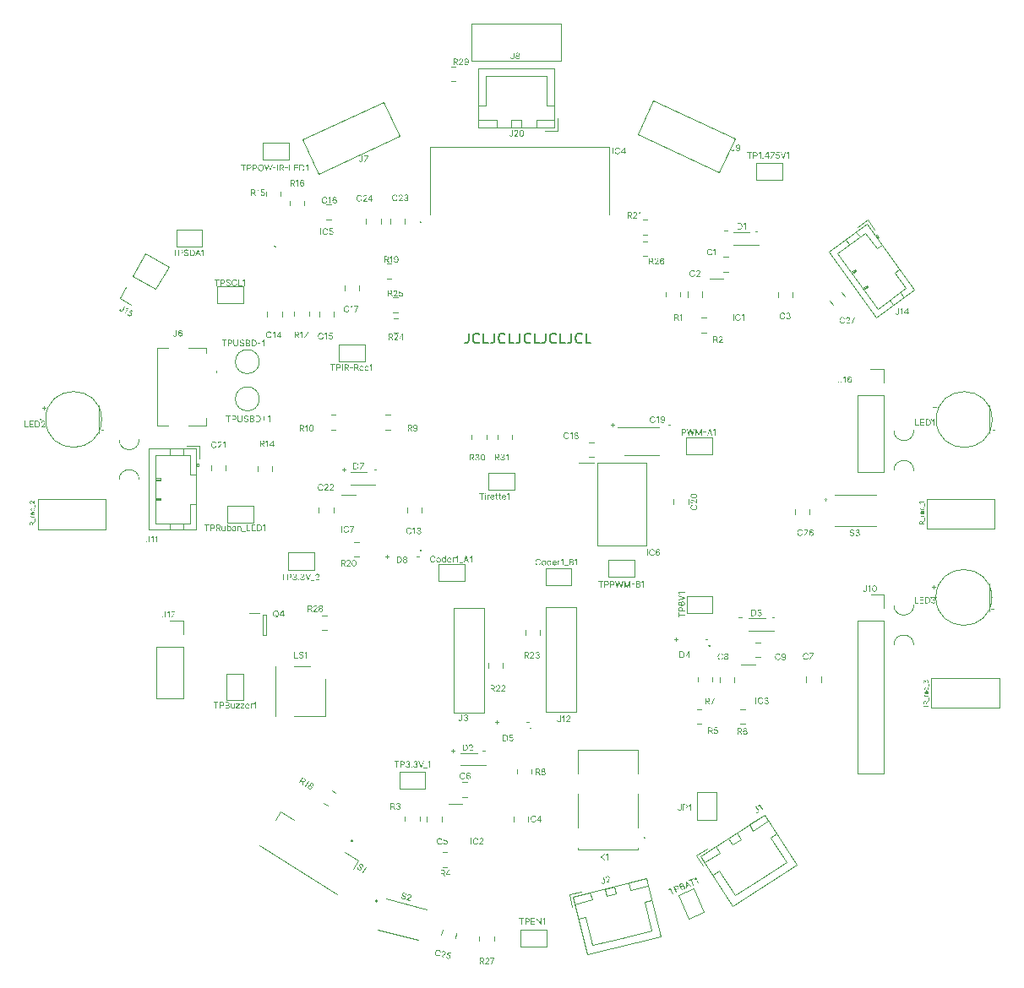
<source format=gbr>
%TF.GenerationSoftware,KiCad,Pcbnew,8.0.1*%
%TF.CreationDate,2024-04-29T04:15:04+02:00*%
%TF.ProjectId,PAMI-Power_Board,50414d49-2d50-46f7-9765-725f426f6172,rev?*%
%TF.SameCoordinates,Original*%
%TF.FileFunction,Legend,Top*%
%TF.FilePolarity,Positive*%
%FSLAX46Y46*%
G04 Gerber Fmt 4.6, Leading zero omitted, Abs format (unit mm)*
G04 Created by KiCad (PCBNEW 8.0.1) date 2024-04-29 04:15:04*
%MOMM*%
%LPD*%
G01*
G04 APERTURE LIST*
%ADD10C,0.100000*%
%ADD11C,0.150000*%
%ADD12C,0.050800*%
%ADD13C,0.120000*%
G04 APERTURE END LIST*
D10*
G36*
X170711147Y-102922306D02*
G01*
X170711147Y-103341061D01*
X170640114Y-103341061D01*
X170640114Y-102922306D01*
X170711147Y-102922306D01*
G37*
G36*
X170885008Y-103096167D02*
G01*
X170885008Y-103167200D01*
X170466254Y-103167200D01*
X170466254Y-103096167D01*
X170885008Y-103096167D01*
G37*
G36*
X195872278Y-84391395D02*
G01*
X195872278Y-84321603D01*
X196156566Y-84321603D01*
X196156566Y-84391395D01*
X195872278Y-84391395D01*
G37*
G36*
X130908852Y-88557693D02*
G01*
X130908852Y-88138938D01*
X130979885Y-88138938D01*
X130979885Y-88557693D01*
X130908852Y-88557693D01*
G37*
G36*
X130734991Y-88383832D02*
G01*
X130734991Y-88312799D01*
X131153745Y-88312799D01*
X131153745Y-88383832D01*
X130734991Y-88383832D01*
G37*
D11*
X143392493Y-74629819D02*
X143392493Y-75344104D01*
X143392493Y-75344104D02*
X143344874Y-75486961D01*
X143344874Y-75486961D02*
X143249636Y-75582200D01*
X143249636Y-75582200D02*
X143106779Y-75629819D01*
X143106779Y-75629819D02*
X143011541Y-75629819D01*
X144440112Y-75534580D02*
X144392493Y-75582200D01*
X144392493Y-75582200D02*
X144249636Y-75629819D01*
X144249636Y-75629819D02*
X144154398Y-75629819D01*
X144154398Y-75629819D02*
X144011541Y-75582200D01*
X144011541Y-75582200D02*
X143916303Y-75486961D01*
X143916303Y-75486961D02*
X143868684Y-75391723D01*
X143868684Y-75391723D02*
X143821065Y-75201247D01*
X143821065Y-75201247D02*
X143821065Y-75058390D01*
X143821065Y-75058390D02*
X143868684Y-74867914D01*
X143868684Y-74867914D02*
X143916303Y-74772676D01*
X143916303Y-74772676D02*
X144011541Y-74677438D01*
X144011541Y-74677438D02*
X144154398Y-74629819D01*
X144154398Y-74629819D02*
X144249636Y-74629819D01*
X144249636Y-74629819D02*
X144392493Y-74677438D01*
X144392493Y-74677438D02*
X144440112Y-74725057D01*
X145344874Y-75629819D02*
X144868684Y-75629819D01*
X144868684Y-75629819D02*
X144868684Y-74629819D01*
X145963922Y-74629819D02*
X145963922Y-75344104D01*
X145963922Y-75344104D02*
X145916303Y-75486961D01*
X145916303Y-75486961D02*
X145821065Y-75582200D01*
X145821065Y-75582200D02*
X145678208Y-75629819D01*
X145678208Y-75629819D02*
X145582970Y-75629819D01*
X147011541Y-75534580D02*
X146963922Y-75582200D01*
X146963922Y-75582200D02*
X146821065Y-75629819D01*
X146821065Y-75629819D02*
X146725827Y-75629819D01*
X146725827Y-75629819D02*
X146582970Y-75582200D01*
X146582970Y-75582200D02*
X146487732Y-75486961D01*
X146487732Y-75486961D02*
X146440113Y-75391723D01*
X146440113Y-75391723D02*
X146392494Y-75201247D01*
X146392494Y-75201247D02*
X146392494Y-75058390D01*
X146392494Y-75058390D02*
X146440113Y-74867914D01*
X146440113Y-74867914D02*
X146487732Y-74772676D01*
X146487732Y-74772676D02*
X146582970Y-74677438D01*
X146582970Y-74677438D02*
X146725827Y-74629819D01*
X146725827Y-74629819D02*
X146821065Y-74629819D01*
X146821065Y-74629819D02*
X146963922Y-74677438D01*
X146963922Y-74677438D02*
X147011541Y-74725057D01*
X147916303Y-75629819D02*
X147440113Y-75629819D01*
X147440113Y-75629819D02*
X147440113Y-74629819D01*
X148535351Y-74629819D02*
X148535351Y-75344104D01*
X148535351Y-75344104D02*
X148487732Y-75486961D01*
X148487732Y-75486961D02*
X148392494Y-75582200D01*
X148392494Y-75582200D02*
X148249637Y-75629819D01*
X148249637Y-75629819D02*
X148154399Y-75629819D01*
X149582970Y-75534580D02*
X149535351Y-75582200D01*
X149535351Y-75582200D02*
X149392494Y-75629819D01*
X149392494Y-75629819D02*
X149297256Y-75629819D01*
X149297256Y-75629819D02*
X149154399Y-75582200D01*
X149154399Y-75582200D02*
X149059161Y-75486961D01*
X149059161Y-75486961D02*
X149011542Y-75391723D01*
X149011542Y-75391723D02*
X148963923Y-75201247D01*
X148963923Y-75201247D02*
X148963923Y-75058390D01*
X148963923Y-75058390D02*
X149011542Y-74867914D01*
X149011542Y-74867914D02*
X149059161Y-74772676D01*
X149059161Y-74772676D02*
X149154399Y-74677438D01*
X149154399Y-74677438D02*
X149297256Y-74629819D01*
X149297256Y-74629819D02*
X149392494Y-74629819D01*
X149392494Y-74629819D02*
X149535351Y-74677438D01*
X149535351Y-74677438D02*
X149582970Y-74725057D01*
X150487732Y-75629819D02*
X150011542Y-75629819D01*
X150011542Y-75629819D02*
X150011542Y-74629819D01*
X151106780Y-74629819D02*
X151106780Y-75344104D01*
X151106780Y-75344104D02*
X151059161Y-75486961D01*
X151059161Y-75486961D02*
X150963923Y-75582200D01*
X150963923Y-75582200D02*
X150821066Y-75629819D01*
X150821066Y-75629819D02*
X150725828Y-75629819D01*
X152154399Y-75534580D02*
X152106780Y-75582200D01*
X152106780Y-75582200D02*
X151963923Y-75629819D01*
X151963923Y-75629819D02*
X151868685Y-75629819D01*
X151868685Y-75629819D02*
X151725828Y-75582200D01*
X151725828Y-75582200D02*
X151630590Y-75486961D01*
X151630590Y-75486961D02*
X151582971Y-75391723D01*
X151582971Y-75391723D02*
X151535352Y-75201247D01*
X151535352Y-75201247D02*
X151535352Y-75058390D01*
X151535352Y-75058390D02*
X151582971Y-74867914D01*
X151582971Y-74867914D02*
X151630590Y-74772676D01*
X151630590Y-74772676D02*
X151725828Y-74677438D01*
X151725828Y-74677438D02*
X151868685Y-74629819D01*
X151868685Y-74629819D02*
X151963923Y-74629819D01*
X151963923Y-74629819D02*
X152106780Y-74677438D01*
X152106780Y-74677438D02*
X152154399Y-74725057D01*
X153059161Y-75629819D02*
X152582971Y-75629819D01*
X152582971Y-75629819D02*
X152582971Y-74629819D01*
X153678209Y-74629819D02*
X153678209Y-75344104D01*
X153678209Y-75344104D02*
X153630590Y-75486961D01*
X153630590Y-75486961D02*
X153535352Y-75582200D01*
X153535352Y-75582200D02*
X153392495Y-75629819D01*
X153392495Y-75629819D02*
X153297257Y-75629819D01*
X154725828Y-75534580D02*
X154678209Y-75582200D01*
X154678209Y-75582200D02*
X154535352Y-75629819D01*
X154535352Y-75629819D02*
X154440114Y-75629819D01*
X154440114Y-75629819D02*
X154297257Y-75582200D01*
X154297257Y-75582200D02*
X154202019Y-75486961D01*
X154202019Y-75486961D02*
X154154400Y-75391723D01*
X154154400Y-75391723D02*
X154106781Y-75201247D01*
X154106781Y-75201247D02*
X154106781Y-75058390D01*
X154106781Y-75058390D02*
X154154400Y-74867914D01*
X154154400Y-74867914D02*
X154202019Y-74772676D01*
X154202019Y-74772676D02*
X154297257Y-74677438D01*
X154297257Y-74677438D02*
X154440114Y-74629819D01*
X154440114Y-74629819D02*
X154535352Y-74629819D01*
X154535352Y-74629819D02*
X154678209Y-74677438D01*
X154678209Y-74677438D02*
X154725828Y-74725057D01*
X155630590Y-75629819D02*
X155154400Y-75629819D01*
X155154400Y-75629819D02*
X155154400Y-74629819D01*
D10*
G36*
X167417721Y-105328604D02*
G01*
X167417721Y-105398396D01*
X167133433Y-105398396D01*
X167133433Y-105328604D01*
X167417721Y-105328604D01*
G37*
G36*
X173792278Y-103171395D02*
G01*
X173792278Y-103101603D01*
X174076566Y-103101603D01*
X174076566Y-103171395D01*
X173792278Y-103171395D01*
G37*
G36*
X157798852Y-84077693D02*
G01*
X157798852Y-83658938D01*
X157869885Y-83658938D01*
X157869885Y-84077693D01*
X157798852Y-84077693D01*
G37*
G36*
X157624991Y-83903832D02*
G01*
X157624991Y-83832799D01*
X158043745Y-83832799D01*
X158043745Y-83903832D01*
X157624991Y-83903832D01*
G37*
G36*
X100885998Y-81912346D02*
G01*
X100885998Y-82331101D01*
X100814965Y-82331101D01*
X100814965Y-81912346D01*
X100885998Y-81912346D01*
G37*
G36*
X101059859Y-82086207D02*
G01*
X101059859Y-82157240D01*
X100641105Y-82157240D01*
X100641105Y-82086207D01*
X101059859Y-82086207D01*
G37*
G36*
X163657721Y-83828604D02*
G01*
X163657721Y-83898396D01*
X163373433Y-83898396D01*
X163373433Y-83828604D01*
X163657721Y-83828604D01*
G37*
G36*
X169198852Y-64617693D02*
G01*
X169198852Y-64198938D01*
X169269885Y-64198938D01*
X169269885Y-64617693D01*
X169198852Y-64617693D01*
G37*
G36*
X169024991Y-64443832D02*
G01*
X169024991Y-64372799D01*
X169443745Y-64372799D01*
X169443745Y-64443832D01*
X169024991Y-64443832D01*
G37*
G36*
X135218852Y-97247693D02*
G01*
X135218852Y-96828938D01*
X135289885Y-96828938D01*
X135289885Y-97247693D01*
X135218852Y-97247693D01*
G37*
G36*
X135044991Y-97073832D02*
G01*
X135044991Y-97002799D01*
X135463745Y-97002799D01*
X135463745Y-97073832D01*
X135044991Y-97073832D01*
G37*
G36*
X172367721Y-64428604D02*
G01*
X172367721Y-64498396D01*
X172083433Y-64498396D01*
X172083433Y-64428604D01*
X172367721Y-64428604D01*
G37*
G36*
X146218852Y-113847693D02*
G01*
X146218852Y-113428938D01*
X146289885Y-113428938D01*
X146289885Y-113847693D01*
X146218852Y-113847693D01*
G37*
G36*
X146044991Y-113673832D02*
G01*
X146044991Y-113602799D01*
X146463745Y-113602799D01*
X146463745Y-113673832D01*
X146044991Y-113673832D01*
G37*
G36*
X134177721Y-88318604D02*
G01*
X134177721Y-88388396D01*
X133893433Y-88388396D01*
X133893433Y-88318604D01*
X134177721Y-88318604D01*
G37*
G36*
X149487721Y-113608604D02*
G01*
X149487721Y-113678396D01*
X149203433Y-113678396D01*
X149203433Y-113608604D01*
X149487721Y-113608604D01*
G37*
G36*
X141818852Y-116717693D02*
G01*
X141818852Y-116298938D01*
X141889885Y-116298938D01*
X141889885Y-116717693D01*
X141818852Y-116717693D01*
G37*
G36*
X141644991Y-116543832D02*
G01*
X141644991Y-116472799D01*
X142063745Y-116472799D01*
X142063745Y-116543832D01*
X141644991Y-116543832D01*
G37*
G36*
X190071147Y-99872306D02*
G01*
X190071147Y-100291061D01*
X190000114Y-100291061D01*
X190000114Y-99872306D01*
X190071147Y-99872306D01*
G37*
G36*
X190245008Y-100046167D02*
G01*
X190245008Y-100117200D01*
X189826254Y-100117200D01*
X189826254Y-100046167D01*
X190245008Y-100046167D01*
G37*
G36*
X195762278Y-102371395D02*
G01*
X195762278Y-102301603D01*
X196046566Y-102301603D01*
X196046566Y-102371395D01*
X195762278Y-102371395D01*
G37*
G36*
X145087721Y-116478604D02*
G01*
X145087721Y-116548396D01*
X144803433Y-116548396D01*
X144803433Y-116478604D01*
X145087721Y-116478604D01*
G37*
G36*
X164148852Y-105567693D02*
G01*
X164148852Y-105148938D01*
X164219885Y-105148938D01*
X164219885Y-105567693D01*
X164148852Y-105567693D01*
G37*
G36*
X163974991Y-105393832D02*
G01*
X163974991Y-105322799D01*
X164393745Y-105322799D01*
X164393745Y-105393832D01*
X163974991Y-105393832D01*
G37*
G36*
X138487721Y-97008604D02*
G01*
X138487721Y-97078396D01*
X138203433Y-97078396D01*
X138203433Y-97008604D01*
X138487721Y-97008604D01*
G37*
G36*
X190181147Y-81892306D02*
G01*
X190181147Y-82311061D01*
X190110114Y-82311061D01*
X190110114Y-81892306D01*
X190181147Y-81892306D01*
G37*
G36*
X190355008Y-82066167D02*
G01*
X190355008Y-82137200D01*
X189936254Y-82137200D01*
X189936254Y-82066167D01*
X190355008Y-82066167D01*
G37*
G36*
X106577129Y-84411435D02*
G01*
X106577129Y-84341643D01*
X106861417Y-84341643D01*
X106861417Y-84411435D01*
X106577129Y-84411435D01*
G37*
D12*
G36*
X167404326Y-114808525D02*
G01*
X167404326Y-114158835D01*
X167623940Y-114158835D01*
X167655950Y-114160074D01*
X167689334Y-114164526D01*
X167722812Y-114173404D01*
X167748946Y-114184736D01*
X167776996Y-114202720D01*
X167800078Y-114224491D01*
X167818193Y-114250048D01*
X167821219Y-114255614D01*
X167833569Y-114284936D01*
X167841345Y-114316682D01*
X167844547Y-114350851D01*
X167844639Y-114357976D01*
X167842786Y-114389299D01*
X167836383Y-114421657D01*
X167825405Y-114451440D01*
X167821219Y-114459873D01*
X167802150Y-114488114D01*
X167779661Y-114509876D01*
X167752265Y-114527911D01*
X167749256Y-114529510D01*
X167719815Y-114541731D01*
X167686105Y-114549952D01*
X167652556Y-114553902D01*
X167625180Y-114554790D01*
X167447442Y-114554790D01*
X167447442Y-114483602D01*
X167622699Y-114483602D01*
X167656037Y-114481806D01*
X167686971Y-114475750D01*
X167706450Y-114468403D01*
X167732551Y-114451325D01*
X167751904Y-114426874D01*
X167752823Y-114425132D01*
X167763641Y-114394307D01*
X167767190Y-114362818D01*
X167767247Y-114357976D01*
X167764456Y-114325783D01*
X167755273Y-114295442D01*
X167752668Y-114289889D01*
X167733708Y-114263911D01*
X167707974Y-114245613D01*
X167705984Y-114244602D01*
X167676596Y-114234259D01*
X167643379Y-114229392D01*
X167621303Y-114228627D01*
X167483114Y-114228627D01*
X167483114Y-114808525D01*
X167404326Y-114808525D01*
G37*
G36*
X167710172Y-114516637D02*
G01*
X167870074Y-114808525D01*
X167778724Y-114808525D01*
X167621303Y-114516637D01*
X167710172Y-114516637D01*
G37*
G36*
X168164288Y-114817365D02*
G01*
X168130467Y-114815199D01*
X168098797Y-114808701D01*
X168069278Y-114797872D01*
X168063632Y-114795186D01*
X168035012Y-114777996D01*
X168010571Y-114756921D01*
X167991978Y-114734389D01*
X167976321Y-114706468D01*
X167966454Y-114676018D01*
X167962510Y-114646141D01*
X168038662Y-114646141D01*
X168046324Y-114677017D01*
X168062798Y-114703574D01*
X168078676Y-114718880D01*
X168107509Y-114736364D01*
X168137388Y-114745303D01*
X168164288Y-114747572D01*
X168195240Y-114744501D01*
X168225367Y-114734323D01*
X168235321Y-114728961D01*
X168260181Y-114709839D01*
X168279935Y-114685314D01*
X168284641Y-114677315D01*
X168296939Y-114646912D01*
X168302193Y-114615757D01*
X168302632Y-114603025D01*
X168299560Y-114569907D01*
X168290346Y-114539860D01*
X168284021Y-114527029D01*
X168265094Y-114500417D01*
X168240883Y-114479209D01*
X168232995Y-114474141D01*
X168202986Y-114460829D01*
X168171932Y-114455007D01*
X168159170Y-114454444D01*
X168127049Y-114456872D01*
X168097908Y-114463595D01*
X168067728Y-114474970D01*
X168046261Y-114487479D01*
X167972591Y-114478639D01*
X168011985Y-114158835D01*
X168349470Y-114158835D01*
X168349470Y-114228627D01*
X168077900Y-114228627D01*
X168055102Y-114420169D01*
X168058979Y-114420169D01*
X168086291Y-114403297D01*
X168109074Y-114393958D01*
X168139822Y-114386048D01*
X168171887Y-114383411D01*
X168204382Y-114385656D01*
X168234864Y-114392392D01*
X168266374Y-114405141D01*
X168278282Y-114411794D01*
X168305587Y-114431562D01*
X168328954Y-114455390D01*
X168348383Y-114483276D01*
X168351797Y-114489341D01*
X168364767Y-114518100D01*
X168373492Y-114549068D01*
X168377973Y-114582244D01*
X168378628Y-114601629D01*
X168376432Y-114635545D01*
X168369844Y-114667326D01*
X168358864Y-114696973D01*
X168350866Y-114712521D01*
X168331567Y-114740944D01*
X168308179Y-114765338D01*
X168280701Y-114785703D01*
X168274715Y-114789293D01*
X168246354Y-114802863D01*
X168215882Y-114811992D01*
X168183301Y-114816680D01*
X168164288Y-114817365D01*
G37*
G36*
X135561608Y-122393525D02*
G01*
X135561608Y-121743835D01*
X135781222Y-121743835D01*
X135813232Y-121745074D01*
X135846616Y-121749526D01*
X135880094Y-121758404D01*
X135906228Y-121769736D01*
X135934278Y-121787720D01*
X135957360Y-121809491D01*
X135975475Y-121835048D01*
X135978501Y-121840614D01*
X135990851Y-121869936D01*
X135998627Y-121901682D01*
X136001829Y-121935851D01*
X136001921Y-121942976D01*
X136000068Y-121974299D01*
X135993665Y-122006657D01*
X135982687Y-122036440D01*
X135978501Y-122044873D01*
X135959432Y-122073114D01*
X135936943Y-122094876D01*
X135909547Y-122112911D01*
X135906538Y-122114510D01*
X135877097Y-122126731D01*
X135843387Y-122134952D01*
X135809838Y-122138902D01*
X135782462Y-122139790D01*
X135604724Y-122139790D01*
X135604724Y-122068602D01*
X135779981Y-122068602D01*
X135813319Y-122066806D01*
X135844253Y-122060750D01*
X135863732Y-122053403D01*
X135889833Y-122036325D01*
X135909186Y-122011874D01*
X135910105Y-122010132D01*
X135920923Y-121979307D01*
X135924472Y-121947818D01*
X135924529Y-121942976D01*
X135921738Y-121910783D01*
X135912555Y-121880442D01*
X135909950Y-121874889D01*
X135890990Y-121848911D01*
X135865256Y-121830613D01*
X135863266Y-121829602D01*
X135833878Y-121819259D01*
X135800661Y-121814392D01*
X135778585Y-121813627D01*
X135640396Y-121813627D01*
X135640396Y-122393525D01*
X135561608Y-122393525D01*
G37*
G36*
X135867454Y-122101637D02*
G01*
X136027356Y-122393525D01*
X135936006Y-122393525D01*
X135778585Y-122101637D01*
X135867454Y-122101637D01*
G37*
G36*
X136338010Y-122402365D02*
G01*
X136303769Y-122400660D01*
X136271713Y-122395544D01*
X136241839Y-122387017D01*
X136226187Y-122380807D01*
X136197540Y-122365682D01*
X136170612Y-122345231D01*
X136148485Y-122320785D01*
X136131838Y-122292769D01*
X136121348Y-122261820D01*
X136117156Y-122231141D01*
X136197184Y-122231141D01*
X136204505Y-122262021D01*
X136218742Y-122285269D01*
X136242294Y-122306439D01*
X136268528Y-122320320D01*
X136298894Y-122329115D01*
X136329818Y-122332465D01*
X136336769Y-122332572D01*
X136369206Y-122330166D01*
X136400588Y-122322194D01*
X136410904Y-122317994D01*
X136438192Y-122301838D01*
X136460462Y-122279122D01*
X136461620Y-122277514D01*
X136475462Y-122249403D01*
X136480076Y-122217182D01*
X136476157Y-122185435D01*
X136463338Y-122155628D01*
X136462240Y-122153904D01*
X136440411Y-122129438D01*
X136412410Y-122111924D01*
X136410284Y-122110943D01*
X136380001Y-122100801D01*
X136347504Y-122096028D01*
X136326533Y-122095278D01*
X136274576Y-122095278D01*
X136274576Y-122025486D01*
X136326533Y-122025486D01*
X136358649Y-122022814D01*
X136389040Y-122014022D01*
X136394619Y-122011527D01*
X136420753Y-121994739D01*
X136440527Y-121972289D01*
X136453597Y-121942768D01*
X136457277Y-121912577D01*
X136453633Y-121881714D01*
X136442698Y-121855193D01*
X136422519Y-121831060D01*
X136401598Y-121817039D01*
X136370794Y-121806390D01*
X136339251Y-121803391D01*
X136306603Y-121806454D01*
X136275972Y-121815643D01*
X136247562Y-121831726D01*
X136227583Y-121851005D01*
X136211994Y-121879773D01*
X136207265Y-121906218D01*
X136131114Y-121906218D01*
X136135671Y-121872623D01*
X136146568Y-121841996D01*
X136161978Y-121816729D01*
X136183918Y-121792195D01*
X136210074Y-121771692D01*
X136237509Y-121756553D01*
X136267692Y-121745184D01*
X136299692Y-121738026D01*
X136333510Y-121735079D01*
X136340491Y-121734994D01*
X136373066Y-121736921D01*
X136406066Y-121743579D01*
X136435704Y-121754993D01*
X136443939Y-121759344D01*
X136471217Y-121777811D01*
X136493767Y-121799943D01*
X136510164Y-121823243D01*
X136524341Y-121853821D01*
X136531975Y-121886231D01*
X136533429Y-121908855D01*
X136530627Y-121941513D01*
X136521072Y-121973832D01*
X136504736Y-122002377D01*
X136482591Y-122026141D01*
X136455608Y-122044335D01*
X136426879Y-122056040D01*
X136426879Y-122061003D01*
X136459379Y-122069275D01*
X136487609Y-122082578D01*
X136513969Y-122103258D01*
X136523037Y-122113269D01*
X136541276Y-122141477D01*
X136552760Y-122173562D01*
X136557319Y-122205754D01*
X136557623Y-122217182D01*
X136554806Y-122249177D01*
X136546355Y-122279050D01*
X136532269Y-122306804D01*
X136528776Y-122312100D01*
X136508813Y-122336627D01*
X136484792Y-122357671D01*
X136456711Y-122375231D01*
X136450608Y-122378325D01*
X136421699Y-122389946D01*
X136390630Y-122397764D01*
X136357403Y-122401778D01*
X136338010Y-122402365D01*
G37*
G36*
X150162866Y-123196853D02*
G01*
X150084233Y-123196853D01*
X150075407Y-123166851D01*
X150060959Y-123138905D01*
X150059883Y-123137297D01*
X150039491Y-123112262D01*
X150018008Y-123094026D01*
X149990439Y-123077735D01*
X149963570Y-123067505D01*
X149933171Y-123060758D01*
X149901532Y-123058509D01*
X149869189Y-123060877D01*
X149838637Y-123067980D01*
X149809876Y-123079819D01*
X149794672Y-123088442D01*
X149769435Y-123107425D01*
X149747290Y-123130874D01*
X149728236Y-123158788D01*
X149718986Y-123176226D01*
X149706705Y-123206876D01*
X149697932Y-123240822D01*
X149693135Y-123273229D01*
X149691024Y-123308159D01*
X149690914Y-123318602D01*
X149692257Y-123354313D01*
X149696287Y-123387486D01*
X149703004Y-123418121D01*
X149713969Y-123450025D01*
X149718986Y-123461134D01*
X149734244Y-123488382D01*
X149754328Y-123514842D01*
X149777504Y-123536860D01*
X149794672Y-123549072D01*
X149822438Y-123563467D01*
X149851995Y-123573151D01*
X149883343Y-123578123D01*
X149901532Y-123578850D01*
X149933171Y-123576640D01*
X149963570Y-123570010D01*
X149993842Y-123558045D01*
X150018008Y-123543489D01*
X150042108Y-123522427D01*
X150059883Y-123500062D01*
X150074656Y-123472223D01*
X150084233Y-123440506D01*
X150162866Y-123440506D01*
X150155047Y-123473506D01*
X150143746Y-123504049D01*
X150130451Y-123529685D01*
X150111273Y-123557457D01*
X150088867Y-123581913D01*
X150072136Y-123596376D01*
X150044786Y-123615111D01*
X150015080Y-123630138D01*
X149993968Y-123638096D01*
X149963523Y-123646220D01*
X149931685Y-123650971D01*
X149901532Y-123652365D01*
X149866038Y-123650428D01*
X149832296Y-123644617D01*
X149800305Y-123634932D01*
X149770066Y-123621373D01*
X149753572Y-123611885D01*
X149726598Y-123592467D01*
X149702266Y-123569769D01*
X149680576Y-123543791D01*
X149661529Y-123514532D01*
X149651830Y-123496340D01*
X149639233Y-123467267D01*
X149629242Y-123436231D01*
X149621858Y-123403233D01*
X149617080Y-123368271D01*
X149614908Y-123331347D01*
X149614763Y-123318602D01*
X149615668Y-123287195D01*
X149619143Y-123251295D01*
X149625224Y-123217348D01*
X149633912Y-123185352D01*
X149645206Y-123155309D01*
X149651830Y-123141019D01*
X149669368Y-123109893D01*
X149689549Y-123082063D01*
X149712371Y-123057527D01*
X149737835Y-123036287D01*
X149753572Y-123025629D01*
X149782811Y-123009796D01*
X149813801Y-122997852D01*
X149846542Y-122989796D01*
X149881035Y-122985629D01*
X149901532Y-122984994D01*
X149934637Y-122986681D01*
X149966348Y-122991739D01*
X149993968Y-122999263D01*
X150025244Y-123011819D01*
X150054164Y-123028082D01*
X150072136Y-123040984D01*
X150096694Y-123063230D01*
X150118024Y-123088791D01*
X150130451Y-123107674D01*
X150144917Y-123135845D01*
X150155902Y-123166619D01*
X150162866Y-123196853D01*
G37*
G36*
X150259800Y-123510299D02*
G01*
X150259800Y-123445624D01*
X150545328Y-122993835D01*
X150592322Y-122993835D01*
X150592322Y-123094026D01*
X150560682Y-123094026D01*
X150344946Y-123435388D01*
X150344946Y-123440506D01*
X150729425Y-123440506D01*
X150729425Y-123510299D01*
X150259800Y-123510299D01*
G37*
G36*
X150565645Y-123643525D02*
G01*
X150565645Y-123490602D01*
X150565645Y-123460513D01*
X150565645Y-122993835D01*
X150640556Y-122993835D01*
X150640556Y-123643525D01*
X150565645Y-123643525D01*
G37*
G36*
X136429132Y-97005203D02*
G01*
X136461715Y-97009309D01*
X136492367Y-97016152D01*
X136525688Y-97027595D01*
X136556383Y-97042764D01*
X136584325Y-97061345D01*
X136609253Y-97083162D01*
X136631169Y-97108215D01*
X136650072Y-97136503D01*
X136659520Y-97154121D01*
X136673480Y-97187167D01*
X136682717Y-97217654D01*
X136689434Y-97250136D01*
X136693633Y-97284615D01*
X136695312Y-97321088D01*
X136695347Y-97327361D01*
X136694465Y-97358414D01*
X136691077Y-97393848D01*
X136685148Y-97427287D01*
X136676679Y-97458730D01*
X136665668Y-97488177D01*
X136659210Y-97502153D01*
X136641819Y-97532494D01*
X136621267Y-97559599D01*
X136597553Y-97583469D01*
X136570678Y-97604103D01*
X136553901Y-97614441D01*
X136522214Y-97629670D01*
X136492784Y-97639746D01*
X136461261Y-97647074D01*
X136427645Y-97651654D01*
X136391934Y-97653486D01*
X136385779Y-97653525D01*
X136185242Y-97653525D01*
X136185242Y-97073627D01*
X136264030Y-97073627D01*
X136264030Y-97583732D01*
X136380661Y-97583732D01*
X136414616Y-97582248D01*
X136445915Y-97577795D01*
X136478432Y-97569071D01*
X136507478Y-97556469D01*
X136514197Y-97552713D01*
X136541886Y-97533105D01*
X136565282Y-97509349D01*
X136584383Y-97481447D01*
X136593140Y-97464154D01*
X136604539Y-97434086D01*
X136612682Y-97401264D01*
X136617135Y-97370286D01*
X136619094Y-97337201D01*
X136619196Y-97327361D01*
X136617964Y-97293999D01*
X136614268Y-97262714D01*
X136607027Y-97229504D01*
X136596568Y-97199009D01*
X136593450Y-97191809D01*
X136577031Y-97161877D01*
X136556564Y-97136117D01*
X136532048Y-97114528D01*
X136516679Y-97104336D01*
X136486001Y-97089491D01*
X136455416Y-97080375D01*
X136421710Y-97075097D01*
X136389656Y-97073627D01*
X136264030Y-97073627D01*
X136185242Y-97073627D01*
X136185242Y-97003835D01*
X136394619Y-97003835D01*
X136429132Y-97005203D01*
G37*
G36*
X137055074Y-96997191D02*
G01*
X137086865Y-97003779D01*
X137116264Y-97014760D01*
X137121856Y-97017483D01*
X137150134Y-97034905D01*
X137173977Y-97056249D01*
X137191804Y-97079056D01*
X137206410Y-97107065D01*
X137215042Y-97137567D01*
X137217704Y-97167459D01*
X137214830Y-97198730D01*
X137205475Y-97230573D01*
X137189632Y-97259740D01*
X137168420Y-97284128D01*
X137142956Y-97301845D01*
X137116118Y-97312162D01*
X137116118Y-97316040D01*
X137147590Y-97325784D01*
X137175996Y-97343093D01*
X137179551Y-97345973D01*
X137202053Y-97368797D01*
X137220162Y-97396015D01*
X137224529Y-97404598D01*
X137235525Y-97434101D01*
X137241044Y-97465652D01*
X137241744Y-97480905D01*
X137238839Y-97512726D01*
X137229381Y-97545106D01*
X137213362Y-97574737D01*
X137191515Y-97600885D01*
X137167233Y-97620999D01*
X137138740Y-97637629D01*
X137135660Y-97639101D01*
X137106516Y-97650347D01*
X137074918Y-97657912D01*
X137040867Y-97661797D01*
X137020890Y-97662365D01*
X136989202Y-97660911D01*
X136955848Y-97655799D01*
X136924922Y-97647007D01*
X136905655Y-97639101D01*
X136876593Y-97622819D01*
X136851832Y-97603053D01*
X136829564Y-97577288D01*
X136827798Y-97574737D01*
X136811940Y-97545106D01*
X136802753Y-97512726D01*
X136800191Y-97480905D01*
X136800479Y-97477182D01*
X136877583Y-97477182D01*
X136881654Y-97509868D01*
X136894488Y-97538134D01*
X136915581Y-97561127D01*
X136942117Y-97577401D01*
X136944118Y-97578304D01*
X136974767Y-97588058D01*
X137007320Y-97592224D01*
X137020890Y-97592572D01*
X137052318Y-97590566D01*
X137084629Y-97583153D01*
X137097041Y-97578304D01*
X137123902Y-97562371D01*
X137145416Y-97539742D01*
X137146516Y-97538134D01*
X137159738Y-97509868D01*
X137164352Y-97477182D01*
X137160006Y-97444485D01*
X137147549Y-97415605D01*
X137145275Y-97412043D01*
X137124828Y-97388238D01*
X137098384Y-97369749D01*
X137094405Y-97367686D01*
X137064456Y-97356660D01*
X137033562Y-97351950D01*
X137020890Y-97351556D01*
X136988703Y-97354218D01*
X136957304Y-97363039D01*
X136946910Y-97367686D01*
X136919443Y-97385466D01*
X136898110Y-97408562D01*
X136895729Y-97412043D01*
X136882550Y-97440414D01*
X136877617Y-97472602D01*
X136877583Y-97477182D01*
X136800479Y-97477182D01*
X136802703Y-97448409D01*
X136810744Y-97417961D01*
X136816321Y-97404598D01*
X136833157Y-97376125D01*
X136854624Y-97352046D01*
X136861608Y-97345973D01*
X136888020Y-97328640D01*
X136919218Y-97317383D01*
X136925817Y-97316040D01*
X136925817Y-97312162D01*
X136895976Y-97300510D01*
X136870644Y-97282187D01*
X136851527Y-97259740D01*
X136835846Y-97230573D01*
X136826763Y-97198730D01*
X136824645Y-97172577D01*
X136900382Y-97172577D01*
X136903988Y-97204100D01*
X136915426Y-97231358D01*
X136936554Y-97255965D01*
X136958077Y-97270287D01*
X136987428Y-97280756D01*
X137018678Y-97284232D01*
X137020890Y-97284245D01*
X137051901Y-97281178D01*
X137082928Y-97270287D01*
X137108482Y-97252348D01*
X137125578Y-97231358D01*
X137137889Y-97202255D01*
X137141553Y-97172577D01*
X137137482Y-97141675D01*
X137125889Y-97115037D01*
X137105060Y-97090828D01*
X137083703Y-97076884D01*
X137052612Y-97066356D01*
X137020890Y-97063391D01*
X136988731Y-97066356D01*
X136958861Y-97076054D01*
X136957146Y-97076884D01*
X136930363Y-97095597D01*
X136914961Y-97115037D01*
X136903019Y-97145304D01*
X136900382Y-97172577D01*
X136824645Y-97172577D01*
X136824230Y-97167459D01*
X136827059Y-97134691D01*
X136835973Y-97104416D01*
X136849356Y-97079056D01*
X136869097Y-97054146D01*
X136893346Y-97033159D01*
X136919303Y-97017483D01*
X136948350Y-97005624D01*
X136979850Y-96998157D01*
X137013805Y-96995082D01*
X137020890Y-96994994D01*
X137055074Y-96997191D01*
G37*
G36*
X180713114Y-78953835D02*
G01*
X180791747Y-78953835D01*
X180791747Y-79418187D01*
X180789944Y-79451698D01*
X180784533Y-79482265D01*
X180774292Y-79512775D01*
X180768948Y-79523961D01*
X180751057Y-79551343D01*
X180728730Y-79573776D01*
X180704584Y-79589876D01*
X180674249Y-79602680D01*
X180643618Y-79609708D01*
X180610079Y-79612343D01*
X180606565Y-79612365D01*
X180574370Y-79610472D01*
X180541616Y-79604016D01*
X180511647Y-79592978D01*
X180482959Y-79575988D01*
X180459245Y-79554331D01*
X180446197Y-79537299D01*
X180431737Y-79508183D01*
X180423951Y-79475271D01*
X180422468Y-79451222D01*
X180499860Y-79451222D01*
X180505252Y-79482944D01*
X180513663Y-79499301D01*
X180536189Y-79522297D01*
X180551506Y-79531251D01*
X180582589Y-79540704D01*
X180606565Y-79542572D01*
X180637971Y-79539005D01*
X180664260Y-79528304D01*
X180688502Y-79506603D01*
X180700552Y-79486273D01*
X180709974Y-79455371D01*
X180713065Y-79423178D01*
X180713114Y-79418187D01*
X180713114Y-78953835D01*
G37*
G36*
X181163353Y-78953835D02*
G01*
X181163353Y-79603525D01*
X181084720Y-79603525D01*
X181084720Y-79036345D01*
X181080998Y-79036345D01*
X180922336Y-79141654D01*
X180922336Y-79061625D01*
X181084720Y-78953835D01*
X181163353Y-78953835D01*
G37*
G36*
X181606376Y-78947115D02*
G01*
X181636998Y-78953476D01*
X181667989Y-78965372D01*
X181670666Y-78966708D01*
X181698138Y-78983651D01*
X181721907Y-79004627D01*
X181740303Y-79027194D01*
X181756602Y-79055137D01*
X181768393Y-79085866D01*
X181775200Y-79116218D01*
X181697807Y-79116218D01*
X181686808Y-79085510D01*
X181670094Y-79058989D01*
X181655777Y-79043634D01*
X181629656Y-79026055D01*
X181597820Y-79016590D01*
X181573422Y-79014787D01*
X181541921Y-79017926D01*
X181509700Y-79029202D01*
X181481512Y-79048678D01*
X181460155Y-79072447D01*
X181454620Y-79080392D01*
X181437744Y-79111632D01*
X181426552Y-79142450D01*
X181418381Y-79176997D01*
X181413878Y-79208635D01*
X181411474Y-79242864D01*
X181411038Y-79264644D01*
X181416001Y-79264644D01*
X181435504Y-79239712D01*
X181458342Y-79218581D01*
X181484282Y-79201559D01*
X181512780Y-79188958D01*
X181543528Y-79181048D01*
X181575903Y-79178411D01*
X181609876Y-79181122D01*
X181642000Y-79189256D01*
X181672277Y-79202811D01*
X181678111Y-79206173D01*
X181705291Y-79225569D01*
X181728868Y-79249054D01*
X181748839Y-79276629D01*
X181752401Y-79282635D01*
X181765896Y-79311145D01*
X181774974Y-79341887D01*
X181779636Y-79374863D01*
X181780318Y-79394147D01*
X181778183Y-79427262D01*
X181771779Y-79458733D01*
X181761106Y-79488559D01*
X181753331Y-79504419D01*
X181736434Y-79530879D01*
X181713630Y-79556451D01*
X181689481Y-79576022D01*
X181677645Y-79583672D01*
X181648915Y-79597793D01*
X181617509Y-79607178D01*
X181583430Y-79611828D01*
X181563341Y-79612365D01*
X181530829Y-79609557D01*
X181498318Y-79602142D01*
X181483312Y-79597166D01*
X181454283Y-79583396D01*
X181427217Y-79563956D01*
X181410263Y-79547846D01*
X181389179Y-79521047D01*
X181372652Y-79491628D01*
X181359927Y-79461032D01*
X181357376Y-79453703D01*
X181348623Y-79422016D01*
X181343784Y-79395388D01*
X181422360Y-79395388D01*
X181425863Y-79428335D01*
X181436372Y-79459323D01*
X181440661Y-79467817D01*
X181459257Y-79494666D01*
X181483019Y-79516587D01*
X181490757Y-79521945D01*
X181520375Y-79536046D01*
X181550855Y-79542069D01*
X181563341Y-79542572D01*
X181594395Y-79539296D01*
X181624862Y-79528440D01*
X181634994Y-79522720D01*
X181660397Y-79502602D01*
X181680694Y-79477258D01*
X181685555Y-79469058D01*
X181697605Y-79440459D01*
X181703512Y-79409351D01*
X181704166Y-79394147D01*
X181701197Y-79362587D01*
X181691358Y-79331289D01*
X181686175Y-79320788D01*
X181667986Y-79294329D01*
X181644632Y-79273036D01*
X181637011Y-79267901D01*
X181608041Y-79254436D01*
X181575688Y-79248511D01*
X181565822Y-79248204D01*
X181533249Y-79251982D01*
X181509678Y-79260146D01*
X181482426Y-79276204D01*
X181464081Y-79292561D01*
X181444871Y-79317631D01*
X181433527Y-79339709D01*
X181424498Y-79370380D01*
X181422360Y-79395388D01*
X181343784Y-79395388D01*
X181343015Y-79391156D01*
X181339322Y-79357372D01*
X181337681Y-79326088D01*
X181337369Y-79304038D01*
X181337936Y-79272387D01*
X181340031Y-79237199D01*
X181343669Y-79203881D01*
X181348852Y-79172433D01*
X181353498Y-79151115D01*
X181362542Y-79119001D01*
X181373389Y-79089504D01*
X181387747Y-79059448D01*
X181400492Y-79038361D01*
X181421024Y-79011835D01*
X181444039Y-78989640D01*
X181469539Y-78971777D01*
X181474937Y-78968724D01*
X181506237Y-78955214D01*
X181537014Y-78947798D01*
X181570002Y-78945018D01*
X181573422Y-78944994D01*
X181606376Y-78947115D01*
G37*
G36*
X174641241Y-106946853D02*
G01*
X174562608Y-106946853D01*
X174553782Y-106916851D01*
X174539334Y-106888905D01*
X174538258Y-106887297D01*
X174517866Y-106862262D01*
X174496383Y-106844026D01*
X174468814Y-106827735D01*
X174441945Y-106817505D01*
X174411546Y-106810758D01*
X174379907Y-106808509D01*
X174347564Y-106810877D01*
X174317012Y-106817980D01*
X174288251Y-106829819D01*
X174273047Y-106838442D01*
X174247810Y-106857425D01*
X174225665Y-106880874D01*
X174206611Y-106908788D01*
X174197361Y-106926226D01*
X174185080Y-106956876D01*
X174176307Y-106990822D01*
X174171510Y-107023229D01*
X174169399Y-107058159D01*
X174169289Y-107068602D01*
X174170632Y-107104313D01*
X174174662Y-107137486D01*
X174181379Y-107168121D01*
X174192344Y-107200025D01*
X174197361Y-107211134D01*
X174212619Y-107238382D01*
X174232703Y-107264842D01*
X174255879Y-107286860D01*
X174273047Y-107299072D01*
X174300813Y-107313467D01*
X174330370Y-107323151D01*
X174361718Y-107328123D01*
X174379907Y-107328850D01*
X174411546Y-107326640D01*
X174441945Y-107320010D01*
X174472217Y-107308045D01*
X174496383Y-107293489D01*
X174520483Y-107272427D01*
X174538258Y-107250062D01*
X174553031Y-107222223D01*
X174562608Y-107190506D01*
X174641241Y-107190506D01*
X174633422Y-107223506D01*
X174622121Y-107254049D01*
X174608826Y-107279685D01*
X174589648Y-107307457D01*
X174567242Y-107331913D01*
X174550511Y-107346376D01*
X174523161Y-107365111D01*
X174493455Y-107380138D01*
X174472343Y-107388096D01*
X174441898Y-107396220D01*
X174410060Y-107400971D01*
X174379907Y-107402365D01*
X174344413Y-107400428D01*
X174310671Y-107394617D01*
X174278680Y-107384932D01*
X174248441Y-107371373D01*
X174231947Y-107361885D01*
X174204973Y-107342467D01*
X174180641Y-107319769D01*
X174158951Y-107293791D01*
X174139904Y-107264532D01*
X174130205Y-107246340D01*
X174117608Y-107217267D01*
X174107617Y-107186231D01*
X174100233Y-107153233D01*
X174095455Y-107118271D01*
X174093283Y-107081347D01*
X174093138Y-107068602D01*
X174094043Y-107037195D01*
X174097518Y-107001295D01*
X174103599Y-106967348D01*
X174112287Y-106935352D01*
X174123581Y-106905309D01*
X174130205Y-106891019D01*
X174147743Y-106859893D01*
X174167924Y-106832063D01*
X174190746Y-106807527D01*
X174216210Y-106786287D01*
X174231947Y-106775629D01*
X174261186Y-106759796D01*
X174292176Y-106747852D01*
X174324917Y-106739796D01*
X174359410Y-106735629D01*
X174379907Y-106734994D01*
X174413012Y-106736681D01*
X174444723Y-106741739D01*
X174472343Y-106749263D01*
X174503619Y-106761819D01*
X174532539Y-106778082D01*
X174550511Y-106790984D01*
X174575069Y-106813230D01*
X174596399Y-106838791D01*
X174608826Y-106857674D01*
X174623292Y-106885845D01*
X174634277Y-106916619D01*
X174641241Y-106946853D01*
G37*
G36*
X174992756Y-106737653D02*
G01*
X175025190Y-106745123D01*
X175040143Y-106750194D01*
X175069172Y-106764109D01*
X175096239Y-106783520D01*
X175113193Y-106799514D01*
X175134365Y-106826136D01*
X175150940Y-106855458D01*
X175163683Y-106886018D01*
X175166235Y-106893346D01*
X175174988Y-106924859D01*
X175180595Y-106955534D01*
X175184288Y-106989104D01*
X175185929Y-107020181D01*
X175186242Y-107042081D01*
X175185664Y-107073853D01*
X175183529Y-107109197D01*
X175179820Y-107142686D01*
X175174538Y-107174320D01*
X175169802Y-107195779D01*
X175160758Y-107227971D01*
X175149911Y-107257546D01*
X175135553Y-107287689D01*
X175122808Y-107308843D01*
X175102440Y-107335385D01*
X175079527Y-107357625D01*
X175054070Y-107375564D01*
X175048673Y-107378635D01*
X175017373Y-107392145D01*
X174986597Y-107399561D01*
X174953609Y-107402342D01*
X174950189Y-107402365D01*
X174917234Y-107400244D01*
X174886612Y-107393883D01*
X174855622Y-107381988D01*
X174852944Y-107380652D01*
X174825455Y-107363708D01*
X174801630Y-107342732D01*
X174783152Y-107320165D01*
X174766801Y-107291935D01*
X174755069Y-107260774D01*
X174748411Y-107229900D01*
X174825803Y-107229900D01*
X174836613Y-107261198D01*
X174853226Y-107288090D01*
X174867523Y-107303570D01*
X174893761Y-107321243D01*
X174925713Y-107330760D01*
X174950189Y-107332572D01*
X174981584Y-107329433D01*
X175013756Y-107318157D01*
X175041973Y-107298681D01*
X175063419Y-107274912D01*
X175068991Y-107266968D01*
X175085972Y-107235608D01*
X175097208Y-107204604D01*
X175105379Y-107169796D01*
X175109848Y-107137881D01*
X175112189Y-107103323D01*
X175112572Y-107081320D01*
X175107454Y-107081320D01*
X175088067Y-107106174D01*
X175065268Y-107127383D01*
X175037821Y-107145486D01*
X175010985Y-107157316D01*
X174980238Y-107165110D01*
X174947552Y-107167707D01*
X174913564Y-107164996D01*
X174881395Y-107156863D01*
X174851042Y-107143307D01*
X174845190Y-107139945D01*
X174818024Y-107120550D01*
X174794493Y-107097064D01*
X174774598Y-107069490D01*
X174771055Y-107063484D01*
X174757635Y-107034974D01*
X174748607Y-107004231D01*
X174743971Y-106971256D01*
X174743293Y-106951971D01*
X174819444Y-106951971D01*
X174822388Y-106983758D01*
X174832142Y-107015242D01*
X174837280Y-107025796D01*
X174855545Y-107052119D01*
X174878857Y-107073277D01*
X174886445Y-107078373D01*
X174915520Y-107091732D01*
X174947920Y-107097610D01*
X174957788Y-107097915D01*
X174990362Y-107094136D01*
X175013932Y-107085973D01*
X175041135Y-107069741D01*
X175059375Y-107053248D01*
X175078660Y-107028101D01*
X175089928Y-107006099D01*
X175098958Y-106975527D01*
X175101095Y-106950731D01*
X175097592Y-106918296D01*
X175087083Y-106887762D01*
X175082794Y-106879387D01*
X175064274Y-106852644D01*
X175040470Y-106830770D01*
X175032699Y-106825414D01*
X175003186Y-106811314D01*
X174972752Y-106805290D01*
X174960270Y-106804787D01*
X174929189Y-106808063D01*
X174898638Y-106818920D01*
X174888461Y-106824639D01*
X174863058Y-106844516D01*
X174842762Y-106869677D01*
X174837900Y-106877836D01*
X174825284Y-106908515D01*
X174819895Y-106939447D01*
X174819444Y-106951971D01*
X174743293Y-106951971D01*
X174745415Y-106919181D01*
X174751782Y-106887986D01*
X174762394Y-106858385D01*
X174770124Y-106842630D01*
X174786947Y-106816308D01*
X174809696Y-106790802D01*
X174833822Y-106771214D01*
X174845655Y-106763532D01*
X174874410Y-106749298D01*
X174905889Y-106739922D01*
X174940091Y-106735405D01*
X174960270Y-106734994D01*
X174992756Y-106737653D01*
G37*
G36*
X148449292Y-133343627D02*
G01*
X148449292Y-133273835D01*
X148936598Y-133273835D01*
X148936598Y-133343627D01*
X148732339Y-133343627D01*
X148732339Y-133923525D01*
X148653551Y-133923525D01*
X148653551Y-133343627D01*
X148449292Y-133343627D01*
G37*
G36*
X149055555Y-133923525D02*
G01*
X149055555Y-133273835D01*
X149275168Y-133273835D01*
X149307292Y-133275148D01*
X149340751Y-133279867D01*
X149370740Y-133288016D01*
X149400329Y-133301287D01*
X149428298Y-133320322D01*
X149451329Y-133343114D01*
X149469422Y-133369661D01*
X149472448Y-133375422D01*
X149484798Y-133405562D01*
X149492574Y-133437823D01*
X149495776Y-133472204D01*
X149495867Y-133479335D01*
X149494027Y-133510867D01*
X149487666Y-133543945D01*
X149476761Y-133574964D01*
X149472603Y-133583868D01*
X149455594Y-133611279D01*
X149433648Y-133634964D01*
X149406764Y-133654924D01*
X149400795Y-133658468D01*
X149371329Y-133671889D01*
X149337545Y-133680917D01*
X149303890Y-133685254D01*
X149276409Y-133686230D01*
X149118988Y-133686230D01*
X149118988Y-133616438D01*
X149273928Y-133616438D01*
X149307424Y-133614312D01*
X149338405Y-133607144D01*
X149357834Y-133598447D01*
X149383824Y-133578641D01*
X149402181Y-133553246D01*
X149404052Y-133549437D01*
X149414405Y-133518585D01*
X149418349Y-133486592D01*
X149418475Y-133479335D01*
X149415715Y-133446845D01*
X149406629Y-133415528D01*
X149404052Y-133409697D01*
X149386644Y-133383693D01*
X149361467Y-133363551D01*
X149357523Y-133361308D01*
X149328083Y-133349860D01*
X149294728Y-133344473D01*
X149272532Y-133343627D01*
X149134343Y-133343627D01*
X149134343Y-133923525D01*
X149055555Y-133923525D01*
G37*
G36*
X149619477Y-133923525D02*
G01*
X149619477Y-133273835D01*
X150011556Y-133273835D01*
X150011556Y-133343627D01*
X149698265Y-133343627D01*
X149698265Y-133563086D01*
X149991393Y-133563086D01*
X149991393Y-133632878D01*
X149698265Y-133632878D01*
X149698265Y-133853732D01*
X150016674Y-133853732D01*
X150016674Y-133923525D01*
X149619477Y-133923525D01*
G37*
G36*
X150666363Y-133273835D02*
G01*
X150666363Y-133923525D01*
X150590212Y-133923525D01*
X150236132Y-133413420D01*
X150229928Y-133413420D01*
X150229928Y-133923525D01*
X150151140Y-133923525D01*
X150151140Y-133273835D01*
X150227292Y-133273835D01*
X150582613Y-133785180D01*
X150588971Y-133785180D01*
X150588971Y-133273835D01*
X150666363Y-133273835D01*
G37*
G36*
X151036883Y-133273835D02*
G01*
X151036883Y-133923525D01*
X150958251Y-133923525D01*
X150958251Y-133356345D01*
X150954528Y-133356345D01*
X150795867Y-133461654D01*
X150795867Y-133381625D01*
X150958251Y-133273835D01*
X151036883Y-133273835D01*
G37*
G36*
X150610905Y-97446853D02*
G01*
X150532272Y-97446853D01*
X150523446Y-97416851D01*
X150508998Y-97388905D01*
X150507922Y-97387297D01*
X150487530Y-97362262D01*
X150466047Y-97344026D01*
X150438478Y-97327735D01*
X150411609Y-97317505D01*
X150381210Y-97310758D01*
X150349571Y-97308509D01*
X150317228Y-97310877D01*
X150286676Y-97317980D01*
X150257915Y-97329819D01*
X150242711Y-97338442D01*
X150217474Y-97357425D01*
X150195329Y-97380874D01*
X150176275Y-97408788D01*
X150167025Y-97426226D01*
X150154744Y-97456876D01*
X150145971Y-97490822D01*
X150141174Y-97523229D01*
X150139063Y-97558159D01*
X150138953Y-97568602D01*
X150140296Y-97604313D01*
X150144326Y-97637486D01*
X150151043Y-97668121D01*
X150162008Y-97700025D01*
X150167025Y-97711134D01*
X150182283Y-97738382D01*
X150202367Y-97764842D01*
X150225543Y-97786860D01*
X150242711Y-97799072D01*
X150270477Y-97813467D01*
X150300034Y-97823151D01*
X150331382Y-97828123D01*
X150349571Y-97828850D01*
X150381210Y-97826640D01*
X150411609Y-97820010D01*
X150441881Y-97808045D01*
X150466047Y-97793489D01*
X150490147Y-97772427D01*
X150507922Y-97750062D01*
X150522695Y-97722223D01*
X150532272Y-97690506D01*
X150610905Y-97690506D01*
X150603086Y-97723506D01*
X150591785Y-97754049D01*
X150578490Y-97779685D01*
X150559312Y-97807457D01*
X150536906Y-97831913D01*
X150520175Y-97846376D01*
X150492825Y-97865111D01*
X150463119Y-97880138D01*
X150442007Y-97888096D01*
X150411562Y-97896220D01*
X150379724Y-97900971D01*
X150349571Y-97902365D01*
X150314077Y-97900428D01*
X150280335Y-97894617D01*
X150248344Y-97884932D01*
X150218105Y-97871373D01*
X150201611Y-97861885D01*
X150174637Y-97842467D01*
X150150305Y-97819769D01*
X150128615Y-97793791D01*
X150109568Y-97764532D01*
X150099869Y-97746340D01*
X150087272Y-97717267D01*
X150077281Y-97686231D01*
X150069897Y-97653233D01*
X150065119Y-97618271D01*
X150062947Y-97581347D01*
X150062802Y-97568602D01*
X150063707Y-97537195D01*
X150067182Y-97501295D01*
X150073263Y-97467348D01*
X150081951Y-97435352D01*
X150093245Y-97405309D01*
X150099869Y-97391019D01*
X150117407Y-97359893D01*
X150137588Y-97332063D01*
X150160410Y-97307527D01*
X150185874Y-97286287D01*
X150201611Y-97275629D01*
X150230850Y-97259796D01*
X150261840Y-97247852D01*
X150294581Y-97239796D01*
X150329074Y-97235629D01*
X150349571Y-97234994D01*
X150382676Y-97236681D01*
X150414387Y-97241739D01*
X150442007Y-97249263D01*
X150473283Y-97261819D01*
X150502203Y-97278082D01*
X150520175Y-97290984D01*
X150544733Y-97313230D01*
X150566063Y-97338791D01*
X150578490Y-97357674D01*
X150592956Y-97385845D01*
X150603941Y-97416619D01*
X150610905Y-97446853D01*
G37*
G36*
X150954342Y-97401827D02*
G01*
X150987894Y-97408745D01*
X151018845Y-97420644D01*
X151038034Y-97431344D01*
X151064221Y-97450991D01*
X151086949Y-97474686D01*
X151106217Y-97502430D01*
X151115426Y-97519592D01*
X151127572Y-97549177D01*
X151136248Y-97581165D01*
X151141453Y-97615557D01*
X151143161Y-97647622D01*
X151143188Y-97652353D01*
X151141860Y-97684485D01*
X151137088Y-97718972D01*
X151128846Y-97751074D01*
X151117134Y-97780791D01*
X151115426Y-97784338D01*
X151098080Y-97814119D01*
X151077275Y-97839949D01*
X151053010Y-97861828D01*
X151038034Y-97872277D01*
X151008817Y-97887421D01*
X150976999Y-97897609D01*
X150942580Y-97902841D01*
X150922334Y-97903606D01*
X150890394Y-97901648D01*
X150856895Y-97894764D01*
X150825973Y-97882924D01*
X150806789Y-97872277D01*
X150780602Y-97852592D01*
X150757874Y-97828956D01*
X150738606Y-97801371D01*
X150729397Y-97784338D01*
X150717251Y-97754919D01*
X150708575Y-97723115D01*
X150703370Y-97688926D01*
X150701662Y-97657055D01*
X150701635Y-97652353D01*
X150776390Y-97652353D01*
X150778223Y-97685116D01*
X150783721Y-97716229D01*
X150791900Y-97743083D01*
X150805982Y-97772221D01*
X150826504Y-97798669D01*
X150839824Y-97810704D01*
X150866621Y-97826393D01*
X150898391Y-97834841D01*
X150922334Y-97836450D01*
X150954685Y-97833408D01*
X150985212Y-97823150D01*
X151004844Y-97810704D01*
X151028391Y-97787124D01*
X151045174Y-97760632D01*
X151052768Y-97743083D01*
X151062219Y-97710695D01*
X151067051Y-97679282D01*
X151068278Y-97652353D01*
X151066445Y-97619553D01*
X151060947Y-97588330D01*
X151052768Y-97561313D01*
X151038759Y-97531964D01*
X151019995Y-97507195D01*
X151004844Y-97493226D01*
X150978047Y-97477349D01*
X150946277Y-97468799D01*
X150922334Y-97467171D01*
X150889983Y-97470249D01*
X150859456Y-97480631D01*
X150839824Y-97493226D01*
X150816352Y-97516958D01*
X150799547Y-97543636D01*
X150791900Y-97561313D01*
X150783070Y-97591103D01*
X150777905Y-97622470D01*
X150776390Y-97652353D01*
X150701635Y-97652353D01*
X150702963Y-97620025D01*
X150707735Y-97585332D01*
X150715977Y-97553044D01*
X150727689Y-97523159D01*
X150729397Y-97519592D01*
X150746743Y-97489599D01*
X150767548Y-97463655D01*
X150791813Y-97441759D01*
X150806789Y-97431344D01*
X150835994Y-97416124D01*
X150867775Y-97405886D01*
X150902133Y-97400628D01*
X150922334Y-97399860D01*
X150954342Y-97401827D01*
G37*
G36*
X151662133Y-97893525D02*
G01*
X151589859Y-97893525D01*
X151589859Y-97818614D01*
X151581019Y-97818614D01*
X151562905Y-97844793D01*
X151557445Y-97852114D01*
X151534803Y-97874471D01*
X151514018Y-97887941D01*
X151483432Y-97899185D01*
X151450253Y-97903361D01*
X151438798Y-97903606D01*
X151405641Y-97901164D01*
X151374741Y-97893840D01*
X151346099Y-97881633D01*
X151331162Y-97872742D01*
X151306585Y-97853344D01*
X151285198Y-97829874D01*
X151267000Y-97802331D01*
X151258268Y-97785269D01*
X151246801Y-97755597D01*
X151238610Y-97723347D01*
X151233695Y-97688519D01*
X151232083Y-97655929D01*
X151232057Y-97651112D01*
X151232105Y-97649871D01*
X151306813Y-97649871D01*
X151308373Y-97681487D01*
X151313692Y-97714060D01*
X151322787Y-97744324D01*
X151337044Y-97773637D01*
X151357362Y-97799879D01*
X151370401Y-97811635D01*
X151398642Y-97827702D01*
X151429209Y-97835262D01*
X151449034Y-97836450D01*
X151480804Y-97833135D01*
X151510791Y-97822061D01*
X151525030Y-97812876D01*
X151547876Y-97790575D01*
X151565756Y-97762234D01*
X151572334Y-97747116D01*
X151581605Y-97716662D01*
X151587028Y-97683093D01*
X151588619Y-97649871D01*
X151587059Y-97617068D01*
X151581739Y-97584029D01*
X151572644Y-97554178D01*
X151558620Y-97525905D01*
X151538554Y-97501035D01*
X151525650Y-97490124D01*
X151498042Y-97475263D01*
X151465621Y-97467977D01*
X151449034Y-97467171D01*
X151415570Y-97470595D01*
X151384387Y-97482032D01*
X151369781Y-97491520D01*
X151346785Y-97514020D01*
X151328960Y-97542202D01*
X151322477Y-97557125D01*
X151312932Y-97589579D01*
X151308052Y-97621780D01*
X151306813Y-97649871D01*
X151232105Y-97649871D01*
X151233311Y-97618497D01*
X151237816Y-97583603D01*
X151245598Y-97551249D01*
X151256655Y-97521435D01*
X151258268Y-97517886D01*
X151274731Y-97488167D01*
X151294457Y-97462521D01*
X151317446Y-97440948D01*
X151331628Y-97430723D01*
X151359202Y-97415804D01*
X151389059Y-97405767D01*
X151421198Y-97400613D01*
X151440038Y-97399860D01*
X151472957Y-97402084D01*
X151504306Y-97410303D01*
X151515414Y-97415679D01*
X151541234Y-97433505D01*
X151557910Y-97451196D01*
X151576434Y-97476815D01*
X151581019Y-97483611D01*
X151587223Y-97483611D01*
X151587223Y-97243835D01*
X151662133Y-97243835D01*
X151662133Y-97893525D01*
G37*
G36*
X152010630Y-97903606D02*
G01*
X151976635Y-97901657D01*
X151945064Y-97895812D01*
X151912443Y-97884579D01*
X151889191Y-97872432D01*
X151862429Y-97852834D01*
X151839372Y-97829286D01*
X151820019Y-97801787D01*
X151810869Y-97784803D01*
X151798926Y-97755500D01*
X151790396Y-97723890D01*
X151785278Y-97689973D01*
X151783599Y-97658403D01*
X151783572Y-97653749D01*
X151784878Y-97621822D01*
X151789570Y-97587405D01*
X151797674Y-97555199D01*
X151809189Y-97525203D01*
X151810869Y-97521609D01*
X151825961Y-97494496D01*
X151846208Y-97467772D01*
X151869914Y-97445047D01*
X151887640Y-97432119D01*
X151916771Y-97416525D01*
X151948502Y-97406034D01*
X151982833Y-97400647D01*
X152003030Y-97399860D01*
X152036101Y-97402294D01*
X152066490Y-97408914D01*
X152078096Y-97412577D01*
X152107213Y-97425496D01*
X152134078Y-97443585D01*
X152145717Y-97453677D01*
X152166866Y-97477538D01*
X152184481Y-97506545D01*
X152194262Y-97528743D01*
X152203831Y-97559944D01*
X152209413Y-97591650D01*
X152211965Y-97622717D01*
X152212408Y-97643513D01*
X152212408Y-97675307D01*
X151836769Y-97675307D01*
X151836769Y-97610478D01*
X152136256Y-97610478D01*
X152133543Y-97578517D01*
X152124553Y-97547305D01*
X152119816Y-97536963D01*
X152101550Y-97509607D01*
X152077287Y-97488317D01*
X152073598Y-97485937D01*
X152043185Y-97472467D01*
X152010555Y-97467335D01*
X152003030Y-97467171D01*
X151971231Y-97470268D01*
X151940622Y-97480613D01*
X151925794Y-97489194D01*
X151901813Y-97509264D01*
X151881542Y-97535744D01*
X151875698Y-97546424D01*
X151864451Y-97575874D01*
X151858938Y-97607013D01*
X151858328Y-97621955D01*
X151858328Y-97665071D01*
X151860206Y-97697928D01*
X151866610Y-97730258D01*
X151877559Y-97758593D01*
X151895668Y-97786572D01*
X151918742Y-97808510D01*
X151931067Y-97816598D01*
X151960733Y-97829451D01*
X151991344Y-97835500D01*
X152010630Y-97836450D01*
X152042015Y-97833800D01*
X152063982Y-97828075D01*
X152092662Y-97813272D01*
X152105393Y-97802639D01*
X152124989Y-97776777D01*
X152132534Y-97760299D01*
X152204808Y-97780616D01*
X152191797Y-97811057D01*
X152172849Y-97838054D01*
X152166345Y-97845135D01*
X152142420Y-97865644D01*
X152114246Y-97882057D01*
X152099809Y-97888251D01*
X152068657Y-97897608D01*
X152037687Y-97902391D01*
X152010630Y-97903606D01*
G37*
G36*
X152323765Y-97893525D02*
G01*
X152323765Y-97406218D01*
X152396039Y-97406218D01*
X152396039Y-97479888D01*
X152401157Y-97479888D01*
X152416954Y-97450881D01*
X152439013Y-97428624D01*
X152449392Y-97421263D01*
X152479204Y-97406602D01*
X152511934Y-97399415D01*
X152528024Y-97398619D01*
X152548652Y-97398929D01*
X152567418Y-97399860D01*
X152567418Y-97476011D01*
X152550048Y-97473064D01*
X152521665Y-97470893D01*
X152490073Y-97474164D01*
X152460130Y-97484866D01*
X152458387Y-97485782D01*
X152432217Y-97504588D01*
X152414650Y-97526417D01*
X152402186Y-97555829D01*
X152398676Y-97585197D01*
X152398676Y-97893525D01*
X152323765Y-97893525D01*
G37*
G36*
X152881484Y-97243835D02*
G01*
X152881484Y-97893525D01*
X152802851Y-97893525D01*
X152802851Y-97326345D01*
X152799129Y-97326345D01*
X152640468Y-97431654D01*
X152640468Y-97351625D01*
X152802851Y-97243835D01*
X152881484Y-97243835D01*
G37*
G36*
X153403221Y-97893525D02*
G01*
X153403221Y-97963317D01*
X152997184Y-97963317D01*
X152997184Y-97893525D01*
X153403221Y-97893525D01*
G37*
G36*
X153738128Y-97245299D02*
G01*
X153771091Y-97250444D01*
X153803285Y-97260507D01*
X153817633Y-97267254D01*
X153845257Y-97285136D01*
X153867568Y-97306793D01*
X153883238Y-97329757D01*
X153896374Y-97360269D01*
X153903448Y-97393181D01*
X153904796Y-97416455D01*
X153902364Y-97448072D01*
X153893515Y-97478575D01*
X153890062Y-97485627D01*
X153871781Y-97511313D01*
X153851288Y-97528743D01*
X153823142Y-97543939D01*
X153799487Y-97552162D01*
X153799487Y-97558521D01*
X153831334Y-97565357D01*
X153859508Y-97579459D01*
X153883965Y-97599297D01*
X153904682Y-97625430D01*
X153909914Y-97634052D01*
X153922295Y-97662914D01*
X153928961Y-97696225D01*
X153930231Y-97720905D01*
X153927610Y-97753338D01*
X153919748Y-97783462D01*
X153908053Y-97808843D01*
X153887798Y-97835793D01*
X153862871Y-97856550D01*
X153837950Y-97870726D01*
X153808711Y-97881747D01*
X153774908Y-97889161D01*
X153741029Y-97892723D01*
X153713254Y-97893525D01*
X153478442Y-97893525D01*
X153478442Y-97597915D01*
X153557230Y-97597915D01*
X153557230Y-97823732D01*
X153713254Y-97823732D01*
X153744840Y-97822300D01*
X153775704Y-97817155D01*
X153806432Y-97805462D01*
X153822751Y-97793799D01*
X153842598Y-97769444D01*
X153853762Y-97739024D01*
X153855321Y-97720905D01*
X153851094Y-97689227D01*
X153838415Y-97659953D01*
X153818098Y-97634556D01*
X153792571Y-97615888D01*
X153790646Y-97614820D01*
X153761278Y-97603264D01*
X153730021Y-97598328D01*
X153716977Y-97597915D01*
X153557230Y-97597915D01*
X153478442Y-97597915D01*
X153478442Y-97313627D01*
X153557230Y-97313627D01*
X153557230Y-97529363D01*
X153703018Y-97529363D01*
X153734927Y-97526296D01*
X153765582Y-97516264D01*
X153767382Y-97515405D01*
X153794541Y-97497379D01*
X153812980Y-97476166D01*
X153826292Y-97446646D01*
X153830040Y-97416455D01*
X153825100Y-97383699D01*
X153810280Y-97355243D01*
X153800107Y-97343560D01*
X153772866Y-97325320D01*
X153742668Y-97316550D01*
X153709663Y-97313656D01*
X153705655Y-97313627D01*
X153557230Y-97313627D01*
X153478442Y-97313627D01*
X153478442Y-97243835D01*
X153705655Y-97243835D01*
X153738128Y-97245299D01*
G37*
G36*
X154273610Y-97243835D02*
G01*
X154273610Y-97893525D01*
X154194977Y-97893525D01*
X154194977Y-97326345D01*
X154191255Y-97326345D01*
X154032593Y-97431654D01*
X154032593Y-97351625D01*
X154194977Y-97243835D01*
X154273610Y-97243835D01*
G37*
G36*
X126408870Y-119680131D02*
G01*
X126753153Y-119129163D01*
X126939396Y-119245540D01*
X126965885Y-119263554D01*
X126991838Y-119285020D01*
X127015524Y-119310290D01*
X127031682Y-119333748D01*
X127045940Y-119363864D01*
X127053978Y-119394559D01*
X127055797Y-119425832D01*
X127055414Y-119432156D01*
X127050349Y-119463567D01*
X127040120Y-119494610D01*
X127024729Y-119525284D01*
X127021031Y-119531374D01*
X127002861Y-119556956D01*
X126980283Y-119581004D01*
X126955191Y-119600444D01*
X126947173Y-119605377D01*
X126916036Y-119619222D01*
X126885432Y-119625760D01*
X126852642Y-119626537D01*
X126849242Y-119626298D01*
X126817799Y-119621060D01*
X126784855Y-119610168D01*
X126754310Y-119595740D01*
X126730624Y-119581987D01*
X126579894Y-119487800D01*
X126617618Y-119427429D01*
X126766243Y-119520301D01*
X126795467Y-119536444D01*
X126824910Y-119547701D01*
X126845323Y-119551793D01*
X126876508Y-119551142D01*
X126905877Y-119540661D01*
X126907580Y-119539670D01*
X126933088Y-119519262D01*
X126952785Y-119494439D01*
X126955399Y-119490363D01*
X126970092Y-119461583D01*
X126978382Y-119430986D01*
X126979115Y-119424896D01*
X126976803Y-119392818D01*
X126964676Y-119363664D01*
X126963524Y-119361752D01*
X126944082Y-119337407D01*
X126918492Y-119315677D01*
X126900176Y-119303330D01*
X126782985Y-119230101D01*
X126475686Y-119721882D01*
X126408870Y-119680131D01*
G37*
G36*
X126822919Y-119594670D02*
G01*
X126803847Y-119926940D01*
X126726377Y-119878531D01*
X126747554Y-119547577D01*
X126822919Y-119594670D01*
G37*
G36*
X127419076Y-119545278D02*
G01*
X127074793Y-120096246D01*
X127008109Y-120054577D01*
X127308668Y-119573581D01*
X127305512Y-119571609D01*
X127115154Y-119576838D01*
X127157563Y-119508970D01*
X127352392Y-119503609D01*
X127419076Y-119545278D01*
G37*
G36*
X127658326Y-119710871D02*
G01*
X127689244Y-119716207D01*
X127719914Y-119726567D01*
X127750339Y-119741953D01*
X127756394Y-119745633D01*
X127784220Y-119765610D01*
X127807689Y-119788044D01*
X127826801Y-119812935D01*
X127830101Y-119818208D01*
X127844850Y-119847968D01*
X127853759Y-119878703D01*
X127856791Y-119907491D01*
X127854335Y-119938985D01*
X127845492Y-119969426D01*
X127831910Y-119996187D01*
X127812901Y-120021182D01*
X127788093Y-120043229D01*
X127759202Y-120059570D01*
X127728289Y-120069011D01*
X127697306Y-120070542D01*
X127669078Y-120065069D01*
X127667024Y-120068357D01*
X127688550Y-120093299D01*
X127703467Y-120123031D01*
X127704956Y-120127357D01*
X127711944Y-120158637D01*
X127712877Y-120191315D01*
X127712032Y-120200908D01*
X127705724Y-120231756D01*
X127693685Y-120261437D01*
X127686195Y-120274743D01*
X127666869Y-120300190D01*
X127641689Y-120322637D01*
X127612403Y-120339276D01*
X127580019Y-120349875D01*
X127548768Y-120354065D01*
X127515792Y-120353069D01*
X127512400Y-120352684D01*
X127481725Y-120346778D01*
X127450920Y-120336449D01*
X127419984Y-120321700D01*
X127402741Y-120311595D01*
X127376639Y-120293570D01*
X127351062Y-120271560D01*
X127329495Y-120247715D01*
X127317345Y-120230800D01*
X127301327Y-120201592D01*
X127290803Y-120171709D01*
X127285759Y-120139259D01*
X127361379Y-120139259D01*
X127367082Y-120169935D01*
X127380962Y-120197798D01*
X127382181Y-120199624D01*
X127403004Y-120224137D01*
X127428402Y-120244921D01*
X127439726Y-120252408D01*
X127467442Y-120267360D01*
X127498771Y-120278196D01*
X127511867Y-120280661D01*
X127543089Y-120281383D01*
X127573326Y-120273593D01*
X127575111Y-120272813D01*
X127601302Y-120255849D01*
X127622536Y-120230575D01*
X127636177Y-120200543D01*
X127640917Y-120169450D01*
X127640877Y-120165224D01*
X127636151Y-120134201D01*
X127623522Y-120104508D01*
X127621241Y-120100650D01*
X127601686Y-120075428D01*
X127577983Y-120055063D01*
X127567445Y-120048014D01*
X127538738Y-120033215D01*
X127507436Y-120024057D01*
X127496159Y-120022489D01*
X127463444Y-120023012D01*
X127433113Y-120031294D01*
X127429249Y-120032984D01*
X127403038Y-120050061D01*
X127381798Y-120074744D01*
X127379342Y-120078610D01*
X127365473Y-120108487D01*
X127361379Y-120139259D01*
X127285759Y-120139259D01*
X127285572Y-120138058D01*
X127285426Y-120134959D01*
X127287680Y-120101427D01*
X127297048Y-120069099D01*
X127311737Y-120040755D01*
X127331088Y-120014528D01*
X127354042Y-119992968D01*
X127365852Y-119984591D01*
X127395219Y-119969366D01*
X127426184Y-119960322D01*
X127435325Y-119958873D01*
X127466908Y-119958170D01*
X127499331Y-119965156D01*
X127505640Y-119967513D01*
X127507694Y-119964225D01*
X127488563Y-119938530D01*
X127476790Y-119909567D01*
X127473922Y-119890193D01*
X127541701Y-119890193D01*
X127546580Y-119922257D01*
X127557242Y-119945808D01*
X127576586Y-119970240D01*
X127601246Y-119989748D01*
X127603114Y-119990931D01*
X127631039Y-120004764D01*
X127663122Y-120011969D01*
X127694300Y-120010298D01*
X127719921Y-120001557D01*
X127745783Y-119983399D01*
X127764617Y-119960173D01*
X127777541Y-119931809D01*
X127781825Y-119903076D01*
X127776990Y-119871508D01*
X127766267Y-119848365D01*
X127745480Y-119822961D01*
X127720149Y-119803636D01*
X127691306Y-119789109D01*
X127660835Y-119781505D01*
X127658941Y-119781300D01*
X127626311Y-119782977D01*
X127602947Y-119791301D01*
X127576782Y-119810641D01*
X127560092Y-119832372D01*
X127546446Y-119861016D01*
X127541701Y-119890193D01*
X127473922Y-119890193D01*
X127472472Y-119880401D01*
X127474630Y-119847356D01*
X127483802Y-119815538D01*
X127498225Y-119787677D01*
X127517988Y-119761388D01*
X127541591Y-119740436D01*
X127566379Y-119726021D01*
X127596320Y-119715358D01*
X127628006Y-119710410D01*
X127658326Y-119710871D01*
G37*
G36*
X135925708Y-117593627D02*
G01*
X135925708Y-117523835D01*
X136413014Y-117523835D01*
X136413014Y-117593627D01*
X136208755Y-117593627D01*
X136208755Y-118173525D01*
X136129967Y-118173525D01*
X136129967Y-117593627D01*
X135925708Y-117593627D01*
G37*
G36*
X136531971Y-118173525D02*
G01*
X136531971Y-117523835D01*
X136751584Y-117523835D01*
X136783708Y-117525148D01*
X136817167Y-117529867D01*
X136847156Y-117538016D01*
X136876745Y-117551287D01*
X136904714Y-117570322D01*
X136927745Y-117593114D01*
X136945838Y-117619661D01*
X136948864Y-117625422D01*
X136961214Y-117655562D01*
X136968990Y-117687823D01*
X136972192Y-117722204D01*
X136972283Y-117729335D01*
X136970443Y-117760867D01*
X136964082Y-117793945D01*
X136953177Y-117824964D01*
X136949019Y-117833868D01*
X136932010Y-117861279D01*
X136910064Y-117884964D01*
X136883180Y-117904924D01*
X136877211Y-117908468D01*
X136847745Y-117921889D01*
X136813961Y-117930917D01*
X136780306Y-117935254D01*
X136752825Y-117936230D01*
X136595404Y-117936230D01*
X136595404Y-117866438D01*
X136750344Y-117866438D01*
X136783840Y-117864312D01*
X136814821Y-117857144D01*
X136834250Y-117848447D01*
X136860240Y-117828641D01*
X136878597Y-117803246D01*
X136880468Y-117799437D01*
X136890821Y-117768585D01*
X136894765Y-117736592D01*
X136894891Y-117729335D01*
X136892131Y-117696845D01*
X136883045Y-117665528D01*
X136880468Y-117659697D01*
X136863060Y-117633693D01*
X136837883Y-117613551D01*
X136833939Y-117611308D01*
X136804499Y-117599860D01*
X136771144Y-117594473D01*
X136748948Y-117593627D01*
X136610759Y-117593627D01*
X136610759Y-118173525D01*
X136531971Y-118173525D01*
G37*
G36*
X137304030Y-118182365D02*
G01*
X137269789Y-118180660D01*
X137237733Y-118175544D01*
X137207860Y-118167017D01*
X137192207Y-118160807D01*
X137163560Y-118145682D01*
X137136632Y-118125231D01*
X137114505Y-118100785D01*
X137097858Y-118072769D01*
X137087368Y-118041820D01*
X137083176Y-118011141D01*
X137163204Y-118011141D01*
X137170525Y-118042021D01*
X137184762Y-118065269D01*
X137208314Y-118086439D01*
X137234548Y-118100320D01*
X137264914Y-118109115D01*
X137295838Y-118112465D01*
X137302789Y-118112572D01*
X137335226Y-118110166D01*
X137366608Y-118102194D01*
X137376924Y-118097994D01*
X137404212Y-118081838D01*
X137426482Y-118059122D01*
X137427640Y-118057514D01*
X137441482Y-118029403D01*
X137446096Y-117997182D01*
X137442177Y-117965435D01*
X137429358Y-117935628D01*
X137428260Y-117933904D01*
X137406431Y-117909438D01*
X137378430Y-117891924D01*
X137376304Y-117890943D01*
X137346021Y-117880801D01*
X137313524Y-117876028D01*
X137292553Y-117875278D01*
X137240596Y-117875278D01*
X137240596Y-117805486D01*
X137292553Y-117805486D01*
X137324669Y-117802814D01*
X137355060Y-117794022D01*
X137360639Y-117791527D01*
X137386773Y-117774739D01*
X137406547Y-117752289D01*
X137419617Y-117722768D01*
X137423297Y-117692577D01*
X137419653Y-117661714D01*
X137408719Y-117635193D01*
X137388539Y-117611060D01*
X137367619Y-117597039D01*
X137336814Y-117586390D01*
X137305271Y-117583391D01*
X137272623Y-117586454D01*
X137241992Y-117595643D01*
X137213582Y-117611726D01*
X137193603Y-117631005D01*
X137178014Y-117659773D01*
X137173285Y-117686218D01*
X137097134Y-117686218D01*
X137101691Y-117652623D01*
X137112589Y-117621996D01*
X137127998Y-117596729D01*
X137149938Y-117572195D01*
X137176094Y-117551692D01*
X137203529Y-117536553D01*
X137233712Y-117525184D01*
X137265712Y-117518026D01*
X137299530Y-117515079D01*
X137306511Y-117514994D01*
X137339086Y-117516921D01*
X137372086Y-117523579D01*
X137401724Y-117534993D01*
X137409959Y-117539344D01*
X137437238Y-117557811D01*
X137459788Y-117579943D01*
X137476184Y-117603243D01*
X137490361Y-117633821D01*
X137497995Y-117666231D01*
X137499449Y-117688855D01*
X137496647Y-117721513D01*
X137487092Y-117753832D01*
X137470756Y-117782377D01*
X137448611Y-117806141D01*
X137421628Y-117824335D01*
X137392899Y-117836040D01*
X137392899Y-117841003D01*
X137425399Y-117849275D01*
X137453629Y-117862578D01*
X137479989Y-117883258D01*
X137489057Y-117893269D01*
X137507296Y-117921477D01*
X137518780Y-117953562D01*
X137523339Y-117985754D01*
X137523643Y-117997182D01*
X137520826Y-118029177D01*
X137512375Y-118059050D01*
X137498289Y-118086804D01*
X137494796Y-118092100D01*
X137474833Y-118116627D01*
X137450812Y-118137671D01*
X137422732Y-118155231D01*
X137416628Y-118158325D01*
X137387719Y-118169946D01*
X137356650Y-118177764D01*
X137323423Y-118181778D01*
X137304030Y-118182365D01*
G37*
G36*
X137685717Y-118178643D02*
G01*
X137655274Y-118169989D01*
X137645237Y-118161892D01*
X137629812Y-118134226D01*
X137628487Y-118121568D01*
X137637140Y-118091205D01*
X137645237Y-118081243D01*
X137672984Y-118065675D01*
X137685717Y-118064338D01*
X137715937Y-118073071D01*
X137725886Y-118081243D01*
X137741454Y-118108847D01*
X137742791Y-118121568D01*
X137735037Y-118150105D01*
X137714409Y-118170888D01*
X137685717Y-118178643D01*
G37*
G36*
X138070195Y-118182365D02*
G01*
X138035955Y-118180660D01*
X138003898Y-118175544D01*
X137974025Y-118167017D01*
X137958372Y-118160807D01*
X137929725Y-118145682D01*
X137902797Y-118125231D01*
X137880670Y-118100785D01*
X137864023Y-118072769D01*
X137853534Y-118041820D01*
X137849341Y-118011141D01*
X137929370Y-118011141D01*
X137936690Y-118042021D01*
X137950928Y-118065269D01*
X137974480Y-118086439D01*
X138000713Y-118100320D01*
X138031079Y-118109115D01*
X138062003Y-118112465D01*
X138068955Y-118112572D01*
X138101391Y-118110166D01*
X138132774Y-118102194D01*
X138143090Y-118097994D01*
X138170377Y-118081838D01*
X138192648Y-118059122D01*
X138193805Y-118057514D01*
X138207648Y-118029403D01*
X138212262Y-117997182D01*
X138208343Y-117965435D01*
X138195523Y-117935628D01*
X138194426Y-117933904D01*
X138172596Y-117909438D01*
X138144595Y-117891924D01*
X138142469Y-117890943D01*
X138112186Y-117880801D01*
X138079689Y-117876028D01*
X138058718Y-117875278D01*
X138006762Y-117875278D01*
X138006762Y-117805486D01*
X138058718Y-117805486D01*
X138090834Y-117802814D01*
X138121225Y-117794022D01*
X138126805Y-117791527D01*
X138152938Y-117774739D01*
X138172713Y-117752289D01*
X138185782Y-117722768D01*
X138189463Y-117692577D01*
X138185818Y-117661714D01*
X138174884Y-117635193D01*
X138154704Y-117611060D01*
X138133784Y-117597039D01*
X138102979Y-117586390D01*
X138071436Y-117583391D01*
X138038789Y-117586454D01*
X138008158Y-117595643D01*
X137979747Y-117611726D01*
X137959768Y-117631005D01*
X137944179Y-117659773D01*
X137939451Y-117686218D01*
X137863300Y-117686218D01*
X137867856Y-117652623D01*
X137878754Y-117621996D01*
X137894163Y-117596729D01*
X137916104Y-117572195D01*
X137942259Y-117551692D01*
X137969694Y-117536553D01*
X137999877Y-117525184D01*
X138031877Y-117518026D01*
X138065695Y-117515079D01*
X138072677Y-117514994D01*
X138105252Y-117516921D01*
X138138252Y-117523579D01*
X138167889Y-117534993D01*
X138176125Y-117539344D01*
X138203403Y-117557811D01*
X138225953Y-117579943D01*
X138242350Y-117603243D01*
X138256526Y-117633821D01*
X138264160Y-117666231D01*
X138265614Y-117688855D01*
X138262812Y-117721513D01*
X138253257Y-117753832D01*
X138236922Y-117782377D01*
X138214776Y-117806141D01*
X138187793Y-117824335D01*
X138159064Y-117836040D01*
X138159064Y-117841003D01*
X138191564Y-117849275D01*
X138219795Y-117862578D01*
X138246155Y-117883258D01*
X138255223Y-117893269D01*
X138273461Y-117921477D01*
X138284945Y-117953562D01*
X138289505Y-117985754D01*
X138289809Y-117997182D01*
X138286992Y-118029177D01*
X138278540Y-118059050D01*
X138264454Y-118086804D01*
X138260961Y-118092100D01*
X138240999Y-118116627D01*
X138216977Y-118137671D01*
X138188897Y-118155231D01*
X138182794Y-118158325D01*
X138153884Y-118169946D01*
X138122816Y-118177764D01*
X138089588Y-118181778D01*
X138070195Y-118182365D01*
G37*
G36*
X138454519Y-117523835D02*
G01*
X138647456Y-118070697D01*
X138655056Y-118070697D01*
X138847838Y-117523835D01*
X138930348Y-117523835D01*
X138691813Y-118173525D01*
X138610544Y-118173525D01*
X138372009Y-117523835D01*
X138454519Y-117523835D01*
G37*
G36*
X139284428Y-118173525D02*
G01*
X139284428Y-118243317D01*
X138878391Y-118243317D01*
X138878391Y-118173525D01*
X139284428Y-118173525D01*
G37*
G36*
X139480467Y-117523835D02*
G01*
X139480467Y-118173525D01*
X139401834Y-118173525D01*
X139401834Y-117606345D01*
X139398112Y-117606345D01*
X139239451Y-117711654D01*
X139239451Y-117631625D01*
X139401834Y-117523835D01*
X139480467Y-117523835D01*
G37*
G36*
X137679072Y-94316853D02*
G01*
X137600439Y-94316853D01*
X137591613Y-94286851D01*
X137577165Y-94258905D01*
X137576089Y-94257297D01*
X137555697Y-94232262D01*
X137534214Y-94214026D01*
X137506645Y-94197735D01*
X137479776Y-94187505D01*
X137449377Y-94180758D01*
X137417738Y-94178509D01*
X137385395Y-94180877D01*
X137354843Y-94187980D01*
X137326082Y-94199819D01*
X137310878Y-94208442D01*
X137285641Y-94227425D01*
X137263496Y-94250874D01*
X137244442Y-94278788D01*
X137235192Y-94296226D01*
X137222911Y-94326876D01*
X137214138Y-94360822D01*
X137209341Y-94393229D01*
X137207230Y-94428159D01*
X137207120Y-94438602D01*
X137208463Y-94474313D01*
X137212493Y-94507486D01*
X137219210Y-94538121D01*
X137230175Y-94570025D01*
X137235192Y-94581134D01*
X137250450Y-94608382D01*
X137270534Y-94634842D01*
X137293710Y-94656860D01*
X137310878Y-94669072D01*
X137338644Y-94683467D01*
X137368201Y-94693151D01*
X137399549Y-94698123D01*
X137417738Y-94698850D01*
X137449377Y-94696640D01*
X137479776Y-94690010D01*
X137510048Y-94678045D01*
X137534214Y-94663489D01*
X137558314Y-94642427D01*
X137576089Y-94620062D01*
X137590862Y-94592223D01*
X137600439Y-94560506D01*
X137679072Y-94560506D01*
X137671253Y-94593506D01*
X137659952Y-94624049D01*
X137646657Y-94649685D01*
X137627479Y-94677457D01*
X137605073Y-94701913D01*
X137588342Y-94716376D01*
X137560992Y-94735111D01*
X137531286Y-94750138D01*
X137510174Y-94758096D01*
X137479729Y-94766220D01*
X137447891Y-94770971D01*
X137417738Y-94772365D01*
X137382244Y-94770428D01*
X137348502Y-94764617D01*
X137316511Y-94754932D01*
X137286272Y-94741373D01*
X137269778Y-94731885D01*
X137242804Y-94712467D01*
X137218472Y-94689769D01*
X137196782Y-94663791D01*
X137177735Y-94634532D01*
X137168036Y-94616340D01*
X137155439Y-94587267D01*
X137145448Y-94556231D01*
X137138064Y-94523233D01*
X137133286Y-94488271D01*
X137131114Y-94451347D01*
X137130969Y-94438602D01*
X137131874Y-94407195D01*
X137135349Y-94371295D01*
X137141430Y-94337348D01*
X137150118Y-94305352D01*
X137161412Y-94275309D01*
X137168036Y-94261019D01*
X137185574Y-94229893D01*
X137205755Y-94202063D01*
X137228577Y-94177527D01*
X137254041Y-94156287D01*
X137269778Y-94145629D01*
X137299017Y-94129796D01*
X137330007Y-94117852D01*
X137362748Y-94109796D01*
X137397241Y-94105629D01*
X137417738Y-94104994D01*
X137450843Y-94106681D01*
X137482554Y-94111739D01*
X137510174Y-94119263D01*
X137541450Y-94131819D01*
X137570370Y-94148082D01*
X137588342Y-94160984D01*
X137612900Y-94183230D01*
X137634230Y-94208791D01*
X137646657Y-94227674D01*
X137661123Y-94255845D01*
X137672108Y-94286619D01*
X137679072Y-94316853D01*
G37*
G36*
X138019659Y-94113835D02*
G01*
X138019659Y-94763525D01*
X137941026Y-94763525D01*
X137941026Y-94196345D01*
X137937304Y-94196345D01*
X137778642Y-94301654D01*
X137778642Y-94221625D01*
X137941026Y-94113835D01*
X138019659Y-94113835D01*
G37*
G36*
X138423369Y-94772365D02*
G01*
X138389128Y-94770660D01*
X138357072Y-94765544D01*
X138327199Y-94757017D01*
X138311546Y-94750807D01*
X138282899Y-94735682D01*
X138255971Y-94715231D01*
X138233844Y-94690785D01*
X138217197Y-94662769D01*
X138206707Y-94631820D01*
X138202515Y-94601141D01*
X138282543Y-94601141D01*
X138289864Y-94632021D01*
X138304101Y-94655269D01*
X138327653Y-94676439D01*
X138353887Y-94690320D01*
X138384253Y-94699115D01*
X138415177Y-94702465D01*
X138422128Y-94702572D01*
X138454565Y-94700166D01*
X138485947Y-94692194D01*
X138496263Y-94687994D01*
X138523551Y-94671838D01*
X138545821Y-94649122D01*
X138546979Y-94647514D01*
X138560821Y-94619403D01*
X138565435Y-94587182D01*
X138561516Y-94555435D01*
X138548697Y-94525628D01*
X138547599Y-94523904D01*
X138525770Y-94499438D01*
X138497769Y-94481924D01*
X138495643Y-94480943D01*
X138465360Y-94470801D01*
X138432863Y-94466028D01*
X138411892Y-94465278D01*
X138359935Y-94465278D01*
X138359935Y-94395486D01*
X138411892Y-94395486D01*
X138444008Y-94392814D01*
X138474399Y-94384022D01*
X138479978Y-94381527D01*
X138506112Y-94364739D01*
X138525886Y-94342289D01*
X138538956Y-94312768D01*
X138542636Y-94282577D01*
X138538992Y-94251714D01*
X138528058Y-94225193D01*
X138507878Y-94201060D01*
X138486958Y-94187039D01*
X138456153Y-94176390D01*
X138424610Y-94173391D01*
X138391962Y-94176454D01*
X138361331Y-94185643D01*
X138332921Y-94201726D01*
X138312942Y-94221005D01*
X138297353Y-94249773D01*
X138292625Y-94276218D01*
X138216473Y-94276218D01*
X138221030Y-94242623D01*
X138231928Y-94211996D01*
X138247337Y-94186729D01*
X138269277Y-94162195D01*
X138295433Y-94141692D01*
X138322868Y-94126553D01*
X138353051Y-94115184D01*
X138385051Y-94108026D01*
X138418869Y-94105079D01*
X138425850Y-94104994D01*
X138458425Y-94106921D01*
X138491425Y-94113579D01*
X138521063Y-94124993D01*
X138529298Y-94129344D01*
X138556577Y-94147811D01*
X138579127Y-94169943D01*
X138595524Y-94193243D01*
X138609700Y-94223821D01*
X138617334Y-94256231D01*
X138618788Y-94278855D01*
X138615986Y-94311513D01*
X138606431Y-94343832D01*
X138590095Y-94372377D01*
X138567950Y-94396141D01*
X138540967Y-94414335D01*
X138512238Y-94426040D01*
X138512238Y-94431003D01*
X138544738Y-94439275D01*
X138572968Y-94452578D01*
X138599328Y-94473258D01*
X138608396Y-94483269D01*
X138626635Y-94511477D01*
X138638119Y-94543562D01*
X138642678Y-94575754D01*
X138642982Y-94587182D01*
X138640165Y-94619177D01*
X138631714Y-94649050D01*
X138617628Y-94676804D01*
X138614135Y-94682100D01*
X138594172Y-94706627D01*
X138570151Y-94727671D01*
X138542071Y-94745231D01*
X138535967Y-94748325D01*
X138507058Y-94759946D01*
X138475989Y-94767764D01*
X138442762Y-94771778D01*
X138423369Y-94772365D01*
G37*
G36*
X156879455Y-129159467D02*
G01*
X156955752Y-129140444D01*
X157068089Y-129591003D01*
X157074446Y-129623955D01*
X157076592Y-129654923D01*
X157074035Y-129687004D01*
X157071557Y-129699151D01*
X157060820Y-129730048D01*
X157044584Y-129757216D01*
X157025051Y-129778679D01*
X156998714Y-129798441D01*
X156970693Y-129812670D01*
X156938787Y-129823341D01*
X156935383Y-129824213D01*
X156903687Y-129830164D01*
X156870344Y-129831824D01*
X156838595Y-129828365D01*
X156806649Y-129818819D01*
X156778399Y-129803542D01*
X156761619Y-129790173D01*
X156740545Y-129765420D01*
X156725028Y-129735370D01*
X156717771Y-129712394D01*
X156792864Y-129693671D01*
X156805770Y-129723146D01*
X156817889Y-129736983D01*
X156845308Y-129753846D01*
X156862337Y-129758828D01*
X156894783Y-129760481D01*
X156918499Y-129756494D01*
X156948110Y-129745434D01*
X156971028Y-129728691D01*
X156989300Y-129701770D01*
X156996074Y-129679129D01*
X156997740Y-129646865D01*
X156992952Y-129614881D01*
X156991792Y-129610026D01*
X156879455Y-129159467D01*
G37*
G36*
X157251976Y-129736166D02*
G01*
X157238169Y-129680787D01*
X157389336Y-129401096D01*
X157405022Y-129371688D01*
X157419907Y-129342418D01*
X157432309Y-129316374D01*
X157444424Y-129286395D01*
X157452907Y-129255269D01*
X157453566Y-129251613D01*
X157455440Y-129220613D01*
X157451345Y-129193345D01*
X157439685Y-129163405D01*
X157421211Y-129139798D01*
X157395435Y-129122050D01*
X157368491Y-129112982D01*
X157336933Y-129110301D01*
X157305771Y-129114568D01*
X157303640Y-129115086D01*
X157272514Y-129126358D01*
X157245649Y-129144545D01*
X157244187Y-129145893D01*
X157223832Y-129171345D01*
X157213046Y-129197934D01*
X157209349Y-129229745D01*
X157213551Y-129262084D01*
X157214095Y-129264326D01*
X157141409Y-129282449D01*
X157135933Y-129251865D01*
X157135222Y-129219212D01*
X157140167Y-129187959D01*
X157142754Y-129178856D01*
X157154482Y-129150079D01*
X157172600Y-129121559D01*
X157193813Y-129098481D01*
X157196183Y-129096322D01*
X157221807Y-129076784D01*
X157250689Y-129061304D01*
X157282832Y-129049881D01*
X157289651Y-129048083D01*
X157320265Y-129042422D01*
X157353021Y-129041074D01*
X157384452Y-129044926D01*
X157393622Y-129047095D01*
X157425385Y-129058268D01*
X157453704Y-129074417D01*
X157476461Y-129093415D01*
X157497391Y-129118232D01*
X157513091Y-129146618D01*
X157522827Y-129175522D01*
X157527967Y-129206322D01*
X157528153Y-129237622D01*
X157527296Y-129246657D01*
X157521128Y-129277956D01*
X157511698Y-129307549D01*
X157502416Y-129330863D01*
X157489391Y-129359789D01*
X157475263Y-129388641D01*
X157460933Y-129416312D01*
X157444765Y-129446246D01*
X157442305Y-129450707D01*
X157338443Y-129637404D01*
X157339681Y-129642370D01*
X157632679Y-129569317D01*
X157649564Y-129637037D01*
X157251976Y-129736166D01*
G37*
G36*
X132741236Y-128090635D02*
G01*
X132750606Y-128060413D01*
X132749751Y-128027422D01*
X132741524Y-128002665D01*
X132724106Y-127973872D01*
X132702136Y-127950314D01*
X132677366Y-127931242D01*
X132671219Y-127927278D01*
X132641809Y-127911617D01*
X132610805Y-127901245D01*
X132599900Y-127899172D01*
X132568843Y-127897929D01*
X132537034Y-127905245D01*
X132510525Y-127921406D01*
X132492568Y-127942748D01*
X132480676Y-127971863D01*
X132479420Y-127987203D01*
X132485499Y-128018508D01*
X132490505Y-128030341D01*
X132506417Y-128057643D01*
X132514889Y-128069169D01*
X132535399Y-128093747D01*
X132541902Y-128100863D01*
X132588432Y-128150787D01*
X132609405Y-128174649D01*
X132626659Y-128196437D01*
X132644304Y-128222532D01*
X132658980Y-128251192D01*
X132660712Y-128255207D01*
X132670310Y-128286427D01*
X132673515Y-128319519D01*
X132673460Y-128324073D01*
X132668349Y-128356459D01*
X132655529Y-128387317D01*
X132648527Y-128399386D01*
X132629362Y-128424998D01*
X132604234Y-128447961D01*
X132577711Y-128464100D01*
X132574866Y-128465465D01*
X132545129Y-128476202D01*
X132513002Y-128481445D01*
X132478486Y-128481194D01*
X132471296Y-128480485D01*
X132438291Y-128474183D01*
X132408224Y-128464191D01*
X132377470Y-128450066D01*
X132349997Y-128434316D01*
X132322143Y-128415254D01*
X132297768Y-128395050D01*
X132274504Y-128370958D01*
X132259455Y-128351221D01*
X132242709Y-128322051D01*
X132231400Y-128292241D01*
X132225238Y-128258712D01*
X132225004Y-128255626D01*
X132226119Y-128221817D01*
X132232918Y-128191546D01*
X132245227Y-128161718D01*
X132246761Y-128158760D01*
X132315682Y-128201826D01*
X132304836Y-128232388D01*
X132304176Y-128264540D01*
X132304509Y-128266534D01*
X132314454Y-128297301D01*
X132331145Y-128324188D01*
X132332511Y-128325913D01*
X132354069Y-128348635D01*
X132379666Y-128368700D01*
X132387721Y-128373945D01*
X132416335Y-128389382D01*
X132447349Y-128400600D01*
X132464055Y-128404270D01*
X132496235Y-128406550D01*
X132527968Y-128401452D01*
X132533974Y-128399496D01*
X132562537Y-128383419D01*
X132583416Y-128359844D01*
X132584605Y-128357980D01*
X132596703Y-128328954D01*
X132597160Y-128303645D01*
X132587754Y-128273650D01*
X132574418Y-128250480D01*
X132554717Y-128224133D01*
X132533611Y-128199530D01*
X132532113Y-128197893D01*
X132476327Y-128136149D01*
X132454954Y-128110454D01*
X132437088Y-128084832D01*
X132420965Y-128055639D01*
X132409422Y-128026543D01*
X132407252Y-128019284D01*
X132402227Y-127986863D01*
X132405246Y-127954810D01*
X132416310Y-127923126D01*
X132425933Y-127905683D01*
X132445753Y-127879423D01*
X132469051Y-127858515D01*
X132498696Y-127841699D01*
X132501600Y-127840491D01*
X132531580Y-127831253D01*
X132563098Y-127827155D01*
X132596155Y-127828197D01*
X132602951Y-127829023D01*
X132633587Y-127835259D01*
X132663906Y-127845522D01*
X132693909Y-127859810D01*
X132710440Y-127869488D01*
X132738531Y-127889124D01*
X132762877Y-127910587D01*
X132783478Y-127933876D01*
X132793304Y-127947603D01*
X132809281Y-127975939D01*
X132821034Y-128007844D01*
X132826686Y-128040518D01*
X132825965Y-128072845D01*
X132818484Y-128103886D01*
X132805816Y-128130989D01*
X132741236Y-128090635D01*
G37*
G36*
X133190828Y-128180092D02*
G01*
X132846545Y-128731060D01*
X132779860Y-128689391D01*
X133080420Y-128208396D01*
X133077263Y-128206423D01*
X132886905Y-128211652D01*
X132929314Y-128143784D01*
X133124143Y-128138423D01*
X133190828Y-128180092D01*
G37*
G36*
X169959390Y-55723835D02*
G01*
X170038023Y-55723835D01*
X170038023Y-56188187D01*
X170036220Y-56221698D01*
X170030809Y-56252265D01*
X170020568Y-56282775D01*
X170015224Y-56293961D01*
X169997333Y-56321343D01*
X169975006Y-56343776D01*
X169950860Y-56359876D01*
X169920525Y-56372680D01*
X169889894Y-56379708D01*
X169856355Y-56382343D01*
X169852841Y-56382365D01*
X169820646Y-56380472D01*
X169787892Y-56374016D01*
X169757923Y-56362978D01*
X169729235Y-56345988D01*
X169705521Y-56324331D01*
X169692473Y-56307299D01*
X169678013Y-56278183D01*
X169670227Y-56245271D01*
X169668744Y-56221222D01*
X169746136Y-56221222D01*
X169751528Y-56252944D01*
X169759939Y-56269301D01*
X169782465Y-56292297D01*
X169797782Y-56301251D01*
X169828865Y-56310704D01*
X169852841Y-56312572D01*
X169884247Y-56309005D01*
X169910536Y-56298304D01*
X169934778Y-56276603D01*
X169946828Y-56256273D01*
X169956250Y-56225371D01*
X169959341Y-56193178D01*
X169959390Y-56188187D01*
X169959390Y-55723835D01*
G37*
G36*
X170420557Y-55717653D02*
G01*
X170452992Y-55725123D01*
X170467944Y-55730194D01*
X170496974Y-55744109D01*
X170524040Y-55763520D01*
X170540994Y-55779514D01*
X170562166Y-55806136D01*
X170578742Y-55835458D01*
X170591484Y-55866018D01*
X170594036Y-55873346D01*
X170602789Y-55904859D01*
X170608396Y-55935534D01*
X170612089Y-55969104D01*
X170613730Y-56000181D01*
X170614043Y-56022081D01*
X170613465Y-56053853D01*
X170611330Y-56089197D01*
X170607621Y-56122686D01*
X170602339Y-56154320D01*
X170597603Y-56175779D01*
X170588559Y-56207971D01*
X170577712Y-56237546D01*
X170563354Y-56267689D01*
X170550609Y-56288843D01*
X170530241Y-56315385D01*
X170507329Y-56337625D01*
X170481871Y-56355564D01*
X170476474Y-56358635D01*
X170445174Y-56372145D01*
X170414398Y-56379561D01*
X170381410Y-56382342D01*
X170377990Y-56382365D01*
X170345035Y-56380244D01*
X170314413Y-56373883D01*
X170283423Y-56361988D01*
X170280746Y-56360652D01*
X170253256Y-56343708D01*
X170229431Y-56322732D01*
X170210953Y-56300165D01*
X170194603Y-56271935D01*
X170182870Y-56240774D01*
X170176212Y-56209900D01*
X170253604Y-56209900D01*
X170264415Y-56241198D01*
X170281027Y-56268090D01*
X170295324Y-56283570D01*
X170321562Y-56301243D01*
X170353514Y-56310760D01*
X170377990Y-56312572D01*
X170409385Y-56309433D01*
X170441557Y-56298157D01*
X170469775Y-56278681D01*
X170491221Y-56254912D01*
X170496792Y-56246968D01*
X170513773Y-56215608D01*
X170525009Y-56184604D01*
X170533181Y-56149796D01*
X170537649Y-56117881D01*
X170539990Y-56083323D01*
X170540373Y-56061320D01*
X170535255Y-56061320D01*
X170515868Y-56086174D01*
X170493070Y-56107383D01*
X170465622Y-56125486D01*
X170438787Y-56137316D01*
X170408039Y-56145110D01*
X170375353Y-56147707D01*
X170341366Y-56144996D01*
X170309196Y-56136863D01*
X170278843Y-56123307D01*
X170272991Y-56119945D01*
X170245825Y-56100550D01*
X170222294Y-56077064D01*
X170202399Y-56049490D01*
X170198856Y-56043484D01*
X170185436Y-56014974D01*
X170176408Y-55984231D01*
X170171772Y-55951256D01*
X170171094Y-55931971D01*
X170247245Y-55931971D01*
X170250189Y-55963758D01*
X170259943Y-55995242D01*
X170265081Y-56005796D01*
X170283346Y-56032119D01*
X170306658Y-56053277D01*
X170314246Y-56058373D01*
X170343321Y-56071732D01*
X170375721Y-56077610D01*
X170385589Y-56077915D01*
X170418163Y-56074136D01*
X170441733Y-56065973D01*
X170468936Y-56049741D01*
X170487176Y-56033248D01*
X170506462Y-56008101D01*
X170517730Y-55986099D01*
X170526759Y-55955527D01*
X170528896Y-55930731D01*
X170525393Y-55898296D01*
X170514885Y-55867762D01*
X170510595Y-55859387D01*
X170492075Y-55832644D01*
X170468271Y-55810770D01*
X170460500Y-55805414D01*
X170430988Y-55791314D01*
X170400553Y-55785290D01*
X170388071Y-55784787D01*
X170356991Y-55788063D01*
X170326439Y-55798920D01*
X170316262Y-55804639D01*
X170290859Y-55824516D01*
X170270563Y-55849677D01*
X170265701Y-55857836D01*
X170253085Y-55888515D01*
X170247696Y-55919447D01*
X170247245Y-55931971D01*
X170171094Y-55931971D01*
X170173216Y-55899181D01*
X170179584Y-55867986D01*
X170190196Y-55838385D01*
X170197925Y-55822630D01*
X170214748Y-55796308D01*
X170237497Y-55770802D01*
X170261623Y-55751214D01*
X170273456Y-55743532D01*
X170302211Y-55729298D01*
X170333690Y-55719922D01*
X170367893Y-55715405D01*
X170388071Y-55714994D01*
X170420557Y-55717653D01*
G37*
G36*
X127271670Y-102563525D02*
G01*
X127271670Y-101913835D01*
X127491284Y-101913835D01*
X127523294Y-101915074D01*
X127556678Y-101919526D01*
X127590156Y-101928404D01*
X127616290Y-101939736D01*
X127644340Y-101957720D01*
X127667422Y-101979491D01*
X127685537Y-102005048D01*
X127688563Y-102010614D01*
X127700913Y-102039936D01*
X127708689Y-102071682D01*
X127711891Y-102105851D01*
X127711983Y-102112976D01*
X127710130Y-102144299D01*
X127703727Y-102176657D01*
X127692749Y-102206440D01*
X127688563Y-102214873D01*
X127669494Y-102243114D01*
X127647005Y-102264876D01*
X127619609Y-102282911D01*
X127616600Y-102284510D01*
X127587159Y-102296731D01*
X127553449Y-102304952D01*
X127519900Y-102308902D01*
X127492524Y-102309790D01*
X127314786Y-102309790D01*
X127314786Y-102238602D01*
X127490043Y-102238602D01*
X127523381Y-102236806D01*
X127554315Y-102230750D01*
X127573794Y-102223403D01*
X127599895Y-102206325D01*
X127619248Y-102181874D01*
X127620167Y-102180132D01*
X127630985Y-102149307D01*
X127634534Y-102117818D01*
X127634591Y-102112976D01*
X127631800Y-102080783D01*
X127622617Y-102050442D01*
X127620012Y-102044889D01*
X127601052Y-102018911D01*
X127575318Y-102000613D01*
X127573328Y-101999602D01*
X127543940Y-101989259D01*
X127510723Y-101984392D01*
X127488647Y-101983627D01*
X127350458Y-101983627D01*
X127350458Y-102563525D01*
X127271670Y-102563525D01*
G37*
G36*
X127577516Y-102271637D02*
G01*
X127737418Y-102563525D01*
X127646068Y-102563525D01*
X127488647Y-102271637D01*
X127577516Y-102271637D01*
G37*
G36*
X127828614Y-102563525D02*
G01*
X127828614Y-102506450D01*
X128042954Y-102271637D01*
X128065288Y-102246898D01*
X128086812Y-102222099D01*
X128105147Y-102199829D01*
X128124154Y-102173671D01*
X128139916Y-102145521D01*
X128141439Y-102142134D01*
X128150757Y-102112508D01*
X128153381Y-102085059D01*
X128149310Y-102053187D01*
X128137096Y-102025813D01*
X128116379Y-102002356D01*
X128092429Y-101987039D01*
X128062457Y-101976803D01*
X128031189Y-101973404D01*
X128028995Y-101973391D01*
X127996067Y-101976799D01*
X127965600Y-101987946D01*
X127963856Y-101988900D01*
X127937948Y-102008672D01*
X127921050Y-102031862D01*
X127909767Y-102061834D01*
X127906020Y-102094228D01*
X127906006Y-102096536D01*
X127831095Y-102096536D01*
X127833181Y-102065535D01*
X127840390Y-102033681D01*
X127852749Y-102004552D01*
X127857461Y-101996345D01*
X127875803Y-101971260D01*
X127900282Y-101947971D01*
X127926448Y-101930710D01*
X127929270Y-101929189D01*
X127958859Y-101916430D01*
X127990629Y-101908397D01*
X128024580Y-101905089D01*
X128031632Y-101904994D01*
X128062706Y-101906908D01*
X128094815Y-101913524D01*
X128124380Y-101924865D01*
X128132753Y-101929189D01*
X128160870Y-101947714D01*
X128184441Y-101970234D01*
X128201925Y-101994174D01*
X128216230Y-102023316D01*
X128224597Y-102054658D01*
X128227051Y-102085059D01*
X128224587Y-102116187D01*
X128217195Y-102146602D01*
X128214178Y-102155161D01*
X128200621Y-102184038D01*
X128184312Y-102210472D01*
X128169666Y-102230847D01*
X128150030Y-102255763D01*
X128129342Y-102280340D01*
X128108743Y-102303722D01*
X128085814Y-102328856D01*
X128082348Y-102332589D01*
X127936404Y-102488614D01*
X127936404Y-102493732D01*
X128238372Y-102493732D01*
X128238372Y-102563525D01*
X127828614Y-102563525D01*
G37*
G36*
X128608646Y-101907191D02*
G01*
X128640437Y-101913779D01*
X128669835Y-101924760D01*
X128675428Y-101927483D01*
X128703706Y-101944905D01*
X128727549Y-101966249D01*
X128745375Y-101989056D01*
X128759982Y-102017065D01*
X128768614Y-102047567D01*
X128771276Y-102077459D01*
X128768401Y-102108730D01*
X128759047Y-102140573D01*
X128743204Y-102169740D01*
X128721992Y-102194128D01*
X128696528Y-102211845D01*
X128669689Y-102222162D01*
X128669689Y-102226040D01*
X128701162Y-102235784D01*
X128729567Y-102253093D01*
X128733123Y-102255973D01*
X128755625Y-102278797D01*
X128773733Y-102306015D01*
X128778100Y-102314598D01*
X128789097Y-102344101D01*
X128794616Y-102375652D01*
X128795316Y-102390905D01*
X128792411Y-102422726D01*
X128782953Y-102455106D01*
X128766934Y-102484737D01*
X128745087Y-102510885D01*
X128720805Y-102530999D01*
X128692312Y-102547629D01*
X128689231Y-102549101D01*
X128660088Y-102560347D01*
X128628490Y-102567912D01*
X128594439Y-102571797D01*
X128574462Y-102572365D01*
X128542774Y-102570911D01*
X128509419Y-102565799D01*
X128478494Y-102557007D01*
X128459227Y-102549101D01*
X128430165Y-102532819D01*
X128405404Y-102513053D01*
X128383136Y-102487288D01*
X128381369Y-102484737D01*
X128365512Y-102455106D01*
X128356325Y-102422726D01*
X128353763Y-102390905D01*
X128354051Y-102387182D01*
X128431155Y-102387182D01*
X128435226Y-102419868D01*
X128448060Y-102448134D01*
X128469153Y-102471127D01*
X128495688Y-102487401D01*
X128497690Y-102488304D01*
X128528339Y-102498058D01*
X128560892Y-102502224D01*
X128574462Y-102502572D01*
X128605890Y-102500566D01*
X128638201Y-102493153D01*
X128650613Y-102488304D01*
X128677473Y-102472371D01*
X128698988Y-102449742D01*
X128700088Y-102448134D01*
X128713310Y-102419868D01*
X128717924Y-102387182D01*
X128713578Y-102354485D01*
X128701121Y-102325605D01*
X128698847Y-102322043D01*
X128678400Y-102298238D01*
X128651955Y-102279749D01*
X128647976Y-102277686D01*
X128618027Y-102266660D01*
X128587134Y-102261950D01*
X128574462Y-102261556D01*
X128542275Y-102264218D01*
X128510876Y-102273039D01*
X128500482Y-102277686D01*
X128473015Y-102295466D01*
X128451682Y-102318562D01*
X128449301Y-102322043D01*
X128436121Y-102350414D01*
X128431189Y-102382602D01*
X128431155Y-102387182D01*
X128354051Y-102387182D01*
X128356275Y-102358409D01*
X128364316Y-102327961D01*
X128369892Y-102314598D01*
X128386729Y-102286125D01*
X128408196Y-102262046D01*
X128415180Y-102255973D01*
X128441592Y-102238640D01*
X128472789Y-102227383D01*
X128479389Y-102226040D01*
X128479389Y-102222162D01*
X128449548Y-102210510D01*
X128424216Y-102192187D01*
X128405099Y-102169740D01*
X128389418Y-102140573D01*
X128380335Y-102108730D01*
X128378217Y-102082577D01*
X128453953Y-102082577D01*
X128457559Y-102114100D01*
X128468998Y-102141358D01*
X128490126Y-102165965D01*
X128511648Y-102180287D01*
X128541000Y-102190756D01*
X128572250Y-102194232D01*
X128574462Y-102194245D01*
X128605473Y-102191178D01*
X128636499Y-102180287D01*
X128662054Y-102162348D01*
X128679150Y-102141358D01*
X128691460Y-102112255D01*
X128695125Y-102082577D01*
X128691054Y-102051675D01*
X128679460Y-102025037D01*
X128658632Y-102000828D01*
X128637275Y-101986884D01*
X128606184Y-101976356D01*
X128574462Y-101973391D01*
X128542303Y-101976356D01*
X128512433Y-101986054D01*
X128510718Y-101986884D01*
X128483935Y-102005597D01*
X128468532Y-102025037D01*
X128456591Y-102055304D01*
X128453953Y-102082577D01*
X128378217Y-102082577D01*
X128377802Y-102077459D01*
X128380631Y-102044691D01*
X128389544Y-102014416D01*
X128402927Y-101989056D01*
X128422668Y-101964146D01*
X128446918Y-101943159D01*
X128472875Y-101927483D01*
X128501922Y-101915624D01*
X128533422Y-101908157D01*
X128567376Y-101905082D01*
X128574462Y-101904994D01*
X128608646Y-101907191D01*
G37*
G36*
X157891580Y-56013835D02*
G01*
X157891580Y-56663525D01*
X157812792Y-56663525D01*
X157812792Y-56013835D01*
X157891580Y-56013835D01*
G37*
G36*
X158570117Y-56216853D02*
G01*
X158491485Y-56216853D01*
X158482658Y-56186851D01*
X158468210Y-56158905D01*
X158467135Y-56157297D01*
X158446742Y-56132262D01*
X158425259Y-56114026D01*
X158397691Y-56097735D01*
X158370821Y-56087505D01*
X158340423Y-56080758D01*
X158308784Y-56078509D01*
X158276440Y-56080877D01*
X158245889Y-56087980D01*
X158217128Y-56099819D01*
X158201924Y-56108442D01*
X158176687Y-56127425D01*
X158154541Y-56150874D01*
X158135487Y-56178788D01*
X158126238Y-56196226D01*
X158113956Y-56226876D01*
X158105184Y-56260822D01*
X158100386Y-56293229D01*
X158098275Y-56328159D01*
X158098166Y-56338602D01*
X158099509Y-56374313D01*
X158103539Y-56407486D01*
X158110255Y-56438121D01*
X158121221Y-56470025D01*
X158126238Y-56481134D01*
X158141495Y-56508382D01*
X158161579Y-56534842D01*
X158184755Y-56556860D01*
X158201924Y-56569072D01*
X158229689Y-56583467D01*
X158259246Y-56593151D01*
X158290594Y-56598123D01*
X158308784Y-56598850D01*
X158340423Y-56596640D01*
X158370821Y-56590010D01*
X158401093Y-56578045D01*
X158425259Y-56563489D01*
X158449359Y-56542427D01*
X158467135Y-56520062D01*
X158481907Y-56492223D01*
X158491485Y-56460506D01*
X158570117Y-56460506D01*
X158562299Y-56493506D01*
X158550998Y-56524049D01*
X158537703Y-56549685D01*
X158518524Y-56577457D01*
X158496118Y-56601913D01*
X158479387Y-56616376D01*
X158452037Y-56635111D01*
X158422332Y-56650138D01*
X158401220Y-56658096D01*
X158370774Y-56666220D01*
X158338936Y-56670971D01*
X158308784Y-56672365D01*
X158273290Y-56670428D01*
X158239547Y-56664617D01*
X158207556Y-56654932D01*
X158177317Y-56641373D01*
X158160824Y-56631885D01*
X158133850Y-56612467D01*
X158109518Y-56589769D01*
X158087828Y-56563791D01*
X158068780Y-56534532D01*
X158059082Y-56516340D01*
X158046485Y-56487267D01*
X158036494Y-56456231D01*
X158029109Y-56423233D01*
X158024331Y-56388271D01*
X158022159Y-56351347D01*
X158022014Y-56338602D01*
X158022919Y-56307195D01*
X158026394Y-56271295D01*
X158032476Y-56237348D01*
X158041163Y-56205352D01*
X158052457Y-56175309D01*
X158059082Y-56161019D01*
X158076620Y-56129893D01*
X158096800Y-56102063D01*
X158119622Y-56077527D01*
X158145086Y-56056287D01*
X158160824Y-56045629D01*
X158190062Y-56029796D01*
X158221052Y-56017852D01*
X158253794Y-56009796D01*
X158288287Y-56005629D01*
X158308784Y-56004994D01*
X158341888Y-56006681D01*
X158373600Y-56011739D01*
X158401220Y-56019263D01*
X158432495Y-56031819D01*
X158461416Y-56048082D01*
X158479387Y-56060984D01*
X158503945Y-56083230D01*
X158525276Y-56108791D01*
X158537703Y-56127674D01*
X158552169Y-56155845D01*
X158563153Y-56186619D01*
X158570117Y-56216853D01*
G37*
G36*
X158667051Y-56530299D02*
G01*
X158667051Y-56465624D01*
X158952580Y-56013835D01*
X158999573Y-56013835D01*
X158999573Y-56114026D01*
X158967934Y-56114026D01*
X158752198Y-56455388D01*
X158752198Y-56460506D01*
X159136676Y-56460506D01*
X159136676Y-56530299D01*
X158667051Y-56530299D01*
G37*
G36*
X158972897Y-56663525D02*
G01*
X158972897Y-56510602D01*
X158972897Y-56480513D01*
X158972897Y-56013835D01*
X159047807Y-56013835D01*
X159047807Y-56663525D01*
X158972897Y-56663525D01*
G37*
G36*
X186434738Y-72103835D02*
G01*
X186513371Y-72103835D01*
X186513371Y-72568187D01*
X186511568Y-72601698D01*
X186506157Y-72632265D01*
X186495916Y-72662775D01*
X186490572Y-72673961D01*
X186472681Y-72701343D01*
X186450354Y-72723776D01*
X186426208Y-72739876D01*
X186395873Y-72752680D01*
X186365242Y-72759708D01*
X186331703Y-72762343D01*
X186328189Y-72762365D01*
X186295994Y-72760472D01*
X186263240Y-72754016D01*
X186233271Y-72742978D01*
X186204583Y-72725988D01*
X186180869Y-72704331D01*
X186167821Y-72687299D01*
X186153361Y-72658183D01*
X186145575Y-72625271D01*
X186144092Y-72601222D01*
X186221484Y-72601222D01*
X186226876Y-72632944D01*
X186235287Y-72649301D01*
X186257813Y-72672297D01*
X186273130Y-72681251D01*
X186304213Y-72690704D01*
X186328189Y-72692572D01*
X186359595Y-72689005D01*
X186385884Y-72678304D01*
X186410126Y-72656603D01*
X186422176Y-72636273D01*
X186431598Y-72605371D01*
X186434689Y-72573178D01*
X186434738Y-72568187D01*
X186434738Y-72103835D01*
G37*
G36*
X186884977Y-72103835D02*
G01*
X186884977Y-72753525D01*
X186806344Y-72753525D01*
X186806344Y-72186345D01*
X186802622Y-72186345D01*
X186643960Y-72291654D01*
X186643960Y-72211625D01*
X186806344Y-72103835D01*
X186884977Y-72103835D01*
G37*
G36*
X187053874Y-72620299D02*
G01*
X187053874Y-72555624D01*
X187339403Y-72103835D01*
X187386396Y-72103835D01*
X187386396Y-72204026D01*
X187354757Y-72204026D01*
X187139021Y-72545388D01*
X187139021Y-72550506D01*
X187523500Y-72550506D01*
X187523500Y-72620299D01*
X187053874Y-72620299D01*
G37*
G36*
X187359720Y-72753525D02*
G01*
X187359720Y-72600602D01*
X187359720Y-72570513D01*
X187359720Y-72103835D01*
X187434631Y-72103835D01*
X187434631Y-72753525D01*
X187359720Y-72753525D01*
G37*
G36*
X162104966Y-83166853D02*
G01*
X162026333Y-83166853D01*
X162017507Y-83136851D01*
X162003059Y-83108905D01*
X162001983Y-83107297D01*
X161981591Y-83082262D01*
X161960108Y-83064026D01*
X161932539Y-83047735D01*
X161905670Y-83037505D01*
X161875271Y-83030758D01*
X161843632Y-83028509D01*
X161811289Y-83030877D01*
X161780737Y-83037980D01*
X161751976Y-83049819D01*
X161736772Y-83058442D01*
X161711535Y-83077425D01*
X161689390Y-83100874D01*
X161670336Y-83128788D01*
X161661086Y-83146226D01*
X161648805Y-83176876D01*
X161640032Y-83210822D01*
X161635235Y-83243229D01*
X161633124Y-83278159D01*
X161633014Y-83288602D01*
X161634357Y-83324313D01*
X161638387Y-83357486D01*
X161645104Y-83388121D01*
X161656069Y-83420025D01*
X161661086Y-83431134D01*
X161676344Y-83458382D01*
X161696428Y-83484842D01*
X161719604Y-83506860D01*
X161736772Y-83519072D01*
X161764538Y-83533467D01*
X161794095Y-83543151D01*
X161825443Y-83548123D01*
X161843632Y-83548850D01*
X161875271Y-83546640D01*
X161905670Y-83540010D01*
X161935942Y-83528045D01*
X161960108Y-83513489D01*
X161984208Y-83492427D01*
X162001983Y-83470062D01*
X162016756Y-83442223D01*
X162026333Y-83410506D01*
X162104966Y-83410506D01*
X162097147Y-83443506D01*
X162085846Y-83474049D01*
X162072551Y-83499685D01*
X162053373Y-83527457D01*
X162030967Y-83551913D01*
X162014236Y-83566376D01*
X161986886Y-83585111D01*
X161957180Y-83600138D01*
X161936068Y-83608096D01*
X161905623Y-83616220D01*
X161873785Y-83620971D01*
X161843632Y-83622365D01*
X161808138Y-83620428D01*
X161774396Y-83614617D01*
X161742405Y-83604932D01*
X161712166Y-83591373D01*
X161695672Y-83581885D01*
X161668698Y-83562467D01*
X161644366Y-83539769D01*
X161622676Y-83513791D01*
X161603629Y-83484532D01*
X161593930Y-83466340D01*
X161581333Y-83437267D01*
X161571342Y-83406231D01*
X161563958Y-83373233D01*
X161559180Y-83338271D01*
X161557008Y-83301347D01*
X161556863Y-83288602D01*
X161557768Y-83257195D01*
X161561243Y-83221295D01*
X161567324Y-83187348D01*
X161576012Y-83155352D01*
X161587306Y-83125309D01*
X161593930Y-83111019D01*
X161611468Y-83079893D01*
X161631649Y-83052063D01*
X161654471Y-83027527D01*
X161679935Y-83006287D01*
X161695672Y-82995629D01*
X161724911Y-82979796D01*
X161755901Y-82967852D01*
X161788642Y-82959796D01*
X161823135Y-82955629D01*
X161843632Y-82954994D01*
X161876737Y-82956681D01*
X161908448Y-82961739D01*
X161936068Y-82969263D01*
X161967344Y-82981819D01*
X161996264Y-82998082D01*
X162014236Y-83010984D01*
X162038794Y-83033230D01*
X162060124Y-83058791D01*
X162072551Y-83077674D01*
X162087017Y-83105845D01*
X162098002Y-83136619D01*
X162104966Y-83166853D01*
G37*
G36*
X162445553Y-82963835D02*
G01*
X162445553Y-83613525D01*
X162366920Y-83613525D01*
X162366920Y-83046345D01*
X162363198Y-83046345D01*
X162204536Y-83151654D01*
X162204536Y-83071625D01*
X162366920Y-82963835D01*
X162445553Y-82963835D01*
G37*
G36*
X162869031Y-82957653D02*
G01*
X162901466Y-82965123D01*
X162916419Y-82970194D01*
X162945448Y-82984109D01*
X162972514Y-83003520D01*
X162989468Y-83019514D01*
X163010640Y-83046136D01*
X163027216Y-83075458D01*
X163039959Y-83106018D01*
X163042510Y-83113346D01*
X163051263Y-83144859D01*
X163056871Y-83175534D01*
X163060564Y-83209104D01*
X163062205Y-83240181D01*
X163062517Y-83262081D01*
X163061940Y-83293853D01*
X163059804Y-83329197D01*
X163056096Y-83362686D01*
X163050814Y-83394320D01*
X163046077Y-83415779D01*
X163037034Y-83447971D01*
X163026187Y-83477546D01*
X163011829Y-83507689D01*
X162999084Y-83528843D01*
X162978716Y-83555385D01*
X162955803Y-83577625D01*
X162930346Y-83595564D01*
X162924949Y-83598635D01*
X162893649Y-83612145D01*
X162862872Y-83619561D01*
X162829884Y-83622342D01*
X162826464Y-83622365D01*
X162793510Y-83620244D01*
X162762888Y-83613883D01*
X162731897Y-83601988D01*
X162729220Y-83600652D01*
X162701730Y-83583708D01*
X162677906Y-83562732D01*
X162659428Y-83540165D01*
X162643077Y-83511935D01*
X162631345Y-83480774D01*
X162624687Y-83449900D01*
X162702079Y-83449900D01*
X162712889Y-83481198D01*
X162729501Y-83508090D01*
X162743799Y-83523570D01*
X162770036Y-83541243D01*
X162801988Y-83550760D01*
X162826464Y-83552572D01*
X162857859Y-83549433D01*
X162890032Y-83538157D01*
X162918249Y-83518681D01*
X162939695Y-83494912D01*
X162945266Y-83486968D01*
X162962248Y-83455608D01*
X162973484Y-83424604D01*
X162981655Y-83389796D01*
X162986124Y-83357881D01*
X162988465Y-83323323D01*
X162988848Y-83301320D01*
X162983730Y-83301320D01*
X162964343Y-83326174D01*
X162941544Y-83347383D01*
X162914097Y-83365486D01*
X162887261Y-83377316D01*
X162856514Y-83385110D01*
X162823827Y-83387707D01*
X162789840Y-83384996D01*
X162757670Y-83376863D01*
X162727318Y-83363307D01*
X162721465Y-83359945D01*
X162694300Y-83340550D01*
X162670769Y-83317064D01*
X162650873Y-83289490D01*
X162647330Y-83283484D01*
X162633910Y-83254974D01*
X162624882Y-83224231D01*
X162620246Y-83191256D01*
X162619568Y-83171971D01*
X162695720Y-83171971D01*
X162698663Y-83203758D01*
X162708417Y-83235242D01*
X162713556Y-83245796D01*
X162731821Y-83272119D01*
X162755133Y-83293277D01*
X162762720Y-83298373D01*
X162791796Y-83311732D01*
X162824196Y-83317610D01*
X162834064Y-83317915D01*
X162866637Y-83314136D01*
X162890208Y-83305973D01*
X162917410Y-83289741D01*
X162935650Y-83273248D01*
X162954936Y-83248101D01*
X162966204Y-83226099D01*
X162975233Y-83195527D01*
X162977371Y-83170731D01*
X162973868Y-83138296D01*
X162963359Y-83107762D01*
X162959070Y-83099387D01*
X162940550Y-83072644D01*
X162916746Y-83050770D01*
X162908974Y-83045414D01*
X162879462Y-83031314D01*
X162849028Y-83025290D01*
X162836545Y-83024787D01*
X162805465Y-83028063D01*
X162774914Y-83038920D01*
X162764737Y-83044639D01*
X162739334Y-83064516D01*
X162719037Y-83089677D01*
X162714176Y-83097836D01*
X162701559Y-83128515D01*
X162696170Y-83159447D01*
X162695720Y-83171971D01*
X162619568Y-83171971D01*
X162621691Y-83139181D01*
X162628058Y-83107986D01*
X162638670Y-83078385D01*
X162646400Y-83062630D01*
X162663222Y-83036308D01*
X162685971Y-83010802D01*
X162710097Y-82991214D01*
X162721931Y-82983532D01*
X162750686Y-82969298D01*
X162782165Y-82959922D01*
X162816367Y-82955405D01*
X162836545Y-82954994D01*
X162869031Y-82957653D01*
G37*
D11*
G36*
X142663495Y-112843835D02*
G01*
X142742128Y-112843835D01*
X142742128Y-113308187D01*
X142740325Y-113341698D01*
X142734914Y-113372265D01*
X142724673Y-113402775D01*
X142719329Y-113413961D01*
X142701438Y-113441343D01*
X142679111Y-113463776D01*
X142654965Y-113479876D01*
X142624630Y-113492680D01*
X142593999Y-113499708D01*
X142560460Y-113502343D01*
X142556946Y-113502365D01*
X142524751Y-113500472D01*
X142491997Y-113494016D01*
X142462028Y-113482978D01*
X142433340Y-113465988D01*
X142409626Y-113444331D01*
X142396578Y-113427299D01*
X142382118Y-113398183D01*
X142374332Y-113365271D01*
X142372849Y-113341222D01*
X142450241Y-113341222D01*
X142455633Y-113372944D01*
X142464044Y-113389301D01*
X142486570Y-113412297D01*
X142501887Y-113421251D01*
X142532970Y-113430704D01*
X142556946Y-113432572D01*
X142588352Y-113429005D01*
X142614641Y-113418304D01*
X142638883Y-113396603D01*
X142650933Y-113376273D01*
X142660355Y-113345371D01*
X142663446Y-113313178D01*
X142663495Y-113308187D01*
X142663495Y-112843835D01*
G37*
G36*
X143104893Y-113502365D02*
G01*
X143070653Y-113500660D01*
X143038596Y-113495544D01*
X143008723Y-113487017D01*
X142993071Y-113480807D01*
X142964424Y-113465682D01*
X142937495Y-113445231D01*
X142915368Y-113420785D01*
X142898721Y-113392769D01*
X142888232Y-113361820D01*
X142884039Y-113331141D01*
X142964068Y-113331141D01*
X142971388Y-113362021D01*
X142985626Y-113385269D01*
X143009178Y-113406439D01*
X143035411Y-113420320D01*
X143065777Y-113429115D01*
X143096702Y-113432465D01*
X143103653Y-113432572D01*
X143136090Y-113430166D01*
X143167472Y-113422194D01*
X143177788Y-113417994D01*
X143205075Y-113401838D01*
X143227346Y-113379122D01*
X143228504Y-113377514D01*
X143242346Y-113349403D01*
X143246960Y-113317182D01*
X143243041Y-113285435D01*
X143230221Y-113255628D01*
X143229124Y-113253904D01*
X143207294Y-113229438D01*
X143179293Y-113211924D01*
X143177167Y-113210943D01*
X143146885Y-113200801D01*
X143114388Y-113196028D01*
X143093417Y-113195278D01*
X143041460Y-113195278D01*
X143041460Y-113125486D01*
X143093417Y-113125486D01*
X143125533Y-113122814D01*
X143155924Y-113114022D01*
X143161503Y-113111527D01*
X143187636Y-113094739D01*
X143207411Y-113072289D01*
X143220480Y-113042768D01*
X143224161Y-113012577D01*
X143220516Y-112981714D01*
X143209582Y-112955193D01*
X143189402Y-112931060D01*
X143168482Y-112917039D01*
X143137677Y-112906390D01*
X143106134Y-112903391D01*
X143073487Y-112906454D01*
X143042856Y-112915643D01*
X143014445Y-112931726D01*
X142994466Y-112951005D01*
X142978878Y-112979773D01*
X142974149Y-113006218D01*
X142897998Y-113006218D01*
X142902554Y-112972623D01*
X142913452Y-112941996D01*
X142928862Y-112916729D01*
X142950802Y-112892195D01*
X142976957Y-112871692D01*
X143004392Y-112856553D01*
X143034575Y-112845184D01*
X143066576Y-112838026D01*
X143100393Y-112835079D01*
X143107375Y-112834994D01*
X143139950Y-112836921D01*
X143172950Y-112843579D01*
X143202587Y-112854993D01*
X143210823Y-112859344D01*
X143238101Y-112877811D01*
X143260651Y-112899943D01*
X143277048Y-112923243D01*
X143291225Y-112953821D01*
X143298858Y-112986231D01*
X143300312Y-113008855D01*
X143297510Y-113041513D01*
X143287955Y-113073832D01*
X143271620Y-113102377D01*
X143249475Y-113126141D01*
X143222491Y-113144335D01*
X143193762Y-113156040D01*
X143193762Y-113161003D01*
X143226262Y-113169275D01*
X143254493Y-113182578D01*
X143280853Y-113203258D01*
X143289921Y-113213269D01*
X143308160Y-113241477D01*
X143319643Y-113273562D01*
X143324203Y-113305754D01*
X143324507Y-113317182D01*
X143321690Y-113349177D01*
X143313238Y-113379050D01*
X143299153Y-113406804D01*
X143295659Y-113412100D01*
X143275697Y-113436627D01*
X143251676Y-113457671D01*
X143223595Y-113475231D01*
X143217492Y-113478325D01*
X143188583Y-113489946D01*
X143157514Y-113497764D01*
X143124286Y-113501778D01*
X143104893Y-113502365D01*
G37*
D12*
G36*
X156582641Y-127483525D02*
G01*
X156582641Y-126833835D01*
X156661429Y-126833835D01*
X156661429Y-127156121D01*
X156669029Y-127156121D01*
X156960761Y-126833835D01*
X157063588Y-126833835D01*
X156790778Y-127126963D01*
X157063588Y-127483525D01*
X156968516Y-127483525D01*
X156742543Y-127181556D01*
X156661429Y-127272907D01*
X156661429Y-127483525D01*
X156582641Y-127483525D01*
G37*
G36*
X157379050Y-126833835D02*
G01*
X157379050Y-127483525D01*
X157300417Y-127483525D01*
X157300417Y-126916345D01*
X157296695Y-126916345D01*
X157138034Y-127021654D01*
X157138034Y-126941625D01*
X157300417Y-126833835D01*
X157379050Y-126833835D01*
G37*
G36*
X169960678Y-72723835D02*
G01*
X169960678Y-73373525D01*
X169881890Y-73373525D01*
X169881890Y-72723835D01*
X169960678Y-72723835D01*
G37*
G36*
X170639215Y-72926853D02*
G01*
X170560583Y-72926853D01*
X170551756Y-72896851D01*
X170537308Y-72868905D01*
X170536233Y-72867297D01*
X170515840Y-72842262D01*
X170494357Y-72824026D01*
X170466789Y-72807735D01*
X170439919Y-72797505D01*
X170409521Y-72790758D01*
X170377882Y-72788509D01*
X170345538Y-72790877D01*
X170314987Y-72797980D01*
X170286226Y-72809819D01*
X170271022Y-72818442D01*
X170245785Y-72837425D01*
X170223639Y-72860874D01*
X170204585Y-72888788D01*
X170195336Y-72906226D01*
X170183054Y-72936876D01*
X170174282Y-72970822D01*
X170169484Y-73003229D01*
X170167373Y-73038159D01*
X170167264Y-73048602D01*
X170168607Y-73084313D01*
X170172637Y-73117486D01*
X170179353Y-73148121D01*
X170190319Y-73180025D01*
X170195336Y-73191134D01*
X170210593Y-73218382D01*
X170230677Y-73244842D01*
X170253853Y-73266860D01*
X170271022Y-73279072D01*
X170298787Y-73293467D01*
X170328344Y-73303151D01*
X170359692Y-73308123D01*
X170377882Y-73308850D01*
X170409521Y-73306640D01*
X170439919Y-73300010D01*
X170470191Y-73288045D01*
X170494357Y-73273489D01*
X170518457Y-73252427D01*
X170536233Y-73230062D01*
X170551005Y-73202223D01*
X170560583Y-73170506D01*
X170639215Y-73170506D01*
X170631397Y-73203506D01*
X170620096Y-73234049D01*
X170606801Y-73259685D01*
X170587622Y-73287457D01*
X170565216Y-73311913D01*
X170548485Y-73326376D01*
X170521135Y-73345111D01*
X170491430Y-73360138D01*
X170470318Y-73368096D01*
X170439872Y-73376220D01*
X170408034Y-73380971D01*
X170377882Y-73382365D01*
X170342388Y-73380428D01*
X170308645Y-73374617D01*
X170276654Y-73364932D01*
X170246415Y-73351373D01*
X170229922Y-73341885D01*
X170202948Y-73322467D01*
X170178616Y-73299769D01*
X170156926Y-73273791D01*
X170137878Y-73244532D01*
X170128180Y-73226340D01*
X170115583Y-73197267D01*
X170105592Y-73166231D01*
X170098207Y-73133233D01*
X170093429Y-73098271D01*
X170091257Y-73061347D01*
X170091112Y-73048602D01*
X170092017Y-73017195D01*
X170095492Y-72981295D01*
X170101574Y-72947348D01*
X170110261Y-72915352D01*
X170121555Y-72885309D01*
X170128180Y-72871019D01*
X170145718Y-72839893D01*
X170165898Y-72812063D01*
X170188720Y-72787527D01*
X170214184Y-72766287D01*
X170229922Y-72755629D01*
X170259160Y-72739796D01*
X170290150Y-72727852D01*
X170322892Y-72719796D01*
X170357385Y-72715629D01*
X170377882Y-72714994D01*
X170410986Y-72716681D01*
X170442698Y-72721739D01*
X170470318Y-72729263D01*
X170501593Y-72741819D01*
X170530514Y-72758082D01*
X170548485Y-72770984D01*
X170573043Y-72793230D01*
X170594374Y-72818791D01*
X170606801Y-72837674D01*
X170621267Y-72865845D01*
X170632251Y-72896619D01*
X170639215Y-72926853D01*
G37*
G36*
X170979802Y-72723835D02*
G01*
X170979802Y-73373525D01*
X170901169Y-73373525D01*
X170901169Y-72806345D01*
X170897447Y-72806345D01*
X170738786Y-72911654D01*
X170738786Y-72831625D01*
X170901169Y-72723835D01*
X170979802Y-72723835D01*
G37*
G36*
X117824339Y-111673627D02*
G01*
X117824339Y-111603835D01*
X118311645Y-111603835D01*
X118311645Y-111673627D01*
X118107386Y-111673627D01*
X118107386Y-112253525D01*
X118028598Y-112253525D01*
X118028598Y-111673627D01*
X117824339Y-111673627D01*
G37*
G36*
X118430602Y-112253525D02*
G01*
X118430602Y-111603835D01*
X118650215Y-111603835D01*
X118682339Y-111605148D01*
X118715798Y-111609867D01*
X118745787Y-111618016D01*
X118775376Y-111631287D01*
X118803345Y-111650322D01*
X118826376Y-111673114D01*
X118844469Y-111699661D01*
X118847495Y-111705422D01*
X118859845Y-111735562D01*
X118867621Y-111767823D01*
X118870823Y-111802204D01*
X118870914Y-111809335D01*
X118869074Y-111840867D01*
X118862713Y-111873945D01*
X118851808Y-111904964D01*
X118847650Y-111913868D01*
X118830641Y-111941279D01*
X118808695Y-111964964D01*
X118781811Y-111984924D01*
X118775842Y-111988468D01*
X118746376Y-112001889D01*
X118712592Y-112010917D01*
X118678937Y-112015254D01*
X118651456Y-112016230D01*
X118494035Y-112016230D01*
X118494035Y-111946438D01*
X118648975Y-111946438D01*
X118682471Y-111944312D01*
X118713452Y-111937144D01*
X118732881Y-111928447D01*
X118758871Y-111908641D01*
X118777228Y-111883246D01*
X118779099Y-111879437D01*
X118789452Y-111848585D01*
X118793396Y-111816592D01*
X118793522Y-111809335D01*
X118790762Y-111776845D01*
X118781676Y-111745528D01*
X118779099Y-111739697D01*
X118761691Y-111713693D01*
X118736514Y-111693551D01*
X118732570Y-111691308D01*
X118703130Y-111679860D01*
X118669775Y-111674473D01*
X118647579Y-111673627D01*
X118509390Y-111673627D01*
X118509390Y-112253525D01*
X118430602Y-112253525D01*
G37*
G36*
X119254210Y-111605299D02*
G01*
X119287174Y-111610444D01*
X119319368Y-111620507D01*
X119333716Y-111627254D01*
X119361340Y-111645136D01*
X119383650Y-111666793D01*
X119399320Y-111689757D01*
X119412457Y-111720269D01*
X119419531Y-111753181D01*
X119420878Y-111776455D01*
X119418447Y-111808072D01*
X119409598Y-111838575D01*
X119406145Y-111845627D01*
X119387863Y-111871313D01*
X119367371Y-111888743D01*
X119339225Y-111903939D01*
X119315569Y-111912162D01*
X119315569Y-111918521D01*
X119347417Y-111925357D01*
X119375591Y-111939459D01*
X119400048Y-111959297D01*
X119420765Y-111985430D01*
X119425997Y-111994052D01*
X119438377Y-112022914D01*
X119445044Y-112056225D01*
X119446314Y-112080905D01*
X119443693Y-112113338D01*
X119435831Y-112143462D01*
X119424135Y-112168843D01*
X119403881Y-112195793D01*
X119378954Y-112216550D01*
X119354033Y-112230726D01*
X119324794Y-112241747D01*
X119290991Y-112249161D01*
X119257112Y-112252723D01*
X119229337Y-112253525D01*
X118994524Y-112253525D01*
X118994524Y-111957915D01*
X119073312Y-111957915D01*
X119073312Y-112183732D01*
X119229337Y-112183732D01*
X119260923Y-112182300D01*
X119291787Y-112177155D01*
X119322515Y-112165462D01*
X119338834Y-112153799D01*
X119358681Y-112129444D01*
X119369845Y-112099024D01*
X119371403Y-112080905D01*
X119367177Y-112049227D01*
X119354498Y-112019953D01*
X119334181Y-111994556D01*
X119308654Y-111975888D01*
X119306729Y-111974820D01*
X119277361Y-111963264D01*
X119246104Y-111958328D01*
X119233059Y-111957915D01*
X119073312Y-111957915D01*
X118994524Y-111957915D01*
X118994524Y-111673627D01*
X119073312Y-111673627D01*
X119073312Y-111889363D01*
X119219101Y-111889363D01*
X119251010Y-111886296D01*
X119281665Y-111876264D01*
X119283465Y-111875405D01*
X119310624Y-111857379D01*
X119329063Y-111836166D01*
X119342374Y-111806646D01*
X119346123Y-111776455D01*
X119341183Y-111743699D01*
X119326362Y-111715243D01*
X119316190Y-111703560D01*
X119288949Y-111685320D01*
X119258751Y-111676550D01*
X119225746Y-111673656D01*
X119221738Y-111673627D01*
X119073312Y-111673627D01*
X118994524Y-111673627D01*
X118994524Y-111603835D01*
X119221738Y-111603835D01*
X119254210Y-111605299D01*
G37*
G36*
X119869721Y-112054228D02*
G01*
X119869721Y-111766218D01*
X119944632Y-111766218D01*
X119944632Y-112253525D01*
X119869721Y-112253525D01*
X119869721Y-112171014D01*
X119864603Y-112171014D01*
X119847567Y-112199289D01*
X119826208Y-112222117D01*
X119811251Y-112233983D01*
X119781465Y-112249766D01*
X119749449Y-112257835D01*
X119719900Y-112259883D01*
X119687119Y-112257048D01*
X119657174Y-112248542D01*
X119638786Y-112239721D01*
X119612437Y-112219935D01*
X119592568Y-112195628D01*
X119582952Y-112178769D01*
X119571385Y-112148215D01*
X119565035Y-112116082D01*
X119562714Y-112083613D01*
X119562635Y-112075942D01*
X119562635Y-111766218D01*
X119637545Y-111766218D01*
X119637545Y-112070824D01*
X119640468Y-112101982D01*
X119650436Y-112131427D01*
X119667478Y-112155815D01*
X119692284Y-112175190D01*
X119721800Y-112185622D01*
X119744095Y-112187609D01*
X119775845Y-112183095D01*
X119801014Y-112173341D01*
X119827729Y-112155156D01*
X119848619Y-112131276D01*
X119849869Y-112129449D01*
X119863440Y-112100548D01*
X119869236Y-112068129D01*
X119869721Y-112054228D01*
G37*
G36*
X120064830Y-112253525D02*
G01*
X120064830Y-112196450D01*
X120341363Y-111841129D01*
X120341363Y-111836011D01*
X120073670Y-111836011D01*
X120073670Y-111766218D01*
X120437831Y-111766218D01*
X120437831Y-111825930D01*
X120168898Y-112178614D01*
X120168898Y-112183732D01*
X120446827Y-112183732D01*
X120446827Y-112253525D01*
X120064830Y-112253525D01*
G37*
G36*
X120545622Y-112253525D02*
G01*
X120545622Y-112196450D01*
X120822155Y-111841129D01*
X120822155Y-111836011D01*
X120554462Y-111836011D01*
X120554462Y-111766218D01*
X120918623Y-111766218D01*
X120918623Y-111825930D01*
X120649690Y-112178614D01*
X120649690Y-112183732D01*
X120927619Y-112183732D01*
X120927619Y-112253525D01*
X120545622Y-112253525D01*
G37*
G36*
X121230983Y-112263606D02*
G01*
X121196988Y-112261657D01*
X121165417Y-112255812D01*
X121132796Y-112244579D01*
X121109544Y-112232432D01*
X121082782Y-112212834D01*
X121059724Y-112189286D01*
X121040372Y-112161787D01*
X121031222Y-112144803D01*
X121019279Y-112115500D01*
X121010749Y-112083890D01*
X121005631Y-112049973D01*
X121003952Y-112018403D01*
X121003925Y-112013749D01*
X121005231Y-111981822D01*
X121009923Y-111947405D01*
X121018027Y-111915199D01*
X121029542Y-111885203D01*
X121031222Y-111881609D01*
X121046314Y-111854496D01*
X121066561Y-111827772D01*
X121090267Y-111805047D01*
X121107993Y-111792119D01*
X121137123Y-111776525D01*
X121168854Y-111766034D01*
X121203186Y-111760647D01*
X121223383Y-111759860D01*
X121256454Y-111762294D01*
X121286843Y-111768914D01*
X121298449Y-111772577D01*
X121327566Y-111785496D01*
X121354431Y-111803585D01*
X121366070Y-111813677D01*
X121387219Y-111837538D01*
X121404834Y-111866545D01*
X121414615Y-111888743D01*
X121424184Y-111919944D01*
X121429766Y-111951650D01*
X121432318Y-111982717D01*
X121432761Y-112003513D01*
X121432761Y-112035307D01*
X121057122Y-112035307D01*
X121057122Y-111970478D01*
X121356609Y-111970478D01*
X121353896Y-111938517D01*
X121344905Y-111907305D01*
X121340169Y-111896963D01*
X121321903Y-111869607D01*
X121297640Y-111848317D01*
X121293951Y-111845937D01*
X121263537Y-111832467D01*
X121230908Y-111827335D01*
X121223383Y-111827171D01*
X121191584Y-111830268D01*
X121160975Y-111840613D01*
X121146146Y-111849194D01*
X121122166Y-111869264D01*
X121101895Y-111895744D01*
X121096051Y-111906424D01*
X121084804Y-111935874D01*
X121079291Y-111967013D01*
X121078680Y-111981955D01*
X121078680Y-112025071D01*
X121080559Y-112057928D01*
X121086963Y-112090258D01*
X121097912Y-112118593D01*
X121116021Y-112146572D01*
X121139095Y-112168510D01*
X121151420Y-112176598D01*
X121181086Y-112189451D01*
X121211697Y-112195500D01*
X121230983Y-112196450D01*
X121262368Y-112193800D01*
X121284335Y-112188075D01*
X121313015Y-112173272D01*
X121325746Y-112162639D01*
X121345341Y-112136777D01*
X121352887Y-112120299D01*
X121425161Y-112140616D01*
X121412150Y-112171057D01*
X121393202Y-112198054D01*
X121386698Y-112205135D01*
X121362773Y-112225644D01*
X121334599Y-112242057D01*
X121320162Y-112248251D01*
X121289010Y-112257608D01*
X121258040Y-112262391D01*
X121230983Y-112263606D01*
G37*
G36*
X121544118Y-112253525D02*
G01*
X121544118Y-111766218D01*
X121616392Y-111766218D01*
X121616392Y-111839888D01*
X121621510Y-111839888D01*
X121637307Y-111810881D01*
X121659366Y-111788624D01*
X121669744Y-111781263D01*
X121699557Y-111766602D01*
X121732287Y-111759415D01*
X121748377Y-111758619D01*
X121769005Y-111758929D01*
X121787771Y-111759860D01*
X121787771Y-111836011D01*
X121770401Y-111833064D01*
X121742018Y-111830893D01*
X121710426Y-111834164D01*
X121680483Y-111844866D01*
X121678740Y-111845782D01*
X121652570Y-111864588D01*
X121635003Y-111886417D01*
X121622539Y-111915829D01*
X121619029Y-111945197D01*
X121619029Y-112253525D01*
X121544118Y-112253525D01*
G37*
G36*
X122101837Y-111603835D02*
G01*
X122101837Y-112253525D01*
X122023204Y-112253525D01*
X122023204Y-111686345D01*
X122019482Y-111686345D01*
X121860821Y-111791654D01*
X121860821Y-111711625D01*
X122023204Y-111603835D01*
X122101837Y-111603835D01*
G37*
G36*
X167110766Y-111848525D02*
G01*
X167110766Y-111198835D01*
X167330380Y-111198835D01*
X167362390Y-111200074D01*
X167395774Y-111204526D01*
X167429252Y-111213404D01*
X167455386Y-111224736D01*
X167483436Y-111242720D01*
X167506518Y-111264491D01*
X167524633Y-111290048D01*
X167527659Y-111295614D01*
X167540009Y-111324936D01*
X167547785Y-111356682D01*
X167550987Y-111390851D01*
X167551079Y-111397976D01*
X167549226Y-111429299D01*
X167542823Y-111461657D01*
X167531845Y-111491440D01*
X167527659Y-111499873D01*
X167508590Y-111528114D01*
X167486101Y-111549876D01*
X167458705Y-111567911D01*
X167455696Y-111569510D01*
X167426255Y-111581731D01*
X167392545Y-111589952D01*
X167358996Y-111593902D01*
X167331620Y-111594790D01*
X167153882Y-111594790D01*
X167153882Y-111523602D01*
X167329139Y-111523602D01*
X167362477Y-111521806D01*
X167393411Y-111515750D01*
X167412890Y-111508403D01*
X167438991Y-111491325D01*
X167458344Y-111466874D01*
X167459263Y-111465132D01*
X167470081Y-111434307D01*
X167473630Y-111402818D01*
X167473687Y-111397976D01*
X167470896Y-111365783D01*
X167461713Y-111335442D01*
X167459108Y-111329889D01*
X167440148Y-111303911D01*
X167414414Y-111285613D01*
X167412424Y-111284602D01*
X167383036Y-111274259D01*
X167349819Y-111269392D01*
X167327743Y-111268627D01*
X167189554Y-111268627D01*
X167189554Y-111848525D01*
X167110766Y-111848525D01*
G37*
G36*
X167416612Y-111556637D02*
G01*
X167576514Y-111848525D01*
X167485164Y-111848525D01*
X167327743Y-111556637D01*
X167416612Y-111556637D01*
G37*
G36*
X167688027Y-111848525D02*
G01*
X167978518Y-111273745D01*
X167978518Y-111268627D01*
X167643515Y-111268627D01*
X167643515Y-111198835D01*
X168059788Y-111198835D01*
X168059788Y-111272350D01*
X167770382Y-111848525D01*
X167688027Y-111848525D01*
G37*
G36*
X161349955Y-96283835D02*
G01*
X161349955Y-96933525D01*
X161271167Y-96933525D01*
X161271167Y-96283835D01*
X161349955Y-96283835D01*
G37*
G36*
X162028492Y-96486853D02*
G01*
X161949860Y-96486853D01*
X161941033Y-96456851D01*
X161926585Y-96428905D01*
X161925510Y-96427297D01*
X161905117Y-96402262D01*
X161883634Y-96384026D01*
X161856066Y-96367735D01*
X161829196Y-96357505D01*
X161798798Y-96350758D01*
X161767159Y-96348509D01*
X161734815Y-96350877D01*
X161704264Y-96357980D01*
X161675503Y-96369819D01*
X161660299Y-96378442D01*
X161635062Y-96397425D01*
X161612916Y-96420874D01*
X161593862Y-96448788D01*
X161584613Y-96466226D01*
X161572331Y-96496876D01*
X161563559Y-96530822D01*
X161558761Y-96563229D01*
X161556650Y-96598159D01*
X161556541Y-96608602D01*
X161557884Y-96644313D01*
X161561914Y-96677486D01*
X161568630Y-96708121D01*
X161579596Y-96740025D01*
X161584613Y-96751134D01*
X161599870Y-96778382D01*
X161619954Y-96804842D01*
X161643130Y-96826860D01*
X161660299Y-96839072D01*
X161688064Y-96853467D01*
X161717621Y-96863151D01*
X161748969Y-96868123D01*
X161767159Y-96868850D01*
X161798798Y-96866640D01*
X161829196Y-96860010D01*
X161859468Y-96848045D01*
X161883634Y-96833489D01*
X161907734Y-96812427D01*
X161925510Y-96790062D01*
X161940282Y-96762223D01*
X161949860Y-96730506D01*
X162028492Y-96730506D01*
X162020674Y-96763506D01*
X162009373Y-96794049D01*
X161996078Y-96819685D01*
X161976899Y-96847457D01*
X161954493Y-96871913D01*
X161937762Y-96886376D01*
X161910412Y-96905111D01*
X161880707Y-96920138D01*
X161859595Y-96928096D01*
X161829149Y-96936220D01*
X161797311Y-96940971D01*
X161767159Y-96942365D01*
X161731665Y-96940428D01*
X161697922Y-96934617D01*
X161665931Y-96924932D01*
X161635692Y-96911373D01*
X161619199Y-96901885D01*
X161592225Y-96882467D01*
X161567893Y-96859769D01*
X161546203Y-96833791D01*
X161527155Y-96804532D01*
X161517457Y-96786340D01*
X161504860Y-96757267D01*
X161494869Y-96726231D01*
X161487484Y-96693233D01*
X161482706Y-96658271D01*
X161480534Y-96621347D01*
X161480389Y-96608602D01*
X161481294Y-96577195D01*
X161484769Y-96541295D01*
X161490851Y-96507348D01*
X161499538Y-96475352D01*
X161510832Y-96445309D01*
X161517457Y-96431019D01*
X161534995Y-96399893D01*
X161555175Y-96372063D01*
X161577997Y-96347527D01*
X161603461Y-96326287D01*
X161619199Y-96315629D01*
X161648437Y-96299796D01*
X161679427Y-96287852D01*
X161712169Y-96279796D01*
X161746662Y-96275629D01*
X161767159Y-96274994D01*
X161800263Y-96276681D01*
X161831975Y-96281739D01*
X161859595Y-96289263D01*
X161890870Y-96301819D01*
X161919791Y-96318082D01*
X161937762Y-96330984D01*
X161962320Y-96353230D01*
X161983651Y-96378791D01*
X161996078Y-96397674D01*
X162010544Y-96425845D01*
X162021528Y-96456619D01*
X162028492Y-96486853D01*
G37*
G36*
X162399552Y-96277115D02*
G01*
X162430174Y-96283476D01*
X162461164Y-96295372D01*
X162463842Y-96296708D01*
X162491313Y-96313651D01*
X162515083Y-96334627D01*
X162533479Y-96357194D01*
X162549778Y-96385137D01*
X162561569Y-96415866D01*
X162568375Y-96446218D01*
X162490983Y-96446218D01*
X162479984Y-96415510D01*
X162463270Y-96388989D01*
X162448953Y-96373634D01*
X162422831Y-96356055D01*
X162390996Y-96346590D01*
X162366598Y-96344787D01*
X162335097Y-96347926D01*
X162302876Y-96359202D01*
X162274687Y-96378678D01*
X162253330Y-96402447D01*
X162247795Y-96410392D01*
X162230920Y-96441632D01*
X162219728Y-96472450D01*
X162211556Y-96506997D01*
X162207054Y-96538635D01*
X162204650Y-96572864D01*
X162204214Y-96594644D01*
X162209177Y-96594644D01*
X162228680Y-96569712D01*
X162251518Y-96548581D01*
X162277457Y-96531559D01*
X162305956Y-96518958D01*
X162336703Y-96511048D01*
X162369079Y-96508411D01*
X162403051Y-96511122D01*
X162435176Y-96519256D01*
X162465453Y-96532811D01*
X162471286Y-96536173D01*
X162498467Y-96555569D01*
X162522043Y-96579054D01*
X162542015Y-96606629D01*
X162545576Y-96612635D01*
X162559071Y-96641145D01*
X162568150Y-96671887D01*
X162572812Y-96704863D01*
X162573493Y-96724147D01*
X162571359Y-96757262D01*
X162564955Y-96788733D01*
X162554281Y-96818559D01*
X162546507Y-96834419D01*
X162529610Y-96860879D01*
X162506806Y-96886451D01*
X162482657Y-96906022D01*
X162470821Y-96913672D01*
X162442090Y-96927793D01*
X162410685Y-96937178D01*
X162376605Y-96941828D01*
X162356517Y-96942365D01*
X162324005Y-96939557D01*
X162291493Y-96932142D01*
X162276488Y-96927166D01*
X162247459Y-96913396D01*
X162220392Y-96893956D01*
X162203439Y-96877846D01*
X162182355Y-96851047D01*
X162165827Y-96821628D01*
X162153103Y-96791032D01*
X162150551Y-96783703D01*
X162141798Y-96752016D01*
X162136960Y-96725388D01*
X162215536Y-96725388D01*
X162219039Y-96758335D01*
X162229548Y-96789323D01*
X162233837Y-96797817D01*
X162252433Y-96824666D01*
X162276195Y-96846587D01*
X162283932Y-96851945D01*
X162313551Y-96866046D01*
X162344030Y-96872069D01*
X162356517Y-96872572D01*
X162387571Y-96869296D01*
X162418037Y-96858440D01*
X162428170Y-96852720D01*
X162453573Y-96832602D01*
X162473870Y-96807258D01*
X162478731Y-96799058D01*
X162490781Y-96770459D01*
X162496688Y-96739351D01*
X162497342Y-96724147D01*
X162494373Y-96692587D01*
X162484534Y-96661289D01*
X162479351Y-96650788D01*
X162461162Y-96624329D01*
X162437808Y-96603036D01*
X162430186Y-96597901D01*
X162401217Y-96584436D01*
X162368863Y-96578511D01*
X162358998Y-96578204D01*
X162326425Y-96581982D01*
X162302854Y-96590146D01*
X162275602Y-96606204D01*
X162257256Y-96622561D01*
X162238047Y-96647631D01*
X162226703Y-96669709D01*
X162217673Y-96700380D01*
X162215536Y-96725388D01*
X162136960Y-96725388D01*
X162136191Y-96721156D01*
X162132498Y-96687372D01*
X162130857Y-96656088D01*
X162130544Y-96634038D01*
X162131111Y-96602387D01*
X162133206Y-96567199D01*
X162136845Y-96533881D01*
X162142027Y-96502433D01*
X162146674Y-96481115D01*
X162155718Y-96449001D01*
X162166565Y-96419504D01*
X162180923Y-96389448D01*
X162193668Y-96368361D01*
X162214199Y-96341835D01*
X162237215Y-96319640D01*
X162262715Y-96301777D01*
X162268113Y-96298724D01*
X162299413Y-96285214D01*
X162330189Y-96277798D01*
X162363177Y-96275018D01*
X162366598Y-96274994D01*
X162399552Y-96277115D01*
G37*
G36*
X161468568Y-67743525D02*
G01*
X161468568Y-67093835D01*
X161688182Y-67093835D01*
X161720192Y-67095074D01*
X161753576Y-67099526D01*
X161787054Y-67108404D01*
X161813188Y-67119736D01*
X161841238Y-67137720D01*
X161864320Y-67159491D01*
X161882435Y-67185048D01*
X161885461Y-67190614D01*
X161897811Y-67219936D01*
X161905587Y-67251682D01*
X161908789Y-67285851D01*
X161908881Y-67292976D01*
X161907028Y-67324299D01*
X161900625Y-67356657D01*
X161889647Y-67386440D01*
X161885461Y-67394873D01*
X161866392Y-67423114D01*
X161843903Y-67444876D01*
X161816507Y-67462911D01*
X161813498Y-67464510D01*
X161784057Y-67476731D01*
X161750347Y-67484952D01*
X161716798Y-67488902D01*
X161689422Y-67489790D01*
X161511684Y-67489790D01*
X161511684Y-67418602D01*
X161686941Y-67418602D01*
X161720279Y-67416806D01*
X161751213Y-67410750D01*
X161770692Y-67403403D01*
X161796793Y-67386325D01*
X161816146Y-67361874D01*
X161817065Y-67360132D01*
X161827883Y-67329307D01*
X161831432Y-67297818D01*
X161831489Y-67292976D01*
X161828698Y-67260783D01*
X161819515Y-67230442D01*
X161816910Y-67224889D01*
X161797950Y-67198911D01*
X161772216Y-67180613D01*
X161770226Y-67179602D01*
X161740838Y-67169259D01*
X161707621Y-67164392D01*
X161685545Y-67163627D01*
X161547356Y-67163627D01*
X161547356Y-67743525D01*
X161468568Y-67743525D01*
G37*
G36*
X161774414Y-67451637D02*
G01*
X161934316Y-67743525D01*
X161842966Y-67743525D01*
X161685545Y-67451637D01*
X161774414Y-67451637D01*
G37*
G36*
X162025512Y-67743525D02*
G01*
X162025512Y-67686450D01*
X162239852Y-67451637D01*
X162262186Y-67426898D01*
X162283710Y-67402099D01*
X162302045Y-67379829D01*
X162321052Y-67353671D01*
X162336814Y-67325521D01*
X162338337Y-67322134D01*
X162347655Y-67292508D01*
X162350279Y-67265059D01*
X162346208Y-67233187D01*
X162333994Y-67205813D01*
X162313277Y-67182356D01*
X162289327Y-67167039D01*
X162259355Y-67156803D01*
X162228087Y-67153404D01*
X162225893Y-67153391D01*
X162192965Y-67156799D01*
X162162498Y-67167946D01*
X162160754Y-67168900D01*
X162134846Y-67188672D01*
X162117948Y-67211862D01*
X162106665Y-67241834D01*
X162102918Y-67274228D01*
X162102904Y-67276536D01*
X162027993Y-67276536D01*
X162030079Y-67245535D01*
X162037288Y-67213681D01*
X162049647Y-67184552D01*
X162054359Y-67176345D01*
X162072701Y-67151260D01*
X162097180Y-67127971D01*
X162123346Y-67110710D01*
X162126168Y-67109189D01*
X162155757Y-67096430D01*
X162187527Y-67088397D01*
X162221478Y-67085089D01*
X162228530Y-67084994D01*
X162259604Y-67086908D01*
X162291713Y-67093524D01*
X162321278Y-67104865D01*
X162329651Y-67109189D01*
X162357768Y-67127714D01*
X162381339Y-67150234D01*
X162398823Y-67174174D01*
X162413128Y-67203316D01*
X162421495Y-67234658D01*
X162423949Y-67265059D01*
X162421485Y-67296187D01*
X162414093Y-67326602D01*
X162411076Y-67335161D01*
X162397519Y-67364038D01*
X162381210Y-67390472D01*
X162366564Y-67410847D01*
X162346928Y-67435763D01*
X162326240Y-67460340D01*
X162305641Y-67483722D01*
X162282712Y-67508856D01*
X162279246Y-67512589D01*
X162133302Y-67668614D01*
X162133302Y-67673732D01*
X162435270Y-67673732D01*
X162435270Y-67743525D01*
X162025512Y-67743525D01*
G37*
G36*
X162822150Y-67087115D02*
G01*
X162852772Y-67093476D01*
X162883762Y-67105372D01*
X162886440Y-67106708D01*
X162913911Y-67123651D01*
X162937681Y-67144627D01*
X162956077Y-67167194D01*
X162972376Y-67195137D01*
X162984166Y-67225866D01*
X162990973Y-67256218D01*
X162913581Y-67256218D01*
X162902581Y-67225510D01*
X162885868Y-67198989D01*
X162871550Y-67183634D01*
X162845429Y-67166055D01*
X162813594Y-67156590D01*
X162789195Y-67154787D01*
X162757694Y-67157926D01*
X162725474Y-67169202D01*
X162697285Y-67188678D01*
X162675928Y-67212447D01*
X162670393Y-67220392D01*
X162653518Y-67251632D01*
X162642326Y-67282450D01*
X162634154Y-67316997D01*
X162629652Y-67348635D01*
X162627248Y-67382864D01*
X162626812Y-67404644D01*
X162631775Y-67404644D01*
X162651278Y-67379712D01*
X162674116Y-67358581D01*
X162700055Y-67341559D01*
X162728554Y-67328958D01*
X162759301Y-67321048D01*
X162791677Y-67318411D01*
X162825649Y-67321122D01*
X162857774Y-67329256D01*
X162888050Y-67342811D01*
X162893884Y-67346173D01*
X162921065Y-67365569D01*
X162944641Y-67389054D01*
X162964612Y-67416629D01*
X162968174Y-67422635D01*
X162981669Y-67451145D01*
X162990748Y-67481887D01*
X162995410Y-67514863D01*
X162996091Y-67534147D01*
X162993956Y-67567262D01*
X162987552Y-67598733D01*
X162976879Y-67628559D01*
X162969105Y-67644419D01*
X162952207Y-67670879D01*
X162929404Y-67696451D01*
X162905254Y-67716022D01*
X162893419Y-67723672D01*
X162864688Y-67737793D01*
X162833283Y-67747178D01*
X162799203Y-67751828D01*
X162779114Y-67752365D01*
X162746603Y-67749557D01*
X162714091Y-67742142D01*
X162699086Y-67737166D01*
X162670056Y-67723396D01*
X162642990Y-67703956D01*
X162626036Y-67687846D01*
X162604952Y-67661047D01*
X162588425Y-67631628D01*
X162575700Y-67601032D01*
X162573149Y-67593703D01*
X162564396Y-67562016D01*
X162559558Y-67535388D01*
X162638134Y-67535388D01*
X162641637Y-67568335D01*
X162652145Y-67599323D01*
X162656435Y-67607817D01*
X162675031Y-67634666D01*
X162698792Y-67656587D01*
X162706530Y-67661945D01*
X162736148Y-67676046D01*
X162766628Y-67682069D01*
X162779114Y-67682572D01*
X162810169Y-67679296D01*
X162840635Y-67668440D01*
X162850768Y-67662720D01*
X162876171Y-67642602D01*
X162896467Y-67617258D01*
X162901329Y-67609058D01*
X162913379Y-67580459D01*
X162919286Y-67549351D01*
X162919940Y-67534147D01*
X162916971Y-67502587D01*
X162907132Y-67471289D01*
X162901949Y-67460788D01*
X162883760Y-67434329D01*
X162860405Y-67413036D01*
X162852784Y-67407901D01*
X162823815Y-67394436D01*
X162791461Y-67388511D01*
X162781596Y-67388204D01*
X162749022Y-67391982D01*
X162725452Y-67400146D01*
X162698200Y-67416204D01*
X162679854Y-67432561D01*
X162660645Y-67457631D01*
X162649300Y-67479709D01*
X162640271Y-67510380D01*
X162638134Y-67535388D01*
X162559558Y-67535388D01*
X162558789Y-67531156D01*
X162555096Y-67497372D01*
X162553455Y-67466088D01*
X162553142Y-67444038D01*
X162553709Y-67412387D01*
X162555804Y-67377199D01*
X162559443Y-67343881D01*
X162564625Y-67312433D01*
X162569272Y-67291115D01*
X162578316Y-67259001D01*
X162589163Y-67229504D01*
X162603521Y-67199448D01*
X162616265Y-67178361D01*
X162636797Y-67151835D01*
X162659813Y-67129640D01*
X162685313Y-67111777D01*
X162690711Y-67108724D01*
X162722011Y-67095214D01*
X162752787Y-67087798D01*
X162785775Y-67085018D01*
X162789195Y-67084994D01*
X162822150Y-67087115D01*
G37*
G36*
X153448068Y-84766853D02*
G01*
X153369435Y-84766853D01*
X153360609Y-84736851D01*
X153346161Y-84708905D01*
X153345085Y-84707297D01*
X153324693Y-84682262D01*
X153303210Y-84664026D01*
X153275641Y-84647735D01*
X153248772Y-84637505D01*
X153218373Y-84630758D01*
X153186734Y-84628509D01*
X153154391Y-84630877D01*
X153123839Y-84637980D01*
X153095078Y-84649819D01*
X153079874Y-84658442D01*
X153054637Y-84677425D01*
X153032492Y-84700874D01*
X153013438Y-84728788D01*
X153004188Y-84746226D01*
X152991907Y-84776876D01*
X152983134Y-84810822D01*
X152978337Y-84843229D01*
X152976226Y-84878159D01*
X152976116Y-84888602D01*
X152977459Y-84924313D01*
X152981489Y-84957486D01*
X152988206Y-84988121D01*
X152999171Y-85020025D01*
X153004188Y-85031134D01*
X153019446Y-85058382D01*
X153039530Y-85084842D01*
X153062706Y-85106860D01*
X153079874Y-85119072D01*
X153107640Y-85133467D01*
X153137197Y-85143151D01*
X153168545Y-85148123D01*
X153186734Y-85148850D01*
X153218373Y-85146640D01*
X153248772Y-85140010D01*
X153279044Y-85128045D01*
X153303210Y-85113489D01*
X153327310Y-85092427D01*
X153345085Y-85070062D01*
X153359858Y-85042223D01*
X153369435Y-85010506D01*
X153448068Y-85010506D01*
X153440249Y-85043506D01*
X153428948Y-85074049D01*
X153415653Y-85099685D01*
X153396475Y-85127457D01*
X153374069Y-85151913D01*
X153357338Y-85166376D01*
X153329988Y-85185111D01*
X153300282Y-85200138D01*
X153279170Y-85208096D01*
X153248725Y-85216220D01*
X153216887Y-85220971D01*
X153186734Y-85222365D01*
X153151240Y-85220428D01*
X153117498Y-85214617D01*
X153085507Y-85204932D01*
X153055268Y-85191373D01*
X153038774Y-85181885D01*
X153011800Y-85162467D01*
X152987468Y-85139769D01*
X152965778Y-85113791D01*
X152946731Y-85084532D01*
X152937032Y-85066340D01*
X152924435Y-85037267D01*
X152914444Y-85006231D01*
X152907060Y-84973233D01*
X152902282Y-84938271D01*
X152900110Y-84901347D01*
X152899965Y-84888602D01*
X152900870Y-84857195D01*
X152904345Y-84821295D01*
X152910426Y-84787348D01*
X152919114Y-84755352D01*
X152930408Y-84725309D01*
X152937032Y-84711019D01*
X152954570Y-84679893D01*
X152974751Y-84652063D01*
X152997573Y-84627527D01*
X153023037Y-84606287D01*
X153038774Y-84595629D01*
X153068013Y-84579796D01*
X153099003Y-84567852D01*
X153131744Y-84559796D01*
X153166237Y-84555629D01*
X153186734Y-84554994D01*
X153219839Y-84556681D01*
X153251550Y-84561739D01*
X153279170Y-84569263D01*
X153310446Y-84581819D01*
X153339366Y-84598082D01*
X153357338Y-84610984D01*
X153381896Y-84633230D01*
X153403226Y-84658791D01*
X153415653Y-84677674D01*
X153430119Y-84705845D01*
X153441104Y-84736619D01*
X153448068Y-84766853D01*
G37*
G36*
X153788655Y-84563835D02*
G01*
X153788655Y-85213525D01*
X153710022Y-85213525D01*
X153710022Y-84646345D01*
X153706300Y-84646345D01*
X153547638Y-84751654D01*
X153547638Y-84671625D01*
X153710022Y-84563835D01*
X153788655Y-84563835D01*
G37*
G36*
X154215072Y-84557191D02*
G01*
X154246864Y-84563779D01*
X154276262Y-84574760D01*
X154281854Y-84577483D01*
X154310132Y-84594905D01*
X154333975Y-84616249D01*
X154351802Y-84639056D01*
X154366408Y-84667065D01*
X154375040Y-84697567D01*
X154377703Y-84727459D01*
X154374828Y-84758730D01*
X154365473Y-84790573D01*
X154349630Y-84819740D01*
X154328418Y-84844128D01*
X154302954Y-84861845D01*
X154276116Y-84872162D01*
X154276116Y-84876040D01*
X154307588Y-84885784D01*
X154335994Y-84903093D01*
X154339549Y-84905973D01*
X154362051Y-84928797D01*
X154380160Y-84956015D01*
X154384527Y-84964598D01*
X154395523Y-84994101D01*
X154401042Y-85025652D01*
X154401742Y-85040905D01*
X154398837Y-85072726D01*
X154389379Y-85105106D01*
X154373360Y-85134737D01*
X154351513Y-85160885D01*
X154327231Y-85180999D01*
X154298739Y-85197629D01*
X154295658Y-85199101D01*
X154266514Y-85210347D01*
X154234916Y-85217912D01*
X154200865Y-85221797D01*
X154180888Y-85222365D01*
X154149200Y-85220911D01*
X154115846Y-85215799D01*
X154084920Y-85207007D01*
X154065653Y-85199101D01*
X154036591Y-85182819D01*
X154011830Y-85163053D01*
X153989562Y-85137288D01*
X153987796Y-85134737D01*
X153971938Y-85105106D01*
X153962752Y-85072726D01*
X153960189Y-85040905D01*
X153960477Y-85037182D01*
X154037581Y-85037182D01*
X154041652Y-85069868D01*
X154054486Y-85098134D01*
X154075579Y-85121127D01*
X154102115Y-85137401D01*
X154104116Y-85138304D01*
X154134765Y-85148058D01*
X154167318Y-85152224D01*
X154180888Y-85152572D01*
X154212316Y-85150566D01*
X154244627Y-85143153D01*
X154257039Y-85138304D01*
X154283900Y-85122371D01*
X154305414Y-85099742D01*
X154306514Y-85098134D01*
X154319736Y-85069868D01*
X154324350Y-85037182D01*
X154320004Y-85004485D01*
X154307547Y-84975605D01*
X154305274Y-84972043D01*
X154284827Y-84948238D01*
X154258382Y-84929749D01*
X154254403Y-84927686D01*
X154224454Y-84916660D01*
X154193561Y-84911950D01*
X154180888Y-84911556D01*
X154148701Y-84914218D01*
X154117302Y-84923039D01*
X154106908Y-84927686D01*
X154079441Y-84945466D01*
X154058108Y-84968562D01*
X154055727Y-84972043D01*
X154042548Y-85000414D01*
X154037615Y-85032602D01*
X154037581Y-85037182D01*
X153960477Y-85037182D01*
X153962701Y-85008409D01*
X153970743Y-84977961D01*
X153976319Y-84964598D01*
X153993155Y-84936125D01*
X154014622Y-84912046D01*
X154021606Y-84905973D01*
X154048018Y-84888640D01*
X154079216Y-84877383D01*
X154085815Y-84876040D01*
X154085815Y-84872162D01*
X154055975Y-84860510D01*
X154030642Y-84842187D01*
X154011525Y-84819740D01*
X153995844Y-84790573D01*
X153986761Y-84758730D01*
X153984643Y-84732577D01*
X154060380Y-84732577D01*
X154063986Y-84764100D01*
X154075424Y-84791358D01*
X154096552Y-84815965D01*
X154118075Y-84830287D01*
X154147426Y-84840756D01*
X154178676Y-84844232D01*
X154180888Y-84844245D01*
X154211899Y-84841178D01*
X154242926Y-84830287D01*
X154268481Y-84812348D01*
X154285577Y-84791358D01*
X154297887Y-84762255D01*
X154301551Y-84732577D01*
X154297480Y-84701675D01*
X154285887Y-84675037D01*
X154265058Y-84650828D01*
X154243701Y-84636884D01*
X154212610Y-84626356D01*
X154180888Y-84623391D01*
X154148729Y-84626356D01*
X154118859Y-84636054D01*
X154117144Y-84636884D01*
X154090361Y-84655597D01*
X154074959Y-84675037D01*
X154063018Y-84705304D01*
X154060380Y-84732577D01*
X153984643Y-84732577D01*
X153984229Y-84727459D01*
X153987057Y-84694691D01*
X153995971Y-84664416D01*
X154009354Y-84639056D01*
X154029095Y-84614146D01*
X154053344Y-84593159D01*
X154079301Y-84577483D01*
X154108348Y-84565624D01*
X154139849Y-84558157D01*
X154173803Y-84555082D01*
X154180888Y-84554994D01*
X154215072Y-84557191D01*
G37*
G36*
X121588051Y-60863525D02*
G01*
X121588051Y-60213835D01*
X121807665Y-60213835D01*
X121839675Y-60215074D01*
X121873059Y-60219526D01*
X121906537Y-60228404D01*
X121932671Y-60239736D01*
X121960721Y-60257720D01*
X121983803Y-60279491D01*
X122001918Y-60305048D01*
X122004944Y-60310614D01*
X122017294Y-60339936D01*
X122025070Y-60371682D01*
X122028272Y-60405851D01*
X122028364Y-60412976D01*
X122026511Y-60444299D01*
X122020108Y-60476657D01*
X122009130Y-60506440D01*
X122004944Y-60514873D01*
X121985875Y-60543114D01*
X121963386Y-60564876D01*
X121935990Y-60582911D01*
X121932981Y-60584510D01*
X121903540Y-60596731D01*
X121869830Y-60604952D01*
X121836281Y-60608902D01*
X121808905Y-60609790D01*
X121631167Y-60609790D01*
X121631167Y-60538602D01*
X121806424Y-60538602D01*
X121839762Y-60536806D01*
X121870696Y-60530750D01*
X121890175Y-60523403D01*
X121916276Y-60506325D01*
X121935629Y-60481874D01*
X121936548Y-60480132D01*
X121947366Y-60449307D01*
X121950915Y-60417818D01*
X121950972Y-60412976D01*
X121948181Y-60380783D01*
X121938998Y-60350442D01*
X121936393Y-60344889D01*
X121917433Y-60318911D01*
X121891699Y-60300613D01*
X121889709Y-60299602D01*
X121860321Y-60289259D01*
X121827104Y-60284392D01*
X121805028Y-60283627D01*
X121666839Y-60283627D01*
X121666839Y-60863525D01*
X121588051Y-60863525D01*
G37*
G36*
X121893897Y-60571637D02*
G01*
X122053799Y-60863525D01*
X121962449Y-60863525D01*
X121805028Y-60571637D01*
X121893897Y-60571637D01*
G37*
G36*
X122373293Y-60213835D02*
G01*
X122373293Y-60863525D01*
X122294660Y-60863525D01*
X122294660Y-60296345D01*
X122290938Y-60296345D01*
X122132277Y-60401654D01*
X122132277Y-60321625D01*
X122294660Y-60213835D01*
X122373293Y-60213835D01*
G37*
G36*
X122760563Y-60872365D02*
G01*
X122726743Y-60870199D01*
X122695073Y-60863701D01*
X122665553Y-60852872D01*
X122659907Y-60850186D01*
X122631288Y-60832996D01*
X122606847Y-60811921D01*
X122588254Y-60789389D01*
X122572596Y-60761468D01*
X122562730Y-60731018D01*
X122558786Y-60701141D01*
X122634937Y-60701141D01*
X122642600Y-60732017D01*
X122659074Y-60758574D01*
X122674951Y-60773880D01*
X122703784Y-60791364D01*
X122733663Y-60800303D01*
X122760563Y-60802572D01*
X122791516Y-60799501D01*
X122821643Y-60789323D01*
X122831597Y-60783961D01*
X122856457Y-60764839D01*
X122876210Y-60740314D01*
X122880917Y-60732315D01*
X122893215Y-60701912D01*
X122898468Y-60670757D01*
X122898908Y-60658025D01*
X122895836Y-60624907D01*
X122886621Y-60594860D01*
X122880296Y-60582029D01*
X122861369Y-60555417D01*
X122837158Y-60534209D01*
X122829270Y-60529141D01*
X122799262Y-60515829D01*
X122768207Y-60510007D01*
X122755445Y-60509444D01*
X122723325Y-60511872D01*
X122694183Y-60518595D01*
X122664004Y-60529970D01*
X122642537Y-60542479D01*
X122568867Y-60533639D01*
X122608261Y-60213835D01*
X122945746Y-60213835D01*
X122945746Y-60283627D01*
X122674176Y-60283627D01*
X122651377Y-60475169D01*
X122655255Y-60475169D01*
X122682567Y-60458297D01*
X122705350Y-60448958D01*
X122736097Y-60441048D01*
X122768163Y-60438411D01*
X122800657Y-60440656D01*
X122831140Y-60447392D01*
X122862649Y-60460141D01*
X122874558Y-60466794D01*
X122901863Y-60486562D01*
X122925230Y-60510390D01*
X122944659Y-60538276D01*
X122948072Y-60544341D01*
X122961043Y-60573100D01*
X122969768Y-60604068D01*
X122974249Y-60637244D01*
X122974904Y-60656629D01*
X122972708Y-60690545D01*
X122966120Y-60722326D01*
X122955140Y-60751973D01*
X122947142Y-60767521D01*
X122927843Y-60795944D01*
X122904455Y-60820338D01*
X122876977Y-60840703D01*
X122870991Y-60844293D01*
X122842629Y-60857863D01*
X122812158Y-60866992D01*
X122779576Y-60871680D01*
X122760563Y-60872365D01*
G37*
G36*
X164483627Y-103118063D02*
G01*
X164413835Y-103118063D01*
X164413835Y-102630757D01*
X164483627Y-102630757D01*
X164483627Y-102835016D01*
X165063525Y-102835016D01*
X165063525Y-102913804D01*
X164483627Y-102913804D01*
X164483627Y-103118063D01*
G37*
G36*
X165063525Y-102511800D02*
G01*
X164413835Y-102511800D01*
X164413835Y-102292187D01*
X164415148Y-102260063D01*
X164419867Y-102226604D01*
X164428016Y-102196615D01*
X164441287Y-102167026D01*
X164460322Y-102139057D01*
X164483114Y-102116026D01*
X164509661Y-102097933D01*
X164515422Y-102094907D01*
X164545562Y-102082557D01*
X164577823Y-102074781D01*
X164612204Y-102071579D01*
X164619335Y-102071488D01*
X164650867Y-102073328D01*
X164683945Y-102079689D01*
X164714964Y-102090594D01*
X164723868Y-102094752D01*
X164751279Y-102111761D01*
X164774964Y-102133707D01*
X164794924Y-102160591D01*
X164798468Y-102166560D01*
X164811889Y-102196026D01*
X164820917Y-102229810D01*
X164825254Y-102263465D01*
X164826230Y-102290946D01*
X164826230Y-102448367D01*
X164756438Y-102448367D01*
X164756438Y-102293427D01*
X164754312Y-102259931D01*
X164747144Y-102228950D01*
X164738447Y-102209521D01*
X164718641Y-102183531D01*
X164693246Y-102165174D01*
X164689437Y-102163303D01*
X164658585Y-102152950D01*
X164626592Y-102149006D01*
X164619335Y-102148880D01*
X164586845Y-102151640D01*
X164555528Y-102160726D01*
X164549697Y-102163303D01*
X164523693Y-102180711D01*
X164503551Y-102205888D01*
X164501308Y-102209832D01*
X164489860Y-102239272D01*
X164484473Y-102272627D01*
X164483627Y-102294823D01*
X164483627Y-102433012D01*
X165063525Y-102433012D01*
X165063525Y-102511800D01*
G37*
G36*
X164887262Y-101528621D02*
G01*
X164918733Y-101535025D01*
X164948559Y-101545699D01*
X164964419Y-101553473D01*
X164990879Y-101570370D01*
X165016451Y-101593174D01*
X165036022Y-101617323D01*
X165043672Y-101629159D01*
X165057793Y-101657890D01*
X165067178Y-101689295D01*
X165071828Y-101723375D01*
X165072365Y-101743463D01*
X165069557Y-101775975D01*
X165062142Y-101808487D01*
X165057166Y-101823492D01*
X165043396Y-101852521D01*
X165023956Y-101879588D01*
X165007846Y-101896541D01*
X164981047Y-101917625D01*
X164951628Y-101934152D01*
X164921032Y-101946877D01*
X164913703Y-101949428D01*
X164882016Y-101958182D01*
X164851156Y-101963789D01*
X164817372Y-101967482D01*
X164786088Y-101969123D01*
X164764038Y-101969436D01*
X164732387Y-101968869D01*
X164697199Y-101966774D01*
X164663881Y-101963135D01*
X164632433Y-101957953D01*
X164611115Y-101953306D01*
X164579001Y-101944262D01*
X164549504Y-101933415D01*
X164519448Y-101919057D01*
X164498361Y-101906312D01*
X164471835Y-101885780D01*
X164449640Y-101862765D01*
X164431777Y-101837265D01*
X164428724Y-101831867D01*
X164415214Y-101800567D01*
X164407798Y-101769790D01*
X164405018Y-101736803D01*
X164404994Y-101733382D01*
X164407115Y-101700428D01*
X164413476Y-101669806D01*
X164425372Y-101638815D01*
X164426708Y-101636138D01*
X164443651Y-101608667D01*
X164464627Y-101584897D01*
X164487194Y-101566501D01*
X164515137Y-101550202D01*
X164545866Y-101538411D01*
X164576218Y-101531605D01*
X164576218Y-101608997D01*
X164545510Y-101619996D01*
X164518989Y-101636710D01*
X164503634Y-101651027D01*
X164486055Y-101677148D01*
X164476590Y-101708984D01*
X164474787Y-101733382D01*
X164477926Y-101764883D01*
X164489202Y-101797104D01*
X164508678Y-101825293D01*
X164532447Y-101846649D01*
X164540392Y-101852184D01*
X164571632Y-101869060D01*
X164602450Y-101880252D01*
X164636997Y-101888424D01*
X164668635Y-101892926D01*
X164702864Y-101895330D01*
X164724644Y-101895766D01*
X164724644Y-101890803D01*
X164699712Y-101871300D01*
X164678581Y-101848462D01*
X164661559Y-101822523D01*
X164648958Y-101794024D01*
X164641048Y-101763277D01*
X164639232Y-101740982D01*
X164708204Y-101740982D01*
X164711982Y-101773555D01*
X164720146Y-101797126D01*
X164736204Y-101824378D01*
X164752561Y-101842724D01*
X164777631Y-101861933D01*
X164799709Y-101873277D01*
X164830380Y-101882307D01*
X164855388Y-101884444D01*
X164888335Y-101880941D01*
X164919323Y-101870432D01*
X164927817Y-101866143D01*
X164954666Y-101847547D01*
X164976587Y-101823785D01*
X164981945Y-101816047D01*
X164996046Y-101786429D01*
X165002069Y-101755950D01*
X165002572Y-101743463D01*
X164999296Y-101712409D01*
X164988440Y-101681942D01*
X164982720Y-101671810D01*
X164962602Y-101646407D01*
X164937258Y-101626110D01*
X164929058Y-101621249D01*
X164900459Y-101609199D01*
X164869351Y-101603292D01*
X164854147Y-101602638D01*
X164822587Y-101605607D01*
X164791289Y-101615446D01*
X164780788Y-101620629D01*
X164754329Y-101638818D01*
X164733036Y-101662172D01*
X164727901Y-101669794D01*
X164714436Y-101698763D01*
X164708511Y-101731116D01*
X164708204Y-101740982D01*
X164639232Y-101740982D01*
X164638411Y-101730901D01*
X164641122Y-101696928D01*
X164649256Y-101664804D01*
X164662811Y-101634527D01*
X164666173Y-101628694D01*
X164685569Y-101601513D01*
X164709054Y-101577937D01*
X164736629Y-101557965D01*
X164742635Y-101554404D01*
X164771145Y-101540908D01*
X164801887Y-101531830D01*
X164834863Y-101527168D01*
X164854147Y-101526487D01*
X164887262Y-101528621D01*
G37*
G36*
X164413835Y-101367205D02*
G01*
X164960697Y-101174268D01*
X164960697Y-101166668D01*
X164413835Y-100973886D01*
X164413835Y-100891376D01*
X165063525Y-101129911D01*
X165063525Y-101211180D01*
X164413835Y-101449715D01*
X164413835Y-101367205D01*
G37*
G36*
X164413835Y-100575759D02*
G01*
X165063525Y-100575759D01*
X165063525Y-100654392D01*
X164496345Y-100654392D01*
X164496345Y-100658114D01*
X164601654Y-100816775D01*
X164521625Y-100816775D01*
X164413835Y-100654392D01*
X164413835Y-100575759D01*
G37*
G36*
X163413599Y-130421202D02*
G01*
X163386329Y-130356958D01*
X163834897Y-130166552D01*
X163862167Y-130230797D01*
X163674146Y-130310607D01*
X163900729Y-130844405D01*
X163828205Y-130875190D01*
X163601621Y-130341392D01*
X163413599Y-130421202D01*
G37*
G36*
X164198252Y-130718114D02*
G01*
X163944398Y-130120072D01*
X164146553Y-130034262D01*
X164176636Y-130022920D01*
X164209279Y-130014189D01*
X164240068Y-130009974D01*
X164272490Y-130010627D01*
X164305673Y-130017221D01*
X164335779Y-130029202D01*
X164362807Y-130046570D01*
X164367843Y-130050690D01*
X164390988Y-130073609D01*
X164410751Y-130100267D01*
X164427132Y-130130664D01*
X164430003Y-130137192D01*
X164440629Y-130166936D01*
X164447698Y-130199871D01*
X164449780Y-130232685D01*
X164449432Y-130242505D01*
X164444486Y-130274383D01*
X164433539Y-130304761D01*
X164416591Y-130333638D01*
X164412481Y-130339233D01*
X164390601Y-130363100D01*
X164363031Y-130384610D01*
X164333746Y-130401753D01*
X164308831Y-130413389D01*
X164163924Y-130474899D01*
X164136654Y-130410654D01*
X164279276Y-130350115D01*
X164309279Y-130335070D01*
X164334997Y-130316366D01*
X164349483Y-130300769D01*
X164365668Y-130272382D01*
X164372643Y-130241833D01*
X164372877Y-130237597D01*
X164370352Y-130205152D01*
X164361482Y-130174161D01*
X164358763Y-130167431D01*
X164343527Y-130138604D01*
X164322927Y-130113325D01*
X164318276Y-130108966D01*
X164292092Y-130091830D01*
X164261046Y-130083126D01*
X164256540Y-130082603D01*
X164224967Y-130083569D01*
X164192159Y-130091643D01*
X164171396Y-130099537D01*
X164044192Y-130153531D01*
X164270776Y-130687330D01*
X164198252Y-130718114D01*
G37*
G36*
X164784869Y-129788755D02*
G01*
X164817284Y-129794421D01*
X164846283Y-129805639D01*
X164869680Y-129820655D01*
X164893695Y-129843609D01*
X164913066Y-129871140D01*
X164923400Y-129892038D01*
X164933516Y-129922092D01*
X164937288Y-129953627D01*
X164936865Y-129961468D01*
X164930074Y-129992255D01*
X164918021Y-130016306D01*
X164898050Y-130041292D01*
X164879488Y-130058104D01*
X164881972Y-130063958D01*
X164913959Y-130057807D01*
X164945403Y-130059779D01*
X164975668Y-130068484D01*
X165004948Y-130084444D01*
X165013133Y-130090337D01*
X165035807Y-130112067D01*
X165054960Y-130140125D01*
X165065771Y-130162347D01*
X165076032Y-130193226D01*
X165080565Y-130224027D01*
X165079716Y-130251960D01*
X165071602Y-130284682D01*
X165056767Y-130313529D01*
X165039366Y-130336315D01*
X165016757Y-130357884D01*
X164988539Y-130377917D01*
X164958745Y-130394433D01*
X164933491Y-130406024D01*
X164717345Y-130497772D01*
X164588774Y-130194877D01*
X164674366Y-130194877D01*
X164762600Y-130402743D01*
X164906221Y-130341780D01*
X164934736Y-130328119D01*
X164961136Y-130311324D01*
X164984853Y-130288555D01*
X164995317Y-130271442D01*
X165004071Y-130241269D01*
X165002461Y-130208904D01*
X164996816Y-130191617D01*
X164980548Y-130164108D01*
X164957439Y-130142115D01*
X164928813Y-130126676D01*
X164898021Y-130119466D01*
X164895833Y-130119236D01*
X164864284Y-130120073D01*
X164833582Y-130127742D01*
X164821414Y-130132459D01*
X164674366Y-130194877D01*
X164588774Y-130194877D01*
X164477694Y-129933189D01*
X164563286Y-129933189D01*
X164647581Y-130131775D01*
X164781780Y-130074811D01*
X164809953Y-130059520D01*
X164834252Y-130038307D01*
X164835573Y-130036813D01*
X164853530Y-130009608D01*
X164862214Y-129982877D01*
X164862933Y-129950503D01*
X164854587Y-129921247D01*
X164837241Y-129893025D01*
X164812480Y-129872623D01*
X164798552Y-129865843D01*
X164766349Y-129859696D01*
X164735125Y-129863423D01*
X164703613Y-129873656D01*
X164699912Y-129875195D01*
X164563286Y-129933189D01*
X164477694Y-129933189D01*
X164463491Y-129899730D01*
X164672642Y-129810951D01*
X164703105Y-129799610D01*
X164735459Y-129791467D01*
X164769025Y-129788151D01*
X164784869Y-129788755D01*
G37*
G36*
X165274128Y-130261432D02*
G01*
X165198177Y-130293671D01*
X165163896Y-129602426D01*
X165238705Y-129570671D01*
X165712131Y-130075511D01*
X165636180Y-130107750D01*
X165243905Y-129680171D01*
X165239194Y-129682171D01*
X165274128Y-130261432D01*
G37*
G36*
X165202969Y-130015991D02*
G01*
X165509057Y-129886064D01*
X165536327Y-129950308D01*
X165230239Y-130080235D01*
X165202969Y-130015991D01*
G37*
G36*
X165473412Y-129546863D02*
G01*
X165446142Y-129482619D01*
X165894710Y-129292214D01*
X165921980Y-129356458D01*
X165733959Y-129436268D01*
X165960542Y-129970066D01*
X165888018Y-130000851D01*
X165661434Y-129467053D01*
X165473412Y-129546863D01*
G37*
G36*
X166203939Y-129160954D02*
G01*
X166457793Y-129758996D01*
X166385411Y-129789720D01*
X166163796Y-129267629D01*
X166160370Y-129269083D01*
X166055469Y-129428015D01*
X166024199Y-129354348D01*
X166131557Y-129191678D01*
X166203939Y-129160954D01*
G37*
G36*
X147882491Y-46513835D02*
G01*
X147961124Y-46513835D01*
X147961124Y-46978187D01*
X147959321Y-47011698D01*
X147953910Y-47042265D01*
X147943669Y-47072775D01*
X147938325Y-47083961D01*
X147920434Y-47111343D01*
X147898107Y-47133776D01*
X147873961Y-47149876D01*
X147843626Y-47162680D01*
X147812995Y-47169708D01*
X147779456Y-47172343D01*
X147775942Y-47172365D01*
X147743747Y-47170472D01*
X147710993Y-47164016D01*
X147681024Y-47152978D01*
X147652336Y-47135988D01*
X147628622Y-47114331D01*
X147615574Y-47097299D01*
X147601114Y-47068183D01*
X147593328Y-47035271D01*
X147591845Y-47011222D01*
X147669237Y-47011222D01*
X147674629Y-47042944D01*
X147683040Y-47059301D01*
X147705566Y-47082297D01*
X147720883Y-47091251D01*
X147751966Y-47100704D01*
X147775942Y-47102572D01*
X147807348Y-47099005D01*
X147833637Y-47088304D01*
X147857879Y-47066603D01*
X147869929Y-47046273D01*
X147879351Y-47015371D01*
X147882442Y-46983178D01*
X147882491Y-46978187D01*
X147882491Y-46513835D01*
G37*
G36*
X148346597Y-46507191D02*
G01*
X148378388Y-46513779D01*
X148407786Y-46524760D01*
X148413379Y-46527483D01*
X148441657Y-46544905D01*
X148465500Y-46566249D01*
X148483326Y-46589056D01*
X148497933Y-46617065D01*
X148506564Y-46647567D01*
X148509227Y-46677459D01*
X148506352Y-46708730D01*
X148496997Y-46740573D01*
X148481155Y-46769740D01*
X148459943Y-46794128D01*
X148434479Y-46811845D01*
X148407640Y-46822162D01*
X148407640Y-46826040D01*
X148439113Y-46835784D01*
X148467518Y-46853093D01*
X148471074Y-46855973D01*
X148493576Y-46878797D01*
X148511684Y-46906015D01*
X148516051Y-46914598D01*
X148527048Y-46944101D01*
X148532567Y-46975652D01*
X148533267Y-46990905D01*
X148530362Y-47022726D01*
X148520904Y-47055106D01*
X148504884Y-47084737D01*
X148483038Y-47110885D01*
X148458756Y-47130999D01*
X148430263Y-47147629D01*
X148427182Y-47149101D01*
X148398038Y-47160347D01*
X148366441Y-47167912D01*
X148332390Y-47171797D01*
X148312413Y-47172365D01*
X148280725Y-47170911D01*
X148247370Y-47165799D01*
X148216445Y-47157007D01*
X148197178Y-47149101D01*
X148168116Y-47132819D01*
X148143355Y-47113053D01*
X148121087Y-47087288D01*
X148119320Y-47084737D01*
X148103463Y-47055106D01*
X148094276Y-47022726D01*
X148091713Y-46990905D01*
X148092001Y-46987182D01*
X148169105Y-46987182D01*
X148173177Y-47019868D01*
X148186011Y-47048134D01*
X148207104Y-47071127D01*
X148233639Y-47087401D01*
X148235641Y-47088304D01*
X148266290Y-47098058D01*
X148298843Y-47102224D01*
X148312413Y-47102572D01*
X148343841Y-47100566D01*
X148376152Y-47093153D01*
X148388564Y-47088304D01*
X148415424Y-47072371D01*
X148436939Y-47049742D01*
X148438039Y-47048134D01*
X148451261Y-47019868D01*
X148455875Y-46987182D01*
X148451529Y-46954485D01*
X148439072Y-46925605D01*
X148436798Y-46922043D01*
X148416351Y-46898238D01*
X148389906Y-46879749D01*
X148385927Y-46877686D01*
X148355978Y-46866660D01*
X148325085Y-46861950D01*
X148312413Y-46861556D01*
X148280226Y-46864218D01*
X148248826Y-46873039D01*
X148238433Y-46877686D01*
X148210965Y-46895466D01*
X148189632Y-46918562D01*
X148187251Y-46922043D01*
X148174072Y-46950414D01*
X148169140Y-46982602D01*
X148169105Y-46987182D01*
X148092001Y-46987182D01*
X148094226Y-46958409D01*
X148102267Y-46927961D01*
X148107843Y-46914598D01*
X148124679Y-46886125D01*
X148146147Y-46862046D01*
X148153131Y-46855973D01*
X148179543Y-46838640D01*
X148210740Y-46827383D01*
X148217340Y-46826040D01*
X148217340Y-46822162D01*
X148187499Y-46810510D01*
X148162167Y-46792187D01*
X148143050Y-46769740D01*
X148127369Y-46740573D01*
X148118285Y-46708730D01*
X148116167Y-46682577D01*
X148191904Y-46682577D01*
X148195510Y-46714100D01*
X148206948Y-46741358D01*
X148228077Y-46765965D01*
X148249599Y-46780287D01*
X148278951Y-46790756D01*
X148310201Y-46794232D01*
X148312413Y-46794245D01*
X148343424Y-46791178D01*
X148374450Y-46780287D01*
X148400005Y-46762348D01*
X148417101Y-46741358D01*
X148429411Y-46712255D01*
X148433076Y-46682577D01*
X148429005Y-46651675D01*
X148417411Y-46625037D01*
X148396583Y-46600828D01*
X148375226Y-46586884D01*
X148344135Y-46576356D01*
X148312413Y-46573391D01*
X148280254Y-46576356D01*
X148250384Y-46586054D01*
X148248669Y-46586884D01*
X148221886Y-46605597D01*
X148206483Y-46625037D01*
X148194542Y-46655304D01*
X148191904Y-46682577D01*
X148116167Y-46682577D01*
X148115753Y-46677459D01*
X148118582Y-46644691D01*
X148127495Y-46614416D01*
X148140878Y-46589056D01*
X148160619Y-46564146D01*
X148184869Y-46543159D01*
X148210826Y-46527483D01*
X148239873Y-46515624D01*
X148271373Y-46508157D01*
X148305327Y-46505082D01*
X148312413Y-46504994D01*
X148346597Y-46507191D01*
G37*
G36*
X130713219Y-93963835D02*
G01*
X130713219Y-94613525D01*
X130634431Y-94613525D01*
X130634431Y-93963835D01*
X130713219Y-93963835D01*
G37*
G36*
X131391756Y-94166853D02*
G01*
X131313124Y-94166853D01*
X131304297Y-94136851D01*
X131289849Y-94108905D01*
X131288774Y-94107297D01*
X131268381Y-94082262D01*
X131246898Y-94064026D01*
X131219330Y-94047735D01*
X131192460Y-94037505D01*
X131162062Y-94030758D01*
X131130423Y-94028509D01*
X131098079Y-94030877D01*
X131067528Y-94037980D01*
X131038767Y-94049819D01*
X131023563Y-94058442D01*
X130998326Y-94077425D01*
X130976180Y-94100874D01*
X130957126Y-94128788D01*
X130947877Y-94146226D01*
X130935595Y-94176876D01*
X130926823Y-94210822D01*
X130922025Y-94243229D01*
X130919914Y-94278159D01*
X130919805Y-94288602D01*
X130921148Y-94324313D01*
X130925178Y-94357486D01*
X130931894Y-94388121D01*
X130942860Y-94420025D01*
X130947877Y-94431134D01*
X130963134Y-94458382D01*
X130983218Y-94484842D01*
X131006394Y-94506860D01*
X131023563Y-94519072D01*
X131051328Y-94533467D01*
X131080885Y-94543151D01*
X131112233Y-94548123D01*
X131130423Y-94548850D01*
X131162062Y-94546640D01*
X131192460Y-94540010D01*
X131222732Y-94528045D01*
X131246898Y-94513489D01*
X131270998Y-94492427D01*
X131288774Y-94470062D01*
X131303546Y-94442223D01*
X131313124Y-94410506D01*
X131391756Y-94410506D01*
X131383938Y-94443506D01*
X131372637Y-94474049D01*
X131359342Y-94499685D01*
X131340163Y-94527457D01*
X131317757Y-94551913D01*
X131301026Y-94566376D01*
X131273676Y-94585111D01*
X131243971Y-94600138D01*
X131222859Y-94608096D01*
X131192413Y-94616220D01*
X131160575Y-94620971D01*
X131130423Y-94622365D01*
X131094929Y-94620428D01*
X131061186Y-94614617D01*
X131029195Y-94604932D01*
X130998956Y-94591373D01*
X130982463Y-94581885D01*
X130955489Y-94562467D01*
X130931157Y-94539769D01*
X130909467Y-94513791D01*
X130890419Y-94484532D01*
X130880721Y-94466340D01*
X130868124Y-94437267D01*
X130858133Y-94406231D01*
X130850748Y-94373233D01*
X130845970Y-94338271D01*
X130843798Y-94301347D01*
X130843653Y-94288602D01*
X130844558Y-94257195D01*
X130848033Y-94221295D01*
X130854115Y-94187348D01*
X130862802Y-94155352D01*
X130874096Y-94125309D01*
X130880721Y-94111019D01*
X130898259Y-94079893D01*
X130918439Y-94052063D01*
X130941261Y-94027527D01*
X130966725Y-94006287D01*
X130982463Y-93995629D01*
X131011701Y-93979796D01*
X131042691Y-93967852D01*
X131075433Y-93959796D01*
X131109926Y-93955629D01*
X131130423Y-93954994D01*
X131163527Y-93956681D01*
X131195239Y-93961739D01*
X131222859Y-93969263D01*
X131254134Y-93981819D01*
X131283055Y-93998082D01*
X131301026Y-94010984D01*
X131325584Y-94033230D01*
X131346915Y-94058791D01*
X131359342Y-94077674D01*
X131373808Y-94105845D01*
X131384792Y-94136619D01*
X131391756Y-94166853D01*
G37*
G36*
X131524362Y-94613525D02*
G01*
X131814853Y-94038745D01*
X131814853Y-94033627D01*
X131479850Y-94033627D01*
X131479850Y-93963835D01*
X131896123Y-93963835D01*
X131896123Y-94037350D01*
X131606717Y-94613525D01*
X131524362Y-94613525D01*
G37*
G36*
X188090403Y-101713525D02*
G01*
X188090403Y-101063835D01*
X188169191Y-101063835D01*
X188169191Y-101643732D01*
X188471160Y-101643732D01*
X188471160Y-101713525D01*
X188090403Y-101713525D01*
G37*
G36*
X188590427Y-101713525D02*
G01*
X188590427Y-101063835D01*
X188982505Y-101063835D01*
X188982505Y-101133627D01*
X188669215Y-101133627D01*
X188669215Y-101353086D01*
X188962343Y-101353086D01*
X188962343Y-101422878D01*
X188669215Y-101422878D01*
X188669215Y-101643732D01*
X188987623Y-101643732D01*
X188987623Y-101713525D01*
X188590427Y-101713525D01*
G37*
G36*
X189365980Y-101065203D02*
G01*
X189398562Y-101069309D01*
X189429215Y-101076152D01*
X189462536Y-101087595D01*
X189493230Y-101102764D01*
X189521172Y-101121345D01*
X189546101Y-101143162D01*
X189568017Y-101168215D01*
X189586919Y-101196503D01*
X189596368Y-101214121D01*
X189610328Y-101247167D01*
X189619564Y-101277654D01*
X189626282Y-101310136D01*
X189630480Y-101344615D01*
X189632160Y-101381088D01*
X189632195Y-101387361D01*
X189631313Y-101418414D01*
X189627925Y-101453848D01*
X189621996Y-101487287D01*
X189613526Y-101518730D01*
X189602516Y-101548177D01*
X189596058Y-101562153D01*
X189578667Y-101592494D01*
X189558115Y-101619599D01*
X189534401Y-101643469D01*
X189507526Y-101664103D01*
X189490749Y-101674441D01*
X189459061Y-101689670D01*
X189429632Y-101699746D01*
X189398109Y-101707074D01*
X189364492Y-101711654D01*
X189328782Y-101713486D01*
X189322627Y-101713525D01*
X189122090Y-101713525D01*
X189122090Y-101133627D01*
X189200878Y-101133627D01*
X189200878Y-101643732D01*
X189317509Y-101643732D01*
X189351464Y-101642248D01*
X189382763Y-101637795D01*
X189415279Y-101629071D01*
X189444325Y-101616469D01*
X189451045Y-101612713D01*
X189478734Y-101593105D01*
X189502130Y-101569349D01*
X189521231Y-101541447D01*
X189529988Y-101524154D01*
X189541387Y-101494086D01*
X189549530Y-101461264D01*
X189553982Y-101430286D01*
X189555942Y-101397201D01*
X189556044Y-101387361D01*
X189554812Y-101353999D01*
X189551116Y-101322714D01*
X189543875Y-101289504D01*
X189533416Y-101259009D01*
X189530298Y-101251809D01*
X189513879Y-101221877D01*
X189493412Y-101196117D01*
X189468896Y-101174528D01*
X189453526Y-101164336D01*
X189422849Y-101149491D01*
X189392264Y-101140375D01*
X189358558Y-101135097D01*
X189326504Y-101133627D01*
X189200878Y-101133627D01*
X189122090Y-101133627D01*
X189122090Y-101063835D01*
X189331467Y-101063835D01*
X189365980Y-101065203D01*
G37*
G36*
X189969214Y-101722365D02*
G01*
X189934974Y-101720660D01*
X189902917Y-101715544D01*
X189873044Y-101707017D01*
X189857392Y-101700807D01*
X189828745Y-101685682D01*
X189801816Y-101665231D01*
X189779689Y-101640785D01*
X189763042Y-101612769D01*
X189752553Y-101581820D01*
X189748360Y-101551141D01*
X189828389Y-101551141D01*
X189835709Y-101582021D01*
X189849947Y-101605269D01*
X189873499Y-101626439D01*
X189899732Y-101640320D01*
X189930098Y-101649115D01*
X189961023Y-101652465D01*
X189967974Y-101652572D01*
X190000411Y-101650166D01*
X190031793Y-101642194D01*
X190042109Y-101637994D01*
X190069396Y-101621838D01*
X190091667Y-101599122D01*
X190092825Y-101597514D01*
X190106667Y-101569403D01*
X190111281Y-101537182D01*
X190107362Y-101505435D01*
X190094542Y-101475628D01*
X190093445Y-101473904D01*
X190071615Y-101449438D01*
X190043614Y-101431924D01*
X190041488Y-101430943D01*
X190011206Y-101420801D01*
X189978709Y-101416028D01*
X189957738Y-101415278D01*
X189905781Y-101415278D01*
X189905781Y-101345486D01*
X189957738Y-101345486D01*
X189989854Y-101342814D01*
X190020245Y-101334022D01*
X190025824Y-101331527D01*
X190051957Y-101314739D01*
X190071732Y-101292289D01*
X190084801Y-101262768D01*
X190088482Y-101232577D01*
X190084837Y-101201714D01*
X190073903Y-101175193D01*
X190053723Y-101151060D01*
X190032803Y-101137039D01*
X190001998Y-101126390D01*
X189970455Y-101123391D01*
X189937808Y-101126454D01*
X189907177Y-101135643D01*
X189878766Y-101151726D01*
X189858787Y-101171005D01*
X189843199Y-101199773D01*
X189838470Y-101226218D01*
X189762319Y-101226218D01*
X189766875Y-101192623D01*
X189777773Y-101161996D01*
X189793183Y-101136729D01*
X189815123Y-101112195D01*
X189841278Y-101091692D01*
X189868713Y-101076553D01*
X189898896Y-101065184D01*
X189930897Y-101058026D01*
X189964714Y-101055079D01*
X189971696Y-101054994D01*
X190004271Y-101056921D01*
X190037271Y-101063579D01*
X190066908Y-101074993D01*
X190075144Y-101079344D01*
X190102422Y-101097811D01*
X190124972Y-101119943D01*
X190141369Y-101143243D01*
X190155546Y-101173821D01*
X190163179Y-101206231D01*
X190164633Y-101228855D01*
X190161831Y-101261513D01*
X190152276Y-101293832D01*
X190135941Y-101322377D01*
X190113796Y-101346141D01*
X190086812Y-101364335D01*
X190058083Y-101376040D01*
X190058083Y-101381003D01*
X190090583Y-101389275D01*
X190118814Y-101402578D01*
X190145174Y-101423258D01*
X190154242Y-101433269D01*
X190172481Y-101461477D01*
X190183964Y-101493562D01*
X190188524Y-101525754D01*
X190188828Y-101537182D01*
X190186011Y-101569177D01*
X190177559Y-101599050D01*
X190163474Y-101626804D01*
X190159980Y-101632100D01*
X190140018Y-101656627D01*
X190115997Y-101677671D01*
X190087916Y-101695231D01*
X190081813Y-101698325D01*
X190052904Y-101709946D01*
X190021835Y-101717764D01*
X189988607Y-101721778D01*
X189969214Y-101722365D01*
G37*
G36*
X171950137Y-102335203D02*
G01*
X171982720Y-102339309D01*
X172013372Y-102346152D01*
X172046693Y-102357595D01*
X172077388Y-102372764D01*
X172105330Y-102391345D01*
X172130258Y-102413162D01*
X172152174Y-102438215D01*
X172171077Y-102466503D01*
X172180525Y-102484121D01*
X172194485Y-102517167D01*
X172203722Y-102547654D01*
X172210439Y-102580136D01*
X172214638Y-102614615D01*
X172216317Y-102651088D01*
X172216352Y-102657361D01*
X172215470Y-102688414D01*
X172212082Y-102723848D01*
X172206153Y-102757287D01*
X172197684Y-102788730D01*
X172186673Y-102818177D01*
X172180215Y-102832153D01*
X172162824Y-102862494D01*
X172142272Y-102889599D01*
X172118558Y-102913469D01*
X172091683Y-102934103D01*
X172074906Y-102944441D01*
X172043219Y-102959670D01*
X172013789Y-102969746D01*
X171982266Y-102977074D01*
X171948650Y-102981654D01*
X171912939Y-102983486D01*
X171906784Y-102983525D01*
X171706247Y-102983525D01*
X171706247Y-102403627D01*
X171785035Y-102403627D01*
X171785035Y-102913732D01*
X171901666Y-102913732D01*
X171935621Y-102912248D01*
X171966920Y-102907795D01*
X171999437Y-102899071D01*
X172028483Y-102886469D01*
X172035202Y-102882713D01*
X172062891Y-102863105D01*
X172086287Y-102839349D01*
X172105388Y-102811447D01*
X172114145Y-102794154D01*
X172125544Y-102764086D01*
X172133687Y-102731264D01*
X172138140Y-102700286D01*
X172140099Y-102667201D01*
X172140201Y-102657361D01*
X172138969Y-102623999D01*
X172135273Y-102592714D01*
X172128032Y-102559504D01*
X172117573Y-102529009D01*
X172114455Y-102521809D01*
X172098036Y-102491877D01*
X172077569Y-102466117D01*
X172053053Y-102444528D01*
X172037684Y-102434336D01*
X172007006Y-102419491D01*
X171976421Y-102410375D01*
X171942715Y-102405097D01*
X171910661Y-102403627D01*
X171785035Y-102403627D01*
X171706247Y-102403627D01*
X171706247Y-102333835D01*
X171915624Y-102333835D01*
X171950137Y-102335203D01*
G37*
G36*
X172553372Y-102992365D02*
G01*
X172519131Y-102990660D01*
X172487075Y-102985544D01*
X172457201Y-102977017D01*
X172441549Y-102970807D01*
X172412902Y-102955682D01*
X172385974Y-102935231D01*
X172363847Y-102910785D01*
X172347200Y-102882769D01*
X172336710Y-102851820D01*
X172332518Y-102821141D01*
X172412546Y-102821141D01*
X172419866Y-102852021D01*
X172434104Y-102875269D01*
X172457656Y-102896439D01*
X172483890Y-102910320D01*
X172514256Y-102919115D01*
X172545180Y-102922465D01*
X172552131Y-102922572D01*
X172584568Y-102920166D01*
X172615950Y-102912194D01*
X172626266Y-102907994D01*
X172653554Y-102891838D01*
X172675824Y-102869122D01*
X172676982Y-102867514D01*
X172690824Y-102839403D01*
X172695438Y-102807182D01*
X172691519Y-102775435D01*
X172678700Y-102745628D01*
X172677602Y-102743904D01*
X172655773Y-102719438D01*
X172627772Y-102701924D01*
X172625646Y-102700943D01*
X172595363Y-102690801D01*
X172562866Y-102686028D01*
X172541895Y-102685278D01*
X172489938Y-102685278D01*
X172489938Y-102615486D01*
X172541895Y-102615486D01*
X172574011Y-102612814D01*
X172604402Y-102604022D01*
X172609981Y-102601527D01*
X172636115Y-102584739D01*
X172655889Y-102562289D01*
X172668959Y-102532768D01*
X172672639Y-102502577D01*
X172668995Y-102471714D01*
X172658060Y-102445193D01*
X172637881Y-102421060D01*
X172616960Y-102407039D01*
X172586155Y-102396390D01*
X172554613Y-102393391D01*
X172521965Y-102396454D01*
X172491334Y-102405643D01*
X172462924Y-102421726D01*
X172442945Y-102441005D01*
X172427356Y-102469773D01*
X172422627Y-102496218D01*
X172346476Y-102496218D01*
X172351033Y-102462623D01*
X172361930Y-102431996D01*
X172377340Y-102406729D01*
X172399280Y-102382195D01*
X172425435Y-102361692D01*
X172452871Y-102346553D01*
X172483054Y-102335184D01*
X172515054Y-102328026D01*
X172548872Y-102325079D01*
X172555853Y-102324994D01*
X172588428Y-102326921D01*
X172621428Y-102333579D01*
X172651066Y-102344993D01*
X172659301Y-102349344D01*
X172686579Y-102367811D01*
X172709129Y-102389943D01*
X172725526Y-102413243D01*
X172739703Y-102443821D01*
X172747337Y-102476231D01*
X172748791Y-102498855D01*
X172745989Y-102531513D01*
X172736434Y-102563832D01*
X172720098Y-102592377D01*
X172697953Y-102616141D01*
X172670970Y-102634335D01*
X172642241Y-102646040D01*
X172642241Y-102651003D01*
X172674741Y-102659275D01*
X172702971Y-102672578D01*
X172729331Y-102693258D01*
X172738399Y-102703269D01*
X172756638Y-102731477D01*
X172768122Y-102763562D01*
X172772681Y-102795754D01*
X172772985Y-102807182D01*
X172770168Y-102839177D01*
X172761717Y-102869050D01*
X172747631Y-102896804D01*
X172744138Y-102902100D01*
X172724175Y-102926627D01*
X172700154Y-102947671D01*
X172672073Y-102965231D01*
X172665970Y-102968325D01*
X172637061Y-102979946D01*
X172605992Y-102987764D01*
X172572765Y-102991778D01*
X172553372Y-102992365D01*
G37*
G36*
X156397309Y-99543627D02*
G01*
X156397309Y-99473835D01*
X156884615Y-99473835D01*
X156884615Y-99543627D01*
X156680356Y-99543627D01*
X156680356Y-100123525D01*
X156601568Y-100123525D01*
X156601568Y-99543627D01*
X156397309Y-99543627D01*
G37*
G36*
X157003572Y-100123525D02*
G01*
X157003572Y-99473835D01*
X157223185Y-99473835D01*
X157255309Y-99475148D01*
X157288768Y-99479867D01*
X157318757Y-99488016D01*
X157348346Y-99501287D01*
X157376315Y-99520322D01*
X157399346Y-99543114D01*
X157417439Y-99569661D01*
X157420465Y-99575422D01*
X157432815Y-99605562D01*
X157440591Y-99637823D01*
X157443793Y-99672204D01*
X157443884Y-99679335D01*
X157442044Y-99710867D01*
X157435683Y-99743945D01*
X157424778Y-99774964D01*
X157420620Y-99783868D01*
X157403611Y-99811279D01*
X157381665Y-99834964D01*
X157354781Y-99854924D01*
X157348812Y-99858468D01*
X157319346Y-99871889D01*
X157285562Y-99880917D01*
X157251907Y-99885254D01*
X157224426Y-99886230D01*
X157067005Y-99886230D01*
X157067005Y-99816438D01*
X157221945Y-99816438D01*
X157255441Y-99814312D01*
X157286422Y-99807144D01*
X157305851Y-99798447D01*
X157331841Y-99778641D01*
X157350198Y-99753246D01*
X157352069Y-99749437D01*
X157362422Y-99718585D01*
X157366366Y-99686592D01*
X157366492Y-99679335D01*
X157363732Y-99646845D01*
X157354646Y-99615528D01*
X157352069Y-99609697D01*
X157334661Y-99583693D01*
X157309484Y-99563551D01*
X157305540Y-99561308D01*
X157276100Y-99549860D01*
X157242745Y-99544473D01*
X157220549Y-99543627D01*
X157082360Y-99543627D01*
X157082360Y-100123525D01*
X157003572Y-100123525D01*
G37*
G36*
X157567494Y-100123525D02*
G01*
X157567494Y-99473835D01*
X157787108Y-99473835D01*
X157819231Y-99475148D01*
X157852690Y-99479867D01*
X157882679Y-99488016D01*
X157912269Y-99501287D01*
X157940237Y-99520322D01*
X157963268Y-99543114D01*
X157981362Y-99569661D01*
X157984388Y-99575422D01*
X157996738Y-99605562D01*
X158004514Y-99637823D01*
X158007715Y-99672204D01*
X158007807Y-99679335D01*
X158005967Y-99710867D01*
X157999605Y-99743945D01*
X157988700Y-99774964D01*
X157984543Y-99783868D01*
X157967534Y-99811279D01*
X157945588Y-99834964D01*
X157918704Y-99854924D01*
X157912734Y-99858468D01*
X157883269Y-99871889D01*
X157849485Y-99880917D01*
X157815829Y-99885254D01*
X157788349Y-99886230D01*
X157630928Y-99886230D01*
X157630928Y-99816438D01*
X157785867Y-99816438D01*
X157819363Y-99814312D01*
X157850344Y-99807144D01*
X157869773Y-99798447D01*
X157895763Y-99778641D01*
X157914120Y-99753246D01*
X157915991Y-99749437D01*
X157926344Y-99718585D01*
X157930288Y-99686592D01*
X157930415Y-99679335D01*
X157927654Y-99646845D01*
X157918569Y-99615528D01*
X157915991Y-99609697D01*
X157898584Y-99583693D01*
X157873407Y-99563551D01*
X157869463Y-99561308D01*
X157840023Y-99549860D01*
X157806668Y-99544473D01*
X157784471Y-99543627D01*
X157646282Y-99543627D01*
X157646282Y-100123525D01*
X157567494Y-100123525D01*
G37*
G36*
X158249444Y-100123525D02*
G01*
X158071861Y-99473835D01*
X158151734Y-99473835D01*
X158287597Y-100003016D01*
X158293956Y-100003016D01*
X158432145Y-99473835D01*
X158521014Y-99473835D01*
X158659358Y-100003016D01*
X158665717Y-100003016D01*
X158801424Y-99473835D01*
X158881453Y-99473835D01*
X158703715Y-100123525D01*
X158622600Y-100123525D01*
X158479138Y-99605820D01*
X158474020Y-99605820D01*
X158330713Y-100123525D01*
X158249444Y-100123525D01*
G37*
G36*
X158974509Y-99473835D02*
G01*
X159068496Y-99473835D01*
X159289195Y-100013097D01*
X159296795Y-100013097D01*
X159517649Y-99473835D01*
X159611636Y-99473835D01*
X159611636Y-100123525D01*
X159537966Y-100123525D01*
X159537966Y-99629860D01*
X159531608Y-99629860D01*
X159328589Y-100123525D01*
X159257556Y-100123525D01*
X159054538Y-99629860D01*
X159048179Y-99629860D01*
X159048179Y-100123525D01*
X158974509Y-100123525D01*
X158974509Y-99473835D01*
G37*
G36*
X160033958Y-99763706D02*
G01*
X160033958Y-99833498D01*
X159749670Y-99833498D01*
X159749670Y-99763706D01*
X160033958Y-99763706D01*
G37*
G36*
X160433383Y-99475299D02*
G01*
X160466347Y-99480444D01*
X160498541Y-99490507D01*
X160512889Y-99497254D01*
X160540513Y-99515136D01*
X160562823Y-99536793D01*
X160578493Y-99559757D01*
X160591630Y-99590269D01*
X160598704Y-99623181D01*
X160600052Y-99646455D01*
X160597620Y-99678072D01*
X160588771Y-99708575D01*
X160585318Y-99715627D01*
X160567036Y-99741313D01*
X160546544Y-99758743D01*
X160518398Y-99773939D01*
X160494743Y-99782162D01*
X160494743Y-99788521D01*
X160526590Y-99795357D01*
X160554764Y-99809459D01*
X160579221Y-99829297D01*
X160599938Y-99855430D01*
X160605170Y-99864052D01*
X160617551Y-99892914D01*
X160624217Y-99926225D01*
X160625487Y-99950905D01*
X160622866Y-99983338D01*
X160615004Y-100013462D01*
X160603309Y-100038843D01*
X160583054Y-100065793D01*
X160558127Y-100086550D01*
X160533206Y-100100726D01*
X160503967Y-100111747D01*
X160470164Y-100119161D01*
X160436285Y-100122723D01*
X160408510Y-100123525D01*
X160173698Y-100123525D01*
X160173698Y-99827915D01*
X160252485Y-99827915D01*
X160252485Y-100053732D01*
X160408510Y-100053732D01*
X160440096Y-100052300D01*
X160470960Y-100047155D01*
X160501688Y-100035462D01*
X160518007Y-100023799D01*
X160537854Y-99999444D01*
X160549018Y-99969024D01*
X160550576Y-99950905D01*
X160546350Y-99919227D01*
X160533671Y-99889953D01*
X160513354Y-99864556D01*
X160487827Y-99845888D01*
X160485902Y-99844820D01*
X160456534Y-99833264D01*
X160425277Y-99828328D01*
X160412232Y-99827915D01*
X160252485Y-99827915D01*
X160173698Y-99827915D01*
X160173698Y-99543627D01*
X160252485Y-99543627D01*
X160252485Y-99759363D01*
X160398274Y-99759363D01*
X160430183Y-99756296D01*
X160460838Y-99746264D01*
X160462638Y-99745405D01*
X160489797Y-99727379D01*
X160508236Y-99706166D01*
X160521548Y-99676646D01*
X160525296Y-99646455D01*
X160520356Y-99613699D01*
X160505536Y-99585243D01*
X160495363Y-99573560D01*
X160468122Y-99555320D01*
X160437924Y-99546550D01*
X160404919Y-99543656D01*
X160400911Y-99543627D01*
X160252485Y-99543627D01*
X160173698Y-99543627D01*
X160173698Y-99473835D01*
X160400911Y-99473835D01*
X160433383Y-99475299D01*
G37*
G36*
X160968866Y-99473835D02*
G01*
X160968866Y-100123525D01*
X160890233Y-100123525D01*
X160890233Y-99556345D01*
X160886511Y-99556345D01*
X160727849Y-99661654D01*
X160727849Y-99581625D01*
X160890233Y-99473835D01*
X160968866Y-99473835D01*
G37*
G36*
X172224061Y-111153835D02*
G01*
X172224061Y-111803525D01*
X172145273Y-111803525D01*
X172145273Y-111153835D01*
X172224061Y-111153835D01*
G37*
G36*
X172902598Y-111356853D02*
G01*
X172823966Y-111356853D01*
X172815139Y-111326851D01*
X172800691Y-111298905D01*
X172799616Y-111297297D01*
X172779223Y-111272262D01*
X172757740Y-111254026D01*
X172730172Y-111237735D01*
X172703302Y-111227505D01*
X172672904Y-111220758D01*
X172641265Y-111218509D01*
X172608921Y-111220877D01*
X172578370Y-111227980D01*
X172549609Y-111239819D01*
X172534405Y-111248442D01*
X172509168Y-111267425D01*
X172487022Y-111290874D01*
X172467968Y-111318788D01*
X172458719Y-111336226D01*
X172446437Y-111366876D01*
X172437665Y-111400822D01*
X172432867Y-111433229D01*
X172430756Y-111468159D01*
X172430647Y-111478602D01*
X172431990Y-111514313D01*
X172436020Y-111547486D01*
X172442736Y-111578121D01*
X172453702Y-111610025D01*
X172458719Y-111621134D01*
X172473976Y-111648382D01*
X172494060Y-111674842D01*
X172517236Y-111696860D01*
X172534405Y-111709072D01*
X172562170Y-111723467D01*
X172591727Y-111733151D01*
X172623075Y-111738123D01*
X172641265Y-111738850D01*
X172672904Y-111736640D01*
X172703302Y-111730010D01*
X172733574Y-111718045D01*
X172757740Y-111703489D01*
X172781840Y-111682427D01*
X172799616Y-111660062D01*
X172814388Y-111632223D01*
X172823966Y-111600506D01*
X172902598Y-111600506D01*
X172894780Y-111633506D01*
X172883479Y-111664049D01*
X172870184Y-111689685D01*
X172851005Y-111717457D01*
X172828599Y-111741913D01*
X172811868Y-111756376D01*
X172784518Y-111775111D01*
X172754813Y-111790138D01*
X172733701Y-111798096D01*
X172703255Y-111806220D01*
X172671417Y-111810971D01*
X172641265Y-111812365D01*
X172605771Y-111810428D01*
X172572028Y-111804617D01*
X172540037Y-111794932D01*
X172509798Y-111781373D01*
X172493305Y-111771885D01*
X172466331Y-111752467D01*
X172441999Y-111729769D01*
X172420309Y-111703791D01*
X172401261Y-111674532D01*
X172391563Y-111656340D01*
X172378966Y-111627267D01*
X172368975Y-111596231D01*
X172361590Y-111563233D01*
X172356812Y-111528271D01*
X172354640Y-111491347D01*
X172354495Y-111478602D01*
X172355400Y-111447195D01*
X172358875Y-111411295D01*
X172364957Y-111377348D01*
X172373644Y-111345352D01*
X172384938Y-111315309D01*
X172391563Y-111301019D01*
X172409101Y-111269893D01*
X172429281Y-111242063D01*
X172452103Y-111217527D01*
X172477567Y-111196287D01*
X172493305Y-111185629D01*
X172522543Y-111169796D01*
X172553533Y-111157852D01*
X172586275Y-111149796D01*
X172620768Y-111145629D01*
X172641265Y-111144994D01*
X172674369Y-111146681D01*
X172706081Y-111151739D01*
X172733701Y-111159263D01*
X172764976Y-111171819D01*
X172793897Y-111188082D01*
X172811868Y-111200984D01*
X172836426Y-111223230D01*
X172857757Y-111248791D01*
X172870184Y-111267674D01*
X172884650Y-111295845D01*
X172895634Y-111326619D01*
X172902598Y-111356853D01*
G37*
G36*
X173234345Y-111812365D02*
G01*
X173200104Y-111810660D01*
X173168047Y-111805544D01*
X173138174Y-111797017D01*
X173122522Y-111790807D01*
X173093875Y-111775682D01*
X173066946Y-111755231D01*
X173044820Y-111730785D01*
X173028172Y-111702769D01*
X173017683Y-111671820D01*
X173013491Y-111641141D01*
X173093519Y-111641141D01*
X173100839Y-111672021D01*
X173115077Y-111695269D01*
X173138629Y-111716439D01*
X173164863Y-111730320D01*
X173195229Y-111739115D01*
X173226153Y-111742465D01*
X173233104Y-111742572D01*
X173265541Y-111740166D01*
X173296923Y-111732194D01*
X173307239Y-111727994D01*
X173334527Y-111711838D01*
X173356797Y-111689122D01*
X173357955Y-111687514D01*
X173371797Y-111659403D01*
X173376411Y-111627182D01*
X173372492Y-111595435D01*
X173359673Y-111565628D01*
X173358575Y-111563904D01*
X173336746Y-111539438D01*
X173308745Y-111521924D01*
X173306619Y-111520943D01*
X173276336Y-111510801D01*
X173243839Y-111506028D01*
X173222868Y-111505278D01*
X173170911Y-111505278D01*
X173170911Y-111435486D01*
X173222868Y-111435486D01*
X173254984Y-111432814D01*
X173285375Y-111424022D01*
X173290954Y-111421527D01*
X173317088Y-111404739D01*
X173336862Y-111382289D01*
X173349932Y-111352768D01*
X173353612Y-111322577D01*
X173349968Y-111291714D01*
X173339033Y-111265193D01*
X173318854Y-111241060D01*
X173297933Y-111227039D01*
X173267128Y-111216390D01*
X173235586Y-111213391D01*
X173202938Y-111216454D01*
X173172307Y-111225643D01*
X173143897Y-111241726D01*
X173123918Y-111261005D01*
X173108329Y-111289773D01*
X173103600Y-111316218D01*
X173027449Y-111316218D01*
X173032006Y-111282623D01*
X173042903Y-111251996D01*
X173058313Y-111226729D01*
X173080253Y-111202195D01*
X173106408Y-111181692D01*
X173133844Y-111166553D01*
X173164027Y-111155184D01*
X173196027Y-111148026D01*
X173229845Y-111145079D01*
X173236826Y-111144994D01*
X173269401Y-111146921D01*
X173302401Y-111153579D01*
X173332039Y-111164993D01*
X173340274Y-111169344D01*
X173367552Y-111187811D01*
X173390102Y-111209943D01*
X173406499Y-111233243D01*
X173420676Y-111263821D01*
X173428309Y-111296231D01*
X173429763Y-111318855D01*
X173426961Y-111351513D01*
X173417407Y-111383832D01*
X173401071Y-111412377D01*
X173378926Y-111436141D01*
X173351943Y-111454335D01*
X173323214Y-111466040D01*
X173323214Y-111471003D01*
X173355714Y-111479275D01*
X173383944Y-111492578D01*
X173410304Y-111513258D01*
X173419372Y-111523269D01*
X173437611Y-111551477D01*
X173449095Y-111583562D01*
X173453654Y-111615754D01*
X173453958Y-111627182D01*
X173451141Y-111659177D01*
X173442690Y-111689050D01*
X173428604Y-111716804D01*
X173425111Y-111722100D01*
X173405148Y-111746627D01*
X173381127Y-111767671D01*
X173353046Y-111785231D01*
X173346943Y-111788325D01*
X173318034Y-111799946D01*
X173286965Y-111807764D01*
X173253738Y-111811778D01*
X173234345Y-111812365D01*
G37*
D11*
G36*
X183212493Y-99903835D02*
G01*
X183291126Y-99903835D01*
X183291126Y-100368187D01*
X183289323Y-100401698D01*
X183283912Y-100432265D01*
X183273671Y-100462775D01*
X183268327Y-100473961D01*
X183250436Y-100501343D01*
X183228109Y-100523776D01*
X183203963Y-100539876D01*
X183173628Y-100552680D01*
X183142997Y-100559708D01*
X183109458Y-100562343D01*
X183105944Y-100562365D01*
X183073749Y-100560472D01*
X183040995Y-100554016D01*
X183011026Y-100542978D01*
X182982338Y-100525988D01*
X182958624Y-100504331D01*
X182945576Y-100487299D01*
X182931116Y-100458183D01*
X182923330Y-100425271D01*
X182921847Y-100401222D01*
X182999239Y-100401222D01*
X183004631Y-100432944D01*
X183013042Y-100449301D01*
X183035568Y-100472297D01*
X183050885Y-100481251D01*
X183081968Y-100490704D01*
X183105944Y-100492572D01*
X183137350Y-100489005D01*
X183163639Y-100478304D01*
X183187881Y-100456603D01*
X183199931Y-100436273D01*
X183209353Y-100405371D01*
X183212444Y-100373178D01*
X183212493Y-100368187D01*
X183212493Y-99903835D01*
G37*
G36*
X183662732Y-99903835D02*
G01*
X183662732Y-100553525D01*
X183584099Y-100553525D01*
X183584099Y-99986345D01*
X183580377Y-99986345D01*
X183421715Y-100091654D01*
X183421715Y-100011625D01*
X183584099Y-99903835D01*
X183662732Y-99903835D01*
G37*
G36*
X184093080Y-99897466D02*
G01*
X184124758Y-99904882D01*
X184153876Y-99917241D01*
X184180436Y-99934544D01*
X184204292Y-99956451D01*
X184225142Y-99982778D01*
X184242988Y-100013525D01*
X184256138Y-100044055D01*
X184257828Y-100048693D01*
X184268283Y-100082800D01*
X184275201Y-100114374D01*
X184280231Y-100148107D01*
X184283376Y-100183999D01*
X184284555Y-100215558D01*
X184284660Y-100228602D01*
X184284008Y-100260989D01*
X184281507Y-100297833D01*
X184277131Y-100332475D01*
X184270879Y-100364914D01*
X184262751Y-100395150D01*
X184257983Y-100409442D01*
X184245230Y-100440388D01*
X184230176Y-100467949D01*
X184210154Y-100495304D01*
X184187128Y-100518238D01*
X184180902Y-100523281D01*
X184154371Y-100540380D01*
X184125184Y-100552594D01*
X184093341Y-100559922D01*
X184058842Y-100562365D01*
X184024334Y-100559922D01*
X183992462Y-100552594D01*
X183963227Y-100540380D01*
X183936628Y-100523281D01*
X183912909Y-100501452D01*
X183892155Y-100475202D01*
X183874368Y-100444532D01*
X183861237Y-100414070D01*
X183859546Y-100409442D01*
X183849212Y-100375237D01*
X183842375Y-100343533D01*
X183837402Y-100309625D01*
X183834294Y-100273515D01*
X183833129Y-100241740D01*
X183833025Y-100228602D01*
X183909177Y-100228602D01*
X183910023Y-100264358D01*
X183912561Y-100297664D01*
X183916791Y-100328522D01*
X183923698Y-100360789D01*
X183926857Y-100372064D01*
X183938117Y-100402995D01*
X183953505Y-100432154D01*
X183973931Y-100457896D01*
X183978038Y-100461864D01*
X184005105Y-100480577D01*
X184036053Y-100490653D01*
X184058842Y-100492572D01*
X184092372Y-100488298D01*
X184121927Y-100475473D01*
X184147508Y-100454099D01*
X184166631Y-100428384D01*
X184169114Y-100424176D01*
X184184464Y-100391387D01*
X184194620Y-100358828D01*
X184202007Y-100322158D01*
X184206046Y-100288459D01*
X184208162Y-100251905D01*
X184208508Y-100228602D01*
X184207647Y-100192892D01*
X184205065Y-100159586D01*
X184200760Y-100128685D01*
X184193733Y-100096314D01*
X184190517Y-100084985D01*
X184179246Y-100053817D01*
X184163815Y-100024452D01*
X184143308Y-99998553D01*
X184139181Y-99994565D01*
X184112253Y-99975568D01*
X184081486Y-99965339D01*
X184058842Y-99963391D01*
X184025555Y-99967724D01*
X183996107Y-99980723D01*
X183970497Y-100002388D01*
X183951237Y-100028453D01*
X183948726Y-100032718D01*
X183935285Y-100060728D01*
X183924625Y-100092761D01*
X183916746Y-100128819D01*
X183912305Y-100161941D01*
X183909795Y-100197857D01*
X183909177Y-100228602D01*
X183833025Y-100228602D01*
X183833677Y-100196443D01*
X183836177Y-100159831D01*
X183840554Y-100125378D01*
X183846806Y-100093085D01*
X183854934Y-100062950D01*
X183859702Y-100048693D01*
X183872576Y-100017679D01*
X183887721Y-99990050D01*
X183907810Y-99962618D01*
X183930866Y-99939606D01*
X183937094Y-99934544D01*
X183963721Y-99917241D01*
X183992889Y-99904882D01*
X184024596Y-99897466D01*
X184058842Y-99894994D01*
X184093080Y-99897466D01*
G37*
D12*
G36*
X164767655Y-106525203D02*
G01*
X164800238Y-106529309D01*
X164830890Y-106536152D01*
X164864211Y-106547595D01*
X164894906Y-106562764D01*
X164922848Y-106581345D01*
X164947776Y-106603162D01*
X164969692Y-106628215D01*
X164988595Y-106656503D01*
X164998043Y-106674121D01*
X165012003Y-106707167D01*
X165021240Y-106737654D01*
X165027957Y-106770136D01*
X165032156Y-106804615D01*
X165033835Y-106841088D01*
X165033870Y-106847361D01*
X165032988Y-106878414D01*
X165029600Y-106913848D01*
X165023671Y-106947287D01*
X165015202Y-106978730D01*
X165004191Y-107008177D01*
X164997733Y-107022153D01*
X164980342Y-107052494D01*
X164959790Y-107079599D01*
X164936076Y-107103469D01*
X164909201Y-107124103D01*
X164892424Y-107134441D01*
X164860737Y-107149670D01*
X164831307Y-107159746D01*
X164799784Y-107167074D01*
X164766168Y-107171654D01*
X164730457Y-107173486D01*
X164724302Y-107173525D01*
X164523765Y-107173525D01*
X164523765Y-106593627D01*
X164602553Y-106593627D01*
X164602553Y-107103732D01*
X164719184Y-107103732D01*
X164753139Y-107102248D01*
X164784438Y-107097795D01*
X164816955Y-107089071D01*
X164846001Y-107076469D01*
X164852720Y-107072713D01*
X164880409Y-107053105D01*
X164903805Y-107029349D01*
X164922906Y-107001447D01*
X164931663Y-106984154D01*
X164943062Y-106954086D01*
X164951205Y-106921264D01*
X164955658Y-106890286D01*
X164957617Y-106857201D01*
X164957719Y-106847361D01*
X164956487Y-106813999D01*
X164952791Y-106782714D01*
X164945550Y-106749504D01*
X164935091Y-106719009D01*
X164931973Y-106711809D01*
X164915554Y-106681877D01*
X164895087Y-106656117D01*
X164870571Y-106634528D01*
X164855202Y-106624336D01*
X164824524Y-106609491D01*
X164793939Y-106600375D01*
X164760233Y-106595097D01*
X164728179Y-106593627D01*
X164602553Y-106593627D01*
X164523765Y-106593627D01*
X164523765Y-106523835D01*
X164733142Y-106523835D01*
X164767655Y-106525203D01*
G37*
G36*
X165136077Y-107040299D02*
G01*
X165136077Y-106975624D01*
X165421606Y-106523835D01*
X165468599Y-106523835D01*
X165468599Y-106624026D01*
X165436960Y-106624026D01*
X165221224Y-106965388D01*
X165221224Y-106970506D01*
X165605702Y-106970506D01*
X165605702Y-107040299D01*
X165136077Y-107040299D01*
G37*
G36*
X165441923Y-107173525D02*
G01*
X165441923Y-107020602D01*
X165441923Y-106990513D01*
X165441923Y-106523835D01*
X165516833Y-106523835D01*
X165516833Y-107173525D01*
X165441923Y-107173525D01*
G37*
G36*
X143493989Y-87393525D02*
G01*
X143493989Y-86743835D01*
X143713603Y-86743835D01*
X143745613Y-86745074D01*
X143778997Y-86749526D01*
X143812475Y-86758404D01*
X143838609Y-86769736D01*
X143866659Y-86787720D01*
X143889741Y-86809491D01*
X143907856Y-86835048D01*
X143910882Y-86840614D01*
X143923232Y-86869936D01*
X143931008Y-86901682D01*
X143934210Y-86935851D01*
X143934302Y-86942976D01*
X143932449Y-86974299D01*
X143926046Y-87006657D01*
X143915068Y-87036440D01*
X143910882Y-87044873D01*
X143891813Y-87073114D01*
X143869324Y-87094876D01*
X143841928Y-87112911D01*
X143838919Y-87114510D01*
X143809478Y-87126731D01*
X143775768Y-87134952D01*
X143742219Y-87138902D01*
X143714843Y-87139790D01*
X143537105Y-87139790D01*
X143537105Y-87068602D01*
X143712362Y-87068602D01*
X143745700Y-87066806D01*
X143776634Y-87060750D01*
X143796113Y-87053403D01*
X143822214Y-87036325D01*
X143841567Y-87011874D01*
X143842486Y-87010132D01*
X143853304Y-86979307D01*
X143856853Y-86947818D01*
X143856910Y-86942976D01*
X143854119Y-86910783D01*
X143844936Y-86880442D01*
X143842331Y-86874889D01*
X143823371Y-86848911D01*
X143797637Y-86830613D01*
X143795647Y-86829602D01*
X143766259Y-86819259D01*
X143733042Y-86814392D01*
X143710966Y-86813627D01*
X143572777Y-86813627D01*
X143572777Y-87393525D01*
X143493989Y-87393525D01*
G37*
G36*
X143799835Y-87101637D02*
G01*
X143959737Y-87393525D01*
X143868387Y-87393525D01*
X143710966Y-87101637D01*
X143799835Y-87101637D01*
G37*
G36*
X144270391Y-87402365D02*
G01*
X144236150Y-87400660D01*
X144204094Y-87395544D01*
X144174220Y-87387017D01*
X144158568Y-87380807D01*
X144129921Y-87365682D01*
X144102993Y-87345231D01*
X144080866Y-87320785D01*
X144064219Y-87292769D01*
X144053729Y-87261820D01*
X144049537Y-87231141D01*
X144129565Y-87231141D01*
X144136886Y-87262021D01*
X144151123Y-87285269D01*
X144174675Y-87306439D01*
X144200909Y-87320320D01*
X144231275Y-87329115D01*
X144262199Y-87332465D01*
X144269150Y-87332572D01*
X144301587Y-87330166D01*
X144332969Y-87322194D01*
X144343285Y-87317994D01*
X144370573Y-87301838D01*
X144392843Y-87279122D01*
X144394001Y-87277514D01*
X144407843Y-87249403D01*
X144412457Y-87217182D01*
X144408538Y-87185435D01*
X144395719Y-87155628D01*
X144394621Y-87153904D01*
X144372792Y-87129438D01*
X144344791Y-87111924D01*
X144342665Y-87110943D01*
X144312382Y-87100801D01*
X144279885Y-87096028D01*
X144258914Y-87095278D01*
X144206957Y-87095278D01*
X144206957Y-87025486D01*
X144258914Y-87025486D01*
X144291030Y-87022814D01*
X144321421Y-87014022D01*
X144327000Y-87011527D01*
X144353134Y-86994739D01*
X144372908Y-86972289D01*
X144385978Y-86942768D01*
X144389658Y-86912577D01*
X144386014Y-86881714D01*
X144375079Y-86855193D01*
X144354900Y-86831060D01*
X144333979Y-86817039D01*
X144303175Y-86806390D01*
X144271632Y-86803391D01*
X144238984Y-86806454D01*
X144208353Y-86815643D01*
X144179943Y-86831726D01*
X144159964Y-86851005D01*
X144144375Y-86879773D01*
X144139646Y-86906218D01*
X144063495Y-86906218D01*
X144068052Y-86872623D01*
X144078949Y-86841996D01*
X144094359Y-86816729D01*
X144116299Y-86792195D01*
X144142455Y-86771692D01*
X144169890Y-86756553D01*
X144200073Y-86745184D01*
X144232073Y-86738026D01*
X144265891Y-86735079D01*
X144272872Y-86734994D01*
X144305447Y-86736921D01*
X144338447Y-86743579D01*
X144368085Y-86754993D01*
X144376320Y-86759344D01*
X144403598Y-86777811D01*
X144426148Y-86799943D01*
X144442545Y-86823243D01*
X144456722Y-86853821D01*
X144464356Y-86886231D01*
X144465810Y-86908855D01*
X144463008Y-86941513D01*
X144453453Y-86973832D01*
X144437117Y-87002377D01*
X144414972Y-87026141D01*
X144387989Y-87044335D01*
X144359260Y-87056040D01*
X144359260Y-87061003D01*
X144391760Y-87069275D01*
X144419990Y-87082578D01*
X144446350Y-87103258D01*
X144455418Y-87113269D01*
X144473657Y-87141477D01*
X144485141Y-87173562D01*
X144489700Y-87205754D01*
X144490004Y-87217182D01*
X144487187Y-87249177D01*
X144478736Y-87279050D01*
X144464650Y-87306804D01*
X144461157Y-87312100D01*
X144441194Y-87336627D01*
X144417173Y-87357671D01*
X144389092Y-87375231D01*
X144382989Y-87378325D01*
X144354080Y-87389946D01*
X144323011Y-87397764D01*
X144289784Y-87401778D01*
X144270391Y-87402365D01*
G37*
G36*
X144862812Y-86737466D02*
G01*
X144894490Y-86744882D01*
X144923609Y-86757241D01*
X144950169Y-86774544D01*
X144974024Y-86796451D01*
X144994875Y-86822778D01*
X145012720Y-86853525D01*
X145025870Y-86884055D01*
X145027561Y-86888693D01*
X145038016Y-86922800D01*
X145044933Y-86954374D01*
X145049964Y-86988107D01*
X145053108Y-87023999D01*
X145054287Y-87055558D01*
X145054392Y-87068602D01*
X145053741Y-87100989D01*
X145051240Y-87137833D01*
X145046863Y-87172475D01*
X145040611Y-87204914D01*
X145032483Y-87235150D01*
X145027716Y-87249442D01*
X145014963Y-87280388D01*
X144999909Y-87307949D01*
X144979887Y-87335304D01*
X144956860Y-87358238D01*
X144950634Y-87363281D01*
X144924103Y-87380380D01*
X144894916Y-87392594D01*
X144863074Y-87399922D01*
X144828575Y-87402365D01*
X144794066Y-87399922D01*
X144762195Y-87392594D01*
X144732959Y-87380380D01*
X144706361Y-87363281D01*
X144682641Y-87341452D01*
X144661887Y-87315202D01*
X144644100Y-87284532D01*
X144630969Y-87254070D01*
X144629279Y-87249442D01*
X144618945Y-87215237D01*
X144612107Y-87183533D01*
X144607135Y-87149625D01*
X144604027Y-87113515D01*
X144602861Y-87081740D01*
X144602758Y-87068602D01*
X144678909Y-87068602D01*
X144679755Y-87104358D01*
X144682293Y-87137664D01*
X144686523Y-87168522D01*
X144693430Y-87200789D01*
X144696590Y-87212064D01*
X144707849Y-87242995D01*
X144723237Y-87272154D01*
X144743663Y-87297896D01*
X144747771Y-87301864D01*
X144774837Y-87320577D01*
X144805786Y-87330653D01*
X144828575Y-87332572D01*
X144862104Y-87328298D01*
X144891659Y-87315473D01*
X144917240Y-87294099D01*
X144936363Y-87268384D01*
X144938847Y-87264176D01*
X144954197Y-87231387D01*
X144964353Y-87198828D01*
X144971739Y-87162158D01*
X144975779Y-87128459D01*
X144977895Y-87091905D01*
X144978241Y-87068602D01*
X144977380Y-87032892D01*
X144974797Y-86999586D01*
X144970493Y-86968685D01*
X144963465Y-86936314D01*
X144960250Y-86924985D01*
X144948978Y-86893817D01*
X144933547Y-86864452D01*
X144913040Y-86838553D01*
X144908914Y-86834565D01*
X144881985Y-86815568D01*
X144851219Y-86805339D01*
X144828575Y-86803391D01*
X144795288Y-86807724D01*
X144765839Y-86820723D01*
X144740229Y-86842388D01*
X144720970Y-86868453D01*
X144718458Y-86872718D01*
X144705018Y-86900728D01*
X144694358Y-86932761D01*
X144686479Y-86968819D01*
X144682037Y-87001941D01*
X144679527Y-87037857D01*
X144678909Y-87068602D01*
X144602758Y-87068602D01*
X144603409Y-87036443D01*
X144605910Y-86999831D01*
X144610286Y-86965378D01*
X144616539Y-86933085D01*
X144624667Y-86902950D01*
X144629434Y-86888693D01*
X144642308Y-86857679D01*
X144657453Y-86830050D01*
X144677543Y-86802618D01*
X144700599Y-86779606D01*
X144706826Y-86774544D01*
X144733454Y-86757241D01*
X144762621Y-86744882D01*
X144794328Y-86737466D01*
X144828575Y-86734994D01*
X144862812Y-86737466D01*
G37*
G36*
X134951226Y-67563525D02*
G01*
X134951226Y-66913835D01*
X135170840Y-66913835D01*
X135202850Y
... [417701 chars truncated]
</source>
